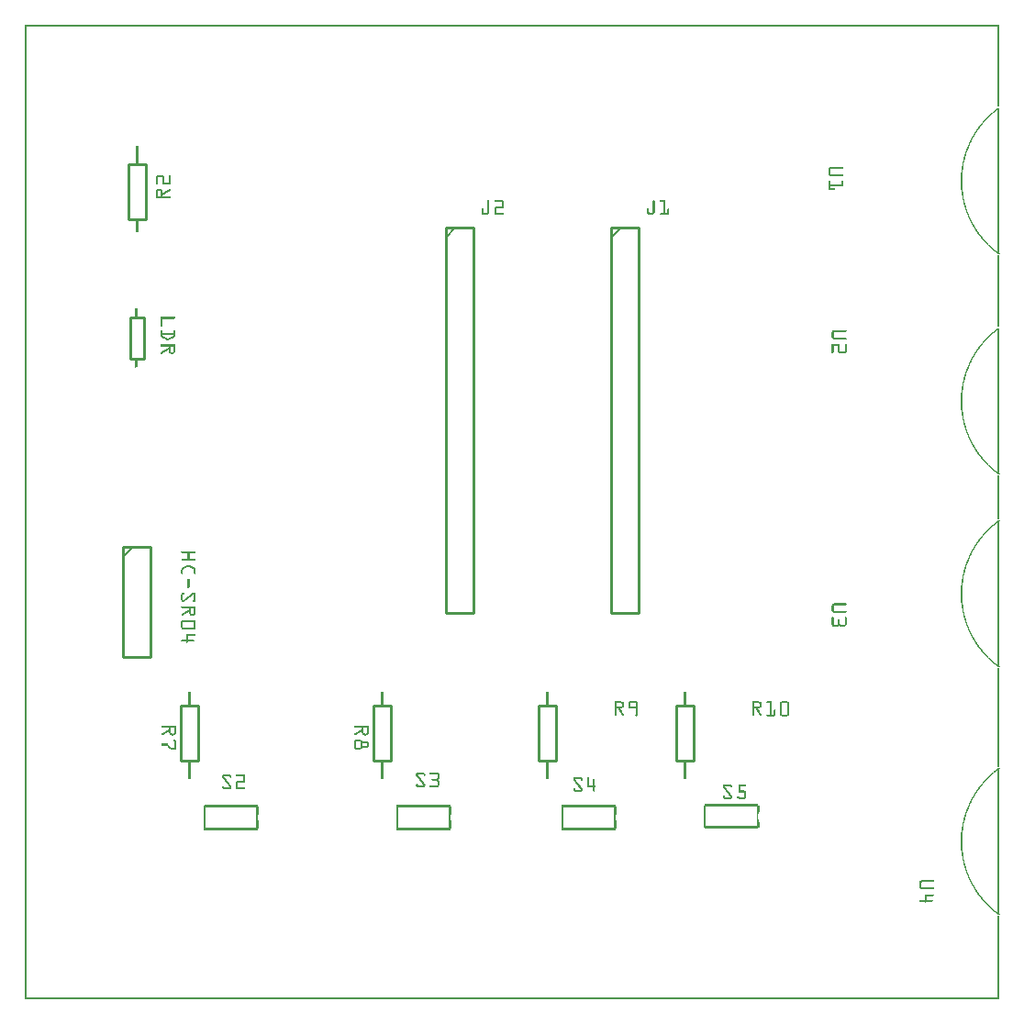
<source format=gto>
G04 MADE WITH FRITZING*
G04 WWW.FRITZING.ORG*
G04 DOUBLE SIDED*
G04 HOLES PLATED*
G04 CONTOUR ON CENTER OF CONTOUR VECTOR*
%ASAXBY*%
%FSLAX23Y23*%
%MOIN*%
%OFA0B0*%
%SFA1.0B1.0*%
%ADD10C,0.010000*%
%ADD11C,0.005000*%
%ADD12R,0.001000X0.001000*%
%LNSILK1*%
G90*
G70*
G54D10*
X359Y1645D02*
X359Y1245D01*
D02*
X359Y1245D02*
X459Y1245D01*
D02*
X459Y1245D02*
X459Y1645D01*
D02*
X459Y1645D02*
X359Y1645D01*
G54D11*
D02*
X359Y1610D02*
X394Y1645D01*
G54D10*
D02*
X1530Y2804D02*
X1530Y1404D01*
D02*
X1530Y1404D02*
X1630Y1404D01*
D02*
X1630Y1404D02*
X1630Y2804D01*
D02*
X1630Y2804D02*
X1530Y2804D01*
G54D11*
D02*
X1530Y2769D02*
X1565Y2804D01*
G54D10*
D02*
X2131Y2805D02*
X2131Y1405D01*
D02*
X2131Y1405D02*
X2231Y1405D01*
D02*
X2231Y1405D02*
X2231Y2805D01*
D02*
X2231Y2805D02*
X2131Y2805D01*
G54D11*
D02*
X2131Y2770D02*
X2166Y2805D01*
G54D10*
D02*
X433Y2480D02*
X433Y2330D01*
D02*
X433Y2330D02*
X383Y2330D01*
D02*
X383Y2330D02*
X383Y2480D01*
D02*
X383Y2480D02*
X433Y2480D01*
D02*
X442Y3036D02*
X442Y2836D01*
D02*
X442Y2836D02*
X376Y2836D01*
D02*
X376Y2836D02*
X376Y3036D01*
D02*
X376Y3036D02*
X442Y3036D01*
D02*
X2366Y870D02*
X2366Y1070D01*
D02*
X2366Y1070D02*
X2432Y1070D01*
D02*
X2432Y1070D02*
X2432Y870D01*
D02*
X2432Y870D02*
X2366Y870D01*
D02*
X1866Y870D02*
X1866Y1070D01*
D02*
X1866Y1070D02*
X1932Y1070D01*
D02*
X1932Y1070D02*
X1932Y870D01*
D02*
X1932Y870D02*
X1866Y870D01*
D02*
X1266Y870D02*
X1266Y1070D01*
D02*
X1266Y1070D02*
X1332Y1070D01*
D02*
X1332Y1070D02*
X1332Y870D01*
D02*
X1332Y870D02*
X1266Y870D01*
D02*
X566Y870D02*
X566Y1070D01*
D02*
X566Y1070D02*
X632Y1070D01*
D02*
X632Y1070D02*
X632Y870D01*
D02*
X632Y870D02*
X566Y870D01*
G54D12*
X0Y3543D02*
X3542Y3543D01*
X0Y3542D02*
X3542Y3542D01*
X0Y3541D02*
X3542Y3541D01*
X0Y3540D02*
X3542Y3540D01*
X0Y3539D02*
X3542Y3539D01*
X0Y3538D02*
X3542Y3538D01*
X0Y3537D02*
X3542Y3537D01*
X0Y3536D02*
X3542Y3536D01*
X0Y3535D02*
X7Y3535D01*
X3535Y3535D02*
X3542Y3535D01*
X0Y3534D02*
X7Y3534D01*
X3535Y3534D02*
X3542Y3534D01*
X0Y3533D02*
X7Y3533D01*
X3535Y3533D02*
X3542Y3533D01*
X0Y3532D02*
X7Y3532D01*
X3535Y3532D02*
X3542Y3532D01*
X0Y3531D02*
X7Y3531D01*
X3535Y3531D02*
X3542Y3531D01*
X0Y3530D02*
X7Y3530D01*
X3535Y3530D02*
X3542Y3530D01*
X0Y3529D02*
X7Y3529D01*
X3535Y3529D02*
X3542Y3529D01*
X0Y3528D02*
X7Y3528D01*
X3535Y3528D02*
X3542Y3528D01*
X0Y3527D02*
X7Y3527D01*
X3535Y3527D02*
X3542Y3527D01*
X0Y3526D02*
X7Y3526D01*
X3535Y3526D02*
X3542Y3526D01*
X0Y3525D02*
X7Y3525D01*
X3535Y3525D02*
X3542Y3525D01*
X0Y3524D02*
X7Y3524D01*
X3535Y3524D02*
X3542Y3524D01*
X0Y3523D02*
X7Y3523D01*
X3535Y3523D02*
X3542Y3523D01*
X0Y3522D02*
X7Y3522D01*
X3535Y3522D02*
X3542Y3522D01*
X0Y3521D02*
X7Y3521D01*
X3535Y3521D02*
X3542Y3521D01*
X0Y3520D02*
X7Y3520D01*
X3535Y3520D02*
X3542Y3520D01*
X0Y3519D02*
X7Y3519D01*
X3535Y3519D02*
X3542Y3519D01*
X0Y3518D02*
X7Y3518D01*
X3535Y3518D02*
X3542Y3518D01*
X0Y3517D02*
X7Y3517D01*
X3535Y3517D02*
X3542Y3517D01*
X0Y3516D02*
X7Y3516D01*
X3535Y3516D02*
X3542Y3516D01*
X0Y3515D02*
X7Y3515D01*
X3535Y3515D02*
X3542Y3515D01*
X0Y3514D02*
X7Y3514D01*
X3535Y3514D02*
X3542Y3514D01*
X0Y3513D02*
X7Y3513D01*
X3535Y3513D02*
X3542Y3513D01*
X0Y3512D02*
X7Y3512D01*
X3535Y3512D02*
X3542Y3512D01*
X0Y3511D02*
X7Y3511D01*
X3535Y3511D02*
X3542Y3511D01*
X0Y3510D02*
X7Y3510D01*
X3535Y3510D02*
X3542Y3510D01*
X0Y3509D02*
X7Y3509D01*
X3535Y3509D02*
X3542Y3509D01*
X0Y3508D02*
X7Y3508D01*
X3535Y3508D02*
X3542Y3508D01*
X0Y3507D02*
X7Y3507D01*
X3535Y3507D02*
X3542Y3507D01*
X0Y3506D02*
X7Y3506D01*
X3535Y3506D02*
X3542Y3506D01*
X0Y3505D02*
X7Y3505D01*
X3535Y3505D02*
X3542Y3505D01*
X0Y3504D02*
X7Y3504D01*
X3535Y3504D02*
X3542Y3504D01*
X0Y3503D02*
X7Y3503D01*
X3535Y3503D02*
X3542Y3503D01*
X0Y3502D02*
X7Y3502D01*
X3535Y3502D02*
X3542Y3502D01*
X0Y3501D02*
X7Y3501D01*
X3535Y3501D02*
X3542Y3501D01*
X0Y3500D02*
X7Y3500D01*
X3535Y3500D02*
X3542Y3500D01*
X0Y3499D02*
X7Y3499D01*
X3535Y3499D02*
X3542Y3499D01*
X0Y3498D02*
X7Y3498D01*
X3535Y3498D02*
X3542Y3498D01*
X0Y3497D02*
X7Y3497D01*
X3535Y3497D02*
X3542Y3497D01*
X0Y3496D02*
X7Y3496D01*
X3535Y3496D02*
X3542Y3496D01*
X0Y3495D02*
X7Y3495D01*
X3535Y3495D02*
X3542Y3495D01*
X0Y3494D02*
X7Y3494D01*
X3535Y3494D02*
X3542Y3494D01*
X0Y3493D02*
X7Y3493D01*
X3535Y3493D02*
X3542Y3493D01*
X0Y3492D02*
X7Y3492D01*
X3535Y3492D02*
X3542Y3492D01*
X0Y3491D02*
X7Y3491D01*
X3535Y3491D02*
X3542Y3491D01*
X0Y3490D02*
X7Y3490D01*
X3535Y3490D02*
X3542Y3490D01*
X0Y3489D02*
X7Y3489D01*
X3535Y3489D02*
X3542Y3489D01*
X0Y3488D02*
X7Y3488D01*
X3535Y3488D02*
X3542Y3488D01*
X0Y3487D02*
X7Y3487D01*
X3535Y3487D02*
X3542Y3487D01*
X0Y3486D02*
X7Y3486D01*
X3535Y3486D02*
X3542Y3486D01*
X0Y3485D02*
X7Y3485D01*
X3535Y3485D02*
X3542Y3485D01*
X0Y3484D02*
X7Y3484D01*
X3535Y3484D02*
X3542Y3484D01*
X0Y3483D02*
X7Y3483D01*
X3535Y3483D02*
X3542Y3483D01*
X0Y3482D02*
X7Y3482D01*
X3535Y3482D02*
X3542Y3482D01*
X0Y3481D02*
X7Y3481D01*
X3535Y3481D02*
X3542Y3481D01*
X0Y3480D02*
X7Y3480D01*
X3535Y3480D02*
X3542Y3480D01*
X0Y3479D02*
X7Y3479D01*
X3535Y3479D02*
X3542Y3479D01*
X0Y3478D02*
X7Y3478D01*
X3535Y3478D02*
X3542Y3478D01*
X0Y3477D02*
X7Y3477D01*
X3535Y3477D02*
X3542Y3477D01*
X0Y3476D02*
X7Y3476D01*
X3535Y3476D02*
X3542Y3476D01*
X0Y3475D02*
X7Y3475D01*
X3535Y3475D02*
X3542Y3475D01*
X0Y3474D02*
X7Y3474D01*
X3535Y3474D02*
X3542Y3474D01*
X0Y3473D02*
X7Y3473D01*
X3535Y3473D02*
X3542Y3473D01*
X0Y3472D02*
X7Y3472D01*
X3535Y3472D02*
X3542Y3472D01*
X0Y3471D02*
X7Y3471D01*
X3535Y3471D02*
X3542Y3471D01*
X0Y3470D02*
X7Y3470D01*
X3535Y3470D02*
X3542Y3470D01*
X0Y3469D02*
X7Y3469D01*
X3535Y3469D02*
X3542Y3469D01*
X0Y3468D02*
X7Y3468D01*
X3535Y3468D02*
X3542Y3468D01*
X0Y3467D02*
X7Y3467D01*
X3535Y3467D02*
X3542Y3467D01*
X0Y3466D02*
X7Y3466D01*
X3535Y3466D02*
X3542Y3466D01*
X0Y3465D02*
X7Y3465D01*
X3535Y3465D02*
X3542Y3465D01*
X0Y3464D02*
X7Y3464D01*
X3535Y3464D02*
X3542Y3464D01*
X0Y3463D02*
X7Y3463D01*
X3535Y3463D02*
X3542Y3463D01*
X0Y3462D02*
X7Y3462D01*
X3535Y3462D02*
X3542Y3462D01*
X0Y3461D02*
X7Y3461D01*
X3535Y3461D02*
X3542Y3461D01*
X0Y3460D02*
X7Y3460D01*
X3535Y3460D02*
X3542Y3460D01*
X0Y3459D02*
X7Y3459D01*
X3535Y3459D02*
X3542Y3459D01*
X0Y3458D02*
X7Y3458D01*
X3535Y3458D02*
X3542Y3458D01*
X0Y3457D02*
X7Y3457D01*
X3535Y3457D02*
X3542Y3457D01*
X0Y3456D02*
X7Y3456D01*
X3535Y3456D02*
X3542Y3456D01*
X0Y3455D02*
X7Y3455D01*
X3535Y3455D02*
X3542Y3455D01*
X0Y3454D02*
X7Y3454D01*
X3535Y3454D02*
X3542Y3454D01*
X0Y3453D02*
X7Y3453D01*
X3535Y3453D02*
X3542Y3453D01*
X0Y3452D02*
X7Y3452D01*
X3535Y3452D02*
X3542Y3452D01*
X0Y3451D02*
X7Y3451D01*
X3535Y3451D02*
X3542Y3451D01*
X0Y3450D02*
X7Y3450D01*
X3535Y3450D02*
X3542Y3450D01*
X0Y3449D02*
X7Y3449D01*
X3535Y3449D02*
X3542Y3449D01*
X0Y3448D02*
X7Y3448D01*
X3535Y3448D02*
X3542Y3448D01*
X0Y3447D02*
X7Y3447D01*
X3535Y3447D02*
X3542Y3447D01*
X0Y3446D02*
X7Y3446D01*
X3535Y3446D02*
X3542Y3446D01*
X0Y3445D02*
X7Y3445D01*
X3535Y3445D02*
X3542Y3445D01*
X0Y3444D02*
X7Y3444D01*
X3535Y3444D02*
X3542Y3444D01*
X0Y3443D02*
X7Y3443D01*
X3535Y3443D02*
X3542Y3443D01*
X0Y3442D02*
X7Y3442D01*
X3535Y3442D02*
X3542Y3442D01*
X0Y3441D02*
X7Y3441D01*
X3535Y3441D02*
X3542Y3441D01*
X0Y3440D02*
X7Y3440D01*
X3535Y3440D02*
X3542Y3440D01*
X0Y3439D02*
X7Y3439D01*
X3535Y3439D02*
X3542Y3439D01*
X0Y3438D02*
X7Y3438D01*
X3535Y3438D02*
X3542Y3438D01*
X0Y3437D02*
X7Y3437D01*
X3535Y3437D02*
X3542Y3437D01*
X0Y3436D02*
X7Y3436D01*
X3535Y3436D02*
X3542Y3436D01*
X0Y3435D02*
X7Y3435D01*
X3535Y3435D02*
X3542Y3435D01*
X0Y3434D02*
X7Y3434D01*
X3535Y3434D02*
X3542Y3434D01*
X0Y3433D02*
X7Y3433D01*
X3535Y3433D02*
X3542Y3433D01*
X0Y3432D02*
X7Y3432D01*
X3535Y3432D02*
X3542Y3432D01*
X0Y3431D02*
X7Y3431D01*
X3535Y3431D02*
X3542Y3431D01*
X0Y3430D02*
X7Y3430D01*
X3535Y3430D02*
X3542Y3430D01*
X0Y3429D02*
X7Y3429D01*
X3535Y3429D02*
X3542Y3429D01*
X0Y3428D02*
X7Y3428D01*
X3535Y3428D02*
X3542Y3428D01*
X0Y3427D02*
X7Y3427D01*
X3535Y3427D02*
X3542Y3427D01*
X0Y3426D02*
X7Y3426D01*
X3535Y3426D02*
X3542Y3426D01*
X0Y3425D02*
X7Y3425D01*
X3535Y3425D02*
X3542Y3425D01*
X0Y3424D02*
X7Y3424D01*
X3535Y3424D02*
X3542Y3424D01*
X0Y3423D02*
X7Y3423D01*
X3535Y3423D02*
X3542Y3423D01*
X0Y3422D02*
X7Y3422D01*
X3535Y3422D02*
X3542Y3422D01*
X0Y3421D02*
X7Y3421D01*
X3535Y3421D02*
X3542Y3421D01*
X0Y3420D02*
X7Y3420D01*
X3535Y3420D02*
X3542Y3420D01*
X0Y3419D02*
X7Y3419D01*
X3535Y3419D02*
X3542Y3419D01*
X0Y3418D02*
X7Y3418D01*
X3535Y3418D02*
X3542Y3418D01*
X0Y3417D02*
X7Y3417D01*
X3535Y3417D02*
X3542Y3417D01*
X0Y3416D02*
X7Y3416D01*
X3535Y3416D02*
X3542Y3416D01*
X0Y3415D02*
X7Y3415D01*
X3535Y3415D02*
X3542Y3415D01*
X0Y3414D02*
X7Y3414D01*
X3535Y3414D02*
X3542Y3414D01*
X0Y3413D02*
X7Y3413D01*
X3535Y3413D02*
X3542Y3413D01*
X0Y3412D02*
X7Y3412D01*
X3535Y3412D02*
X3542Y3412D01*
X0Y3411D02*
X7Y3411D01*
X3535Y3411D02*
X3542Y3411D01*
X0Y3410D02*
X7Y3410D01*
X3535Y3410D02*
X3542Y3410D01*
X0Y3409D02*
X7Y3409D01*
X3535Y3409D02*
X3542Y3409D01*
X0Y3408D02*
X7Y3408D01*
X3535Y3408D02*
X3542Y3408D01*
X0Y3407D02*
X7Y3407D01*
X3535Y3407D02*
X3542Y3407D01*
X0Y3406D02*
X7Y3406D01*
X3535Y3406D02*
X3542Y3406D01*
X0Y3405D02*
X7Y3405D01*
X3535Y3405D02*
X3542Y3405D01*
X0Y3404D02*
X7Y3404D01*
X3535Y3404D02*
X3542Y3404D01*
X0Y3403D02*
X7Y3403D01*
X3535Y3403D02*
X3542Y3403D01*
X0Y3402D02*
X7Y3402D01*
X3535Y3402D02*
X3542Y3402D01*
X0Y3401D02*
X7Y3401D01*
X3535Y3401D02*
X3542Y3401D01*
X0Y3400D02*
X7Y3400D01*
X3535Y3400D02*
X3542Y3400D01*
X0Y3399D02*
X7Y3399D01*
X3535Y3399D02*
X3542Y3399D01*
X0Y3398D02*
X7Y3398D01*
X3535Y3398D02*
X3542Y3398D01*
X0Y3397D02*
X7Y3397D01*
X3535Y3397D02*
X3542Y3397D01*
X0Y3396D02*
X7Y3396D01*
X3535Y3396D02*
X3542Y3396D01*
X0Y3395D02*
X7Y3395D01*
X3535Y3395D02*
X3542Y3395D01*
X0Y3394D02*
X7Y3394D01*
X3535Y3394D02*
X3542Y3394D01*
X0Y3393D02*
X7Y3393D01*
X3535Y3393D02*
X3542Y3393D01*
X0Y3392D02*
X7Y3392D01*
X3535Y3392D02*
X3542Y3392D01*
X0Y3391D02*
X7Y3391D01*
X3535Y3391D02*
X3542Y3391D01*
X0Y3390D02*
X7Y3390D01*
X3535Y3390D02*
X3542Y3390D01*
X0Y3389D02*
X7Y3389D01*
X3535Y3389D02*
X3542Y3389D01*
X0Y3388D02*
X7Y3388D01*
X3535Y3388D02*
X3542Y3388D01*
X0Y3387D02*
X7Y3387D01*
X3535Y3387D02*
X3542Y3387D01*
X0Y3386D02*
X7Y3386D01*
X3535Y3386D02*
X3542Y3386D01*
X0Y3385D02*
X7Y3385D01*
X3535Y3385D02*
X3542Y3385D01*
X0Y3384D02*
X7Y3384D01*
X3535Y3384D02*
X3542Y3384D01*
X0Y3383D02*
X7Y3383D01*
X3535Y3383D02*
X3542Y3383D01*
X0Y3382D02*
X7Y3382D01*
X3535Y3382D02*
X3542Y3382D01*
X0Y3381D02*
X7Y3381D01*
X3535Y3381D02*
X3542Y3381D01*
X0Y3380D02*
X7Y3380D01*
X3535Y3380D02*
X3542Y3380D01*
X0Y3379D02*
X7Y3379D01*
X3535Y3379D02*
X3542Y3379D01*
X0Y3378D02*
X7Y3378D01*
X3535Y3378D02*
X3542Y3378D01*
X0Y3377D02*
X7Y3377D01*
X3535Y3377D02*
X3542Y3377D01*
X0Y3376D02*
X7Y3376D01*
X3535Y3376D02*
X3542Y3376D01*
X0Y3375D02*
X7Y3375D01*
X3535Y3375D02*
X3542Y3375D01*
X0Y3374D02*
X7Y3374D01*
X3535Y3374D02*
X3542Y3374D01*
X0Y3373D02*
X7Y3373D01*
X3535Y3373D02*
X3542Y3373D01*
X0Y3372D02*
X7Y3372D01*
X3535Y3372D02*
X3542Y3372D01*
X0Y3371D02*
X7Y3371D01*
X3535Y3371D02*
X3542Y3371D01*
X0Y3370D02*
X7Y3370D01*
X3535Y3370D02*
X3542Y3370D01*
X0Y3369D02*
X7Y3369D01*
X3535Y3369D02*
X3542Y3369D01*
X0Y3368D02*
X7Y3368D01*
X3535Y3368D02*
X3542Y3368D01*
X0Y3367D02*
X7Y3367D01*
X3535Y3367D02*
X3542Y3367D01*
X0Y3366D02*
X7Y3366D01*
X3535Y3366D02*
X3542Y3366D01*
X0Y3365D02*
X7Y3365D01*
X3535Y3365D02*
X3542Y3365D01*
X0Y3364D02*
X7Y3364D01*
X3535Y3364D02*
X3542Y3364D01*
X0Y3363D02*
X7Y3363D01*
X3535Y3363D02*
X3542Y3363D01*
X0Y3362D02*
X7Y3362D01*
X3535Y3362D02*
X3542Y3362D01*
X0Y3361D02*
X7Y3361D01*
X3535Y3361D02*
X3542Y3361D01*
X0Y3360D02*
X7Y3360D01*
X3535Y3360D02*
X3542Y3360D01*
X0Y3359D02*
X7Y3359D01*
X3535Y3359D02*
X3542Y3359D01*
X0Y3358D02*
X7Y3358D01*
X3535Y3358D02*
X3542Y3358D01*
X0Y3357D02*
X7Y3357D01*
X3535Y3357D02*
X3542Y3357D01*
X0Y3356D02*
X7Y3356D01*
X3535Y3356D02*
X3542Y3356D01*
X0Y3355D02*
X7Y3355D01*
X3535Y3355D02*
X3542Y3355D01*
X0Y3354D02*
X7Y3354D01*
X3535Y3354D02*
X3542Y3354D01*
X0Y3353D02*
X7Y3353D01*
X3535Y3353D02*
X3542Y3353D01*
X0Y3352D02*
X7Y3352D01*
X3535Y3352D02*
X3542Y3352D01*
X0Y3351D02*
X7Y3351D01*
X3535Y3351D02*
X3542Y3351D01*
X0Y3350D02*
X7Y3350D01*
X3535Y3350D02*
X3542Y3350D01*
X0Y3349D02*
X7Y3349D01*
X3535Y3349D02*
X3542Y3349D01*
X0Y3348D02*
X7Y3348D01*
X3535Y3348D02*
X3542Y3348D01*
X0Y3347D02*
X7Y3347D01*
X3535Y3347D02*
X3542Y3347D01*
X0Y3346D02*
X7Y3346D01*
X3535Y3346D02*
X3542Y3346D01*
X0Y3345D02*
X7Y3345D01*
X3535Y3345D02*
X3542Y3345D01*
X0Y3344D02*
X7Y3344D01*
X3535Y3344D02*
X3542Y3344D01*
X0Y3343D02*
X7Y3343D01*
X3535Y3343D02*
X3542Y3343D01*
X0Y3342D02*
X7Y3342D01*
X3535Y3342D02*
X3542Y3342D01*
X0Y3341D02*
X7Y3341D01*
X3535Y3341D02*
X3542Y3341D01*
X0Y3340D02*
X7Y3340D01*
X3535Y3340D02*
X3542Y3340D01*
X0Y3339D02*
X7Y3339D01*
X3535Y3339D02*
X3542Y3339D01*
X0Y3338D02*
X7Y3338D01*
X3535Y3338D02*
X3542Y3338D01*
X0Y3337D02*
X7Y3337D01*
X3535Y3337D02*
X3542Y3337D01*
X0Y3336D02*
X7Y3336D01*
X3535Y3336D02*
X3542Y3336D01*
X0Y3335D02*
X7Y3335D01*
X3535Y3335D02*
X3542Y3335D01*
X0Y3334D02*
X7Y3334D01*
X3535Y3334D02*
X3542Y3334D01*
X0Y3333D02*
X7Y3333D01*
X3535Y3333D02*
X3542Y3333D01*
X0Y3332D02*
X7Y3332D01*
X3535Y3332D02*
X3542Y3332D01*
X0Y3331D02*
X7Y3331D01*
X3535Y3331D02*
X3542Y3331D01*
X0Y3330D02*
X7Y3330D01*
X3535Y3330D02*
X3542Y3330D01*
X0Y3329D02*
X7Y3329D01*
X3535Y3329D02*
X3542Y3329D01*
X0Y3328D02*
X7Y3328D01*
X3535Y3328D02*
X3542Y3328D01*
X0Y3327D02*
X7Y3327D01*
X3535Y3327D02*
X3542Y3327D01*
X0Y3326D02*
X7Y3326D01*
X3535Y3326D02*
X3542Y3326D01*
X0Y3325D02*
X7Y3325D01*
X3535Y3325D02*
X3542Y3325D01*
X0Y3324D02*
X7Y3324D01*
X3535Y3324D02*
X3542Y3324D01*
X0Y3323D02*
X7Y3323D01*
X3535Y3323D02*
X3542Y3323D01*
X0Y3322D02*
X7Y3322D01*
X3535Y3322D02*
X3542Y3322D01*
X0Y3321D02*
X7Y3321D01*
X3535Y3321D02*
X3542Y3321D01*
X0Y3320D02*
X7Y3320D01*
X3535Y3320D02*
X3542Y3320D01*
X0Y3319D02*
X7Y3319D01*
X3535Y3319D02*
X3542Y3319D01*
X0Y3318D02*
X7Y3318D01*
X3535Y3318D02*
X3542Y3318D01*
X0Y3317D02*
X7Y3317D01*
X3535Y3317D02*
X3542Y3317D01*
X0Y3316D02*
X7Y3316D01*
X3535Y3316D02*
X3542Y3316D01*
X0Y3315D02*
X7Y3315D01*
X3535Y3315D02*
X3542Y3315D01*
X0Y3314D02*
X7Y3314D01*
X3535Y3314D02*
X3542Y3314D01*
X0Y3313D02*
X7Y3313D01*
X3535Y3313D02*
X3542Y3313D01*
X0Y3312D02*
X7Y3312D01*
X3535Y3312D02*
X3542Y3312D01*
X0Y3311D02*
X7Y3311D01*
X3535Y3311D02*
X3542Y3311D01*
X0Y3310D02*
X7Y3310D01*
X3535Y3310D02*
X3542Y3310D01*
X0Y3309D02*
X7Y3309D01*
X3535Y3309D02*
X3542Y3309D01*
X0Y3308D02*
X7Y3308D01*
X3535Y3308D02*
X3542Y3308D01*
X0Y3307D02*
X7Y3307D01*
X3535Y3307D02*
X3542Y3307D01*
X0Y3306D02*
X7Y3306D01*
X3535Y3306D02*
X3542Y3306D01*
X0Y3305D02*
X7Y3305D01*
X3535Y3305D02*
X3542Y3305D01*
X0Y3304D02*
X7Y3304D01*
X3535Y3304D02*
X3542Y3304D01*
X0Y3303D02*
X7Y3303D01*
X3535Y3303D02*
X3542Y3303D01*
X0Y3302D02*
X7Y3302D01*
X3535Y3302D02*
X3542Y3302D01*
X0Y3301D02*
X7Y3301D01*
X3535Y3301D02*
X3542Y3301D01*
X0Y3300D02*
X7Y3300D01*
X3535Y3300D02*
X3542Y3300D01*
X0Y3299D02*
X7Y3299D01*
X3535Y3299D02*
X3542Y3299D01*
X0Y3298D02*
X7Y3298D01*
X3535Y3298D02*
X3542Y3298D01*
X0Y3297D02*
X7Y3297D01*
X3535Y3297D02*
X3542Y3297D01*
X0Y3296D02*
X7Y3296D01*
X3535Y3296D02*
X3542Y3296D01*
X0Y3295D02*
X7Y3295D01*
X3535Y3295D02*
X3542Y3295D01*
X0Y3294D02*
X7Y3294D01*
X3535Y3294D02*
X3542Y3294D01*
X0Y3293D02*
X7Y3293D01*
X3535Y3293D02*
X3542Y3293D01*
X0Y3292D02*
X7Y3292D01*
X3535Y3292D02*
X3542Y3292D01*
X0Y3291D02*
X7Y3291D01*
X3535Y3291D02*
X3542Y3291D01*
X0Y3290D02*
X7Y3290D01*
X3535Y3290D02*
X3542Y3290D01*
X0Y3289D02*
X7Y3289D01*
X3535Y3289D02*
X3542Y3289D01*
X0Y3288D02*
X7Y3288D01*
X3535Y3288D02*
X3542Y3288D01*
X0Y3287D02*
X7Y3287D01*
X3535Y3287D02*
X3542Y3287D01*
X0Y3286D02*
X7Y3286D01*
X3535Y3286D02*
X3542Y3286D01*
X0Y3285D02*
X7Y3285D01*
X3535Y3285D02*
X3542Y3285D01*
X0Y3284D02*
X7Y3284D01*
X3535Y3284D02*
X3542Y3284D01*
X0Y3283D02*
X7Y3283D01*
X3535Y3283D02*
X3542Y3283D01*
X0Y3282D02*
X7Y3282D01*
X3535Y3282D02*
X3542Y3282D01*
X0Y3281D02*
X7Y3281D01*
X3535Y3281D02*
X3542Y3281D01*
X0Y3280D02*
X7Y3280D01*
X3535Y3280D02*
X3542Y3280D01*
X0Y3279D02*
X7Y3279D01*
X3535Y3279D02*
X3542Y3279D01*
X0Y3278D02*
X7Y3278D01*
X3535Y3278D02*
X3542Y3278D01*
X0Y3277D02*
X7Y3277D01*
X3535Y3277D02*
X3542Y3277D01*
X0Y3276D02*
X7Y3276D01*
X3535Y3276D02*
X3542Y3276D01*
X0Y3275D02*
X7Y3275D01*
X3535Y3275D02*
X3542Y3275D01*
X0Y3274D02*
X7Y3274D01*
X3535Y3274D02*
X3542Y3274D01*
X0Y3273D02*
X7Y3273D01*
X3535Y3273D02*
X3542Y3273D01*
X0Y3272D02*
X7Y3272D01*
X3535Y3272D02*
X3542Y3272D01*
X0Y3271D02*
X7Y3271D01*
X3535Y3271D02*
X3542Y3271D01*
X0Y3270D02*
X7Y3270D01*
X3535Y3270D02*
X3542Y3270D01*
X0Y3269D02*
X7Y3269D01*
X3535Y3269D02*
X3542Y3269D01*
X0Y3268D02*
X7Y3268D01*
X3535Y3268D02*
X3542Y3268D01*
X0Y3267D02*
X7Y3267D01*
X3535Y3267D02*
X3542Y3267D01*
X0Y3266D02*
X7Y3266D01*
X3535Y3266D02*
X3542Y3266D01*
X0Y3265D02*
X7Y3265D01*
X3535Y3265D02*
X3542Y3265D01*
X0Y3264D02*
X7Y3264D01*
X3535Y3264D02*
X3542Y3264D01*
X0Y3263D02*
X7Y3263D01*
X3535Y3263D02*
X3542Y3263D01*
X0Y3262D02*
X7Y3262D01*
X3535Y3262D02*
X3542Y3262D01*
X0Y3261D02*
X7Y3261D01*
X3535Y3261D02*
X3542Y3261D01*
X0Y3260D02*
X7Y3260D01*
X3535Y3260D02*
X3542Y3260D01*
X0Y3259D02*
X7Y3259D01*
X3535Y3259D02*
X3542Y3259D01*
X0Y3258D02*
X7Y3258D01*
X3535Y3258D02*
X3542Y3258D01*
X0Y3257D02*
X7Y3257D01*
X3535Y3257D02*
X3542Y3257D01*
X0Y3256D02*
X7Y3256D01*
X3535Y3256D02*
X3542Y3256D01*
X0Y3255D02*
X7Y3255D01*
X3535Y3255D02*
X3542Y3255D01*
X0Y3254D02*
X7Y3254D01*
X3535Y3254D02*
X3542Y3254D01*
X0Y3253D02*
X7Y3253D01*
X3535Y3253D02*
X3542Y3253D01*
X0Y3252D02*
X7Y3252D01*
X3535Y3252D02*
X3542Y3252D01*
X0Y3251D02*
X7Y3251D01*
X3535Y3251D02*
X3542Y3251D01*
X0Y3250D02*
X7Y3250D01*
X3535Y3250D02*
X3542Y3250D01*
X0Y3249D02*
X7Y3249D01*
X3535Y3249D02*
X3542Y3249D01*
X0Y3248D02*
X7Y3248D01*
X3535Y3248D02*
X3542Y3248D01*
X0Y3247D02*
X7Y3247D01*
X3535Y3247D02*
X3542Y3247D01*
X0Y3246D02*
X7Y3246D01*
X3535Y3246D02*
X3542Y3246D01*
X0Y3245D02*
X7Y3245D01*
X3535Y3245D02*
X3542Y3245D01*
X0Y3244D02*
X7Y3244D01*
X0Y3243D02*
X7Y3243D01*
X0Y3242D02*
X7Y3242D01*
X0Y3241D02*
X7Y3241D01*
X0Y3240D02*
X7Y3240D01*
X0Y3239D02*
X7Y3239D01*
X3535Y3239D02*
X3542Y3239D01*
X0Y3238D02*
X7Y3238D01*
X3534Y3238D02*
X3542Y3238D01*
X0Y3237D02*
X7Y3237D01*
X3533Y3237D02*
X3542Y3237D01*
X0Y3236D02*
X7Y3236D01*
X3531Y3236D02*
X3542Y3236D01*
X0Y3235D02*
X7Y3235D01*
X3530Y3235D02*
X3542Y3235D01*
X0Y3234D02*
X7Y3234D01*
X3529Y3234D02*
X3542Y3234D01*
X0Y3233D02*
X7Y3233D01*
X3527Y3233D02*
X3542Y3233D01*
X0Y3232D02*
X7Y3232D01*
X3526Y3232D02*
X3533Y3232D01*
X3535Y3232D02*
X3542Y3232D01*
X0Y3231D02*
X7Y3231D01*
X3525Y3231D02*
X3531Y3231D01*
X3535Y3231D02*
X3542Y3231D01*
X0Y3230D02*
X7Y3230D01*
X3524Y3230D02*
X3530Y3230D01*
X3535Y3230D02*
X3542Y3230D01*
X0Y3229D02*
X7Y3229D01*
X3522Y3229D02*
X3529Y3229D01*
X3535Y3229D02*
X3542Y3229D01*
X0Y3228D02*
X7Y3228D01*
X3521Y3228D02*
X3528Y3228D01*
X3535Y3228D02*
X3542Y3228D01*
X0Y3227D02*
X7Y3227D01*
X3520Y3227D02*
X3526Y3227D01*
X3535Y3227D02*
X3542Y3227D01*
X0Y3226D02*
X7Y3226D01*
X3519Y3226D02*
X3525Y3226D01*
X3535Y3226D02*
X3542Y3226D01*
X0Y3225D02*
X7Y3225D01*
X3518Y3225D02*
X3524Y3225D01*
X3535Y3225D02*
X3542Y3225D01*
X0Y3224D02*
X7Y3224D01*
X3517Y3224D02*
X3523Y3224D01*
X3535Y3224D02*
X3542Y3224D01*
X0Y3223D02*
X7Y3223D01*
X3515Y3223D02*
X3522Y3223D01*
X3535Y3223D02*
X3542Y3223D01*
X0Y3222D02*
X7Y3222D01*
X3514Y3222D02*
X3520Y3222D01*
X3535Y3222D02*
X3542Y3222D01*
X0Y3221D02*
X7Y3221D01*
X3513Y3221D02*
X3519Y3221D01*
X3535Y3221D02*
X3542Y3221D01*
X0Y3220D02*
X7Y3220D01*
X3512Y3220D02*
X3518Y3220D01*
X3535Y3220D02*
X3542Y3220D01*
X0Y3219D02*
X7Y3219D01*
X3511Y3219D02*
X3517Y3219D01*
X3535Y3219D02*
X3542Y3219D01*
X0Y3218D02*
X7Y3218D01*
X3510Y3218D02*
X3516Y3218D01*
X3535Y3218D02*
X3542Y3218D01*
X0Y3217D02*
X7Y3217D01*
X3509Y3217D02*
X3515Y3217D01*
X3535Y3217D02*
X3542Y3217D01*
X0Y3216D02*
X7Y3216D01*
X3508Y3216D02*
X3513Y3216D01*
X3535Y3216D02*
X3542Y3216D01*
X0Y3215D02*
X7Y3215D01*
X3507Y3215D02*
X3512Y3215D01*
X3535Y3215D02*
X3542Y3215D01*
X0Y3214D02*
X7Y3214D01*
X3505Y3214D02*
X3511Y3214D01*
X3535Y3214D02*
X3542Y3214D01*
X0Y3213D02*
X7Y3213D01*
X3504Y3213D02*
X3510Y3213D01*
X3535Y3213D02*
X3542Y3213D01*
X0Y3212D02*
X7Y3212D01*
X3503Y3212D02*
X3509Y3212D01*
X3535Y3212D02*
X3542Y3212D01*
X0Y3211D02*
X7Y3211D01*
X3502Y3211D02*
X3508Y3211D01*
X3535Y3211D02*
X3542Y3211D01*
X0Y3210D02*
X7Y3210D01*
X3501Y3210D02*
X3507Y3210D01*
X3535Y3210D02*
X3542Y3210D01*
X0Y3209D02*
X7Y3209D01*
X3500Y3209D02*
X3506Y3209D01*
X3535Y3209D02*
X3542Y3209D01*
X0Y3208D02*
X7Y3208D01*
X3499Y3208D02*
X3505Y3208D01*
X3535Y3208D02*
X3542Y3208D01*
X0Y3207D02*
X7Y3207D01*
X3498Y3207D02*
X3504Y3207D01*
X3535Y3207D02*
X3542Y3207D01*
X0Y3206D02*
X7Y3206D01*
X3497Y3206D02*
X3503Y3206D01*
X3535Y3206D02*
X3542Y3206D01*
X0Y3205D02*
X7Y3205D01*
X3496Y3205D02*
X3502Y3205D01*
X3535Y3205D02*
X3542Y3205D01*
X0Y3204D02*
X7Y3204D01*
X3495Y3204D02*
X3501Y3204D01*
X3535Y3204D02*
X3542Y3204D01*
X0Y3203D02*
X7Y3203D01*
X3494Y3203D02*
X3500Y3203D01*
X3535Y3203D02*
X3542Y3203D01*
X0Y3202D02*
X7Y3202D01*
X3493Y3202D02*
X3499Y3202D01*
X3535Y3202D02*
X3542Y3202D01*
X0Y3201D02*
X7Y3201D01*
X3492Y3201D02*
X3498Y3201D01*
X3535Y3201D02*
X3542Y3201D01*
X0Y3200D02*
X7Y3200D01*
X3491Y3200D02*
X3497Y3200D01*
X3535Y3200D02*
X3542Y3200D01*
X0Y3199D02*
X7Y3199D01*
X3491Y3199D02*
X3496Y3199D01*
X3535Y3199D02*
X3542Y3199D01*
X0Y3198D02*
X7Y3198D01*
X3490Y3198D02*
X3495Y3198D01*
X3535Y3198D02*
X3542Y3198D01*
X0Y3197D02*
X7Y3197D01*
X3489Y3197D02*
X3494Y3197D01*
X3535Y3197D02*
X3542Y3197D01*
X0Y3196D02*
X7Y3196D01*
X3488Y3196D02*
X3493Y3196D01*
X3535Y3196D02*
X3542Y3196D01*
X0Y3195D02*
X7Y3195D01*
X3487Y3195D02*
X3492Y3195D01*
X3535Y3195D02*
X3542Y3195D01*
X0Y3194D02*
X7Y3194D01*
X3486Y3194D02*
X3491Y3194D01*
X3535Y3194D02*
X3542Y3194D01*
X0Y3193D02*
X7Y3193D01*
X3485Y3193D02*
X3490Y3193D01*
X3535Y3193D02*
X3542Y3193D01*
X0Y3192D02*
X7Y3192D01*
X3484Y3192D02*
X3489Y3192D01*
X3535Y3192D02*
X3542Y3192D01*
X0Y3191D02*
X7Y3191D01*
X3483Y3191D02*
X3488Y3191D01*
X3535Y3191D02*
X3542Y3191D01*
X0Y3190D02*
X7Y3190D01*
X3482Y3190D02*
X3488Y3190D01*
X3535Y3190D02*
X3542Y3190D01*
X0Y3189D02*
X7Y3189D01*
X3482Y3189D02*
X3487Y3189D01*
X3535Y3189D02*
X3542Y3189D01*
X0Y3188D02*
X7Y3188D01*
X3481Y3188D02*
X3486Y3188D01*
X3535Y3188D02*
X3542Y3188D01*
X0Y3187D02*
X7Y3187D01*
X3480Y3187D02*
X3485Y3187D01*
X3535Y3187D02*
X3542Y3187D01*
X0Y3186D02*
X7Y3186D01*
X3479Y3186D02*
X3484Y3186D01*
X3535Y3186D02*
X3542Y3186D01*
X0Y3185D02*
X7Y3185D01*
X3478Y3185D02*
X3483Y3185D01*
X3535Y3185D02*
X3542Y3185D01*
X0Y3184D02*
X7Y3184D01*
X3477Y3184D02*
X3482Y3184D01*
X3535Y3184D02*
X3542Y3184D01*
X0Y3183D02*
X7Y3183D01*
X3476Y3183D02*
X3482Y3183D01*
X3535Y3183D02*
X3542Y3183D01*
X0Y3182D02*
X7Y3182D01*
X3476Y3182D02*
X3481Y3182D01*
X3535Y3182D02*
X3542Y3182D01*
X0Y3181D02*
X7Y3181D01*
X3475Y3181D02*
X3480Y3181D01*
X3535Y3181D02*
X3542Y3181D01*
X0Y3180D02*
X7Y3180D01*
X3474Y3180D02*
X3479Y3180D01*
X3535Y3180D02*
X3542Y3180D01*
X0Y3179D02*
X7Y3179D01*
X3473Y3179D02*
X3478Y3179D01*
X3535Y3179D02*
X3542Y3179D01*
X0Y3178D02*
X7Y3178D01*
X3473Y3178D02*
X3477Y3178D01*
X3535Y3178D02*
X3542Y3178D01*
X0Y3177D02*
X7Y3177D01*
X3472Y3177D02*
X3477Y3177D01*
X3535Y3177D02*
X3542Y3177D01*
X0Y3176D02*
X7Y3176D01*
X3471Y3176D02*
X3476Y3176D01*
X3535Y3176D02*
X3542Y3176D01*
X0Y3175D02*
X7Y3175D01*
X3470Y3175D02*
X3475Y3175D01*
X3535Y3175D02*
X3542Y3175D01*
X0Y3174D02*
X7Y3174D01*
X3469Y3174D02*
X3474Y3174D01*
X3535Y3174D02*
X3542Y3174D01*
X0Y3173D02*
X7Y3173D01*
X3469Y3173D02*
X3474Y3173D01*
X3535Y3173D02*
X3542Y3173D01*
X0Y3172D02*
X7Y3172D01*
X3468Y3172D02*
X3473Y3172D01*
X3535Y3172D02*
X3542Y3172D01*
X0Y3171D02*
X7Y3171D01*
X3467Y3171D02*
X3472Y3171D01*
X3535Y3171D02*
X3542Y3171D01*
X0Y3170D02*
X7Y3170D01*
X3466Y3170D02*
X3471Y3170D01*
X3535Y3170D02*
X3542Y3170D01*
X0Y3169D02*
X7Y3169D01*
X3466Y3169D02*
X3470Y3169D01*
X3535Y3169D02*
X3542Y3169D01*
X0Y3168D02*
X7Y3168D01*
X3465Y3168D02*
X3470Y3168D01*
X3535Y3168D02*
X3542Y3168D01*
X0Y3167D02*
X7Y3167D01*
X3464Y3167D02*
X3469Y3167D01*
X3535Y3167D02*
X3542Y3167D01*
X0Y3166D02*
X7Y3166D01*
X3464Y3166D02*
X3468Y3166D01*
X3535Y3166D02*
X3542Y3166D01*
X0Y3165D02*
X7Y3165D01*
X3463Y3165D02*
X3468Y3165D01*
X3535Y3165D02*
X3542Y3165D01*
X0Y3164D02*
X7Y3164D01*
X3462Y3164D02*
X3467Y3164D01*
X3535Y3164D02*
X3542Y3164D01*
X0Y3163D02*
X7Y3163D01*
X3461Y3163D02*
X3466Y3163D01*
X3535Y3163D02*
X3542Y3163D01*
X0Y3162D02*
X7Y3162D01*
X3461Y3162D02*
X3465Y3162D01*
X3535Y3162D02*
X3542Y3162D01*
X0Y3161D02*
X7Y3161D01*
X3460Y3161D02*
X3465Y3161D01*
X3535Y3161D02*
X3542Y3161D01*
X0Y3160D02*
X7Y3160D01*
X3459Y3160D02*
X3464Y3160D01*
X3535Y3160D02*
X3542Y3160D01*
X0Y3159D02*
X7Y3159D01*
X3459Y3159D02*
X3463Y3159D01*
X3535Y3159D02*
X3542Y3159D01*
X0Y3158D02*
X7Y3158D01*
X3458Y3158D02*
X3463Y3158D01*
X3535Y3158D02*
X3542Y3158D01*
X0Y3157D02*
X7Y3157D01*
X3457Y3157D02*
X3462Y3157D01*
X3535Y3157D02*
X3542Y3157D01*
X0Y3156D02*
X7Y3156D01*
X3457Y3156D02*
X3461Y3156D01*
X3535Y3156D02*
X3542Y3156D01*
X0Y3155D02*
X7Y3155D01*
X3456Y3155D02*
X3460Y3155D01*
X3535Y3155D02*
X3542Y3155D01*
X0Y3154D02*
X7Y3154D01*
X3455Y3154D02*
X3460Y3154D01*
X3535Y3154D02*
X3542Y3154D01*
X0Y3153D02*
X7Y3153D01*
X3455Y3153D02*
X3459Y3153D01*
X3535Y3153D02*
X3542Y3153D01*
X0Y3152D02*
X7Y3152D01*
X3454Y3152D02*
X3459Y3152D01*
X3535Y3152D02*
X3542Y3152D01*
X0Y3151D02*
X7Y3151D01*
X3453Y3151D02*
X3458Y3151D01*
X3535Y3151D02*
X3542Y3151D01*
X0Y3150D02*
X7Y3150D01*
X3453Y3150D02*
X3457Y3150D01*
X3535Y3150D02*
X3542Y3150D01*
X0Y3149D02*
X7Y3149D01*
X3452Y3149D02*
X3457Y3149D01*
X3535Y3149D02*
X3542Y3149D01*
X0Y3148D02*
X7Y3148D01*
X3451Y3148D02*
X3456Y3148D01*
X3535Y3148D02*
X3542Y3148D01*
X0Y3147D02*
X7Y3147D01*
X3451Y3147D02*
X3455Y3147D01*
X3535Y3147D02*
X3542Y3147D01*
X0Y3146D02*
X7Y3146D01*
X3450Y3146D02*
X3455Y3146D01*
X3535Y3146D02*
X3542Y3146D01*
X0Y3145D02*
X7Y3145D01*
X3450Y3145D02*
X3454Y3145D01*
X3535Y3145D02*
X3542Y3145D01*
X0Y3144D02*
X7Y3144D01*
X3449Y3144D02*
X3453Y3144D01*
X3535Y3144D02*
X3542Y3144D01*
X0Y3143D02*
X7Y3143D01*
X3448Y3143D02*
X3453Y3143D01*
X3535Y3143D02*
X3542Y3143D01*
X0Y3142D02*
X7Y3142D01*
X3448Y3142D02*
X3452Y3142D01*
X3535Y3142D02*
X3542Y3142D01*
X0Y3141D02*
X7Y3141D01*
X3447Y3141D02*
X3452Y3141D01*
X3535Y3141D02*
X3542Y3141D01*
X0Y3140D02*
X7Y3140D01*
X3447Y3140D02*
X3451Y3140D01*
X3535Y3140D02*
X3542Y3140D01*
X0Y3139D02*
X7Y3139D01*
X3446Y3139D02*
X3451Y3139D01*
X3535Y3139D02*
X3542Y3139D01*
X0Y3138D02*
X7Y3138D01*
X3445Y3138D02*
X3450Y3138D01*
X3535Y3138D02*
X3542Y3138D01*
X0Y3137D02*
X7Y3137D01*
X3445Y3137D02*
X3449Y3137D01*
X3535Y3137D02*
X3542Y3137D01*
X0Y3136D02*
X7Y3136D01*
X3444Y3136D02*
X3449Y3136D01*
X3535Y3136D02*
X3542Y3136D01*
X0Y3135D02*
X7Y3135D01*
X3444Y3135D02*
X3448Y3135D01*
X3535Y3135D02*
X3542Y3135D01*
X0Y3134D02*
X7Y3134D01*
X3443Y3134D02*
X3448Y3134D01*
X3535Y3134D02*
X3542Y3134D01*
X0Y3133D02*
X7Y3133D01*
X3443Y3133D02*
X3447Y3133D01*
X3535Y3133D02*
X3542Y3133D01*
X0Y3132D02*
X7Y3132D01*
X3442Y3132D02*
X3446Y3132D01*
X3535Y3132D02*
X3542Y3132D01*
X0Y3131D02*
X7Y3131D01*
X3441Y3131D02*
X3446Y3131D01*
X3535Y3131D02*
X3542Y3131D01*
X0Y3130D02*
X7Y3130D01*
X3441Y3130D02*
X3445Y3130D01*
X3535Y3130D02*
X3542Y3130D01*
X0Y3129D02*
X7Y3129D01*
X3440Y3129D02*
X3445Y3129D01*
X3535Y3129D02*
X3542Y3129D01*
X0Y3128D02*
X7Y3128D01*
X3440Y3128D02*
X3444Y3128D01*
X3535Y3128D02*
X3542Y3128D01*
X0Y3127D02*
X7Y3127D01*
X3439Y3127D02*
X3444Y3127D01*
X3535Y3127D02*
X3542Y3127D01*
X0Y3126D02*
X7Y3126D01*
X3439Y3126D02*
X3443Y3126D01*
X3535Y3126D02*
X3542Y3126D01*
X0Y3125D02*
X7Y3125D01*
X3438Y3125D02*
X3443Y3125D01*
X3535Y3125D02*
X3542Y3125D01*
X0Y3124D02*
X7Y3124D01*
X3438Y3124D02*
X3442Y3124D01*
X3535Y3124D02*
X3542Y3124D01*
X0Y3123D02*
X7Y3123D01*
X3437Y3123D02*
X3442Y3123D01*
X3535Y3123D02*
X3542Y3123D01*
X0Y3122D02*
X7Y3122D01*
X3437Y3122D02*
X3441Y3122D01*
X3535Y3122D02*
X3542Y3122D01*
X0Y3121D02*
X7Y3121D01*
X3436Y3121D02*
X3441Y3121D01*
X3535Y3121D02*
X3542Y3121D01*
X0Y3120D02*
X7Y3120D01*
X3436Y3120D02*
X3440Y3120D01*
X3535Y3120D02*
X3542Y3120D01*
X0Y3119D02*
X7Y3119D01*
X3435Y3119D02*
X3440Y3119D01*
X3535Y3119D02*
X3542Y3119D01*
X0Y3118D02*
X7Y3118D01*
X3435Y3118D02*
X3439Y3118D01*
X3535Y3118D02*
X3542Y3118D01*
X0Y3117D02*
X7Y3117D01*
X3434Y3117D02*
X3439Y3117D01*
X3535Y3117D02*
X3542Y3117D01*
X0Y3116D02*
X7Y3116D01*
X3434Y3116D02*
X3438Y3116D01*
X3535Y3116D02*
X3542Y3116D01*
X0Y3115D02*
X7Y3115D01*
X3433Y3115D02*
X3438Y3115D01*
X3535Y3115D02*
X3542Y3115D01*
X0Y3114D02*
X7Y3114D01*
X3433Y3114D02*
X3437Y3114D01*
X3535Y3114D02*
X3542Y3114D01*
X0Y3113D02*
X7Y3113D01*
X3433Y3113D02*
X3437Y3113D01*
X3535Y3113D02*
X3542Y3113D01*
X0Y3112D02*
X7Y3112D01*
X3432Y3112D02*
X3436Y3112D01*
X3535Y3112D02*
X3542Y3112D01*
X0Y3111D02*
X7Y3111D01*
X3432Y3111D02*
X3436Y3111D01*
X3535Y3111D02*
X3542Y3111D01*
X0Y3110D02*
X7Y3110D01*
X3431Y3110D02*
X3435Y3110D01*
X3535Y3110D02*
X3542Y3110D01*
X0Y3109D02*
X7Y3109D01*
X3431Y3109D02*
X3435Y3109D01*
X3535Y3109D02*
X3542Y3109D01*
X0Y3108D02*
X7Y3108D01*
X3430Y3108D02*
X3435Y3108D01*
X3535Y3108D02*
X3542Y3108D01*
X0Y3107D02*
X7Y3107D01*
X3430Y3107D02*
X3434Y3107D01*
X3535Y3107D02*
X3542Y3107D01*
X0Y3106D02*
X7Y3106D01*
X3429Y3106D02*
X3434Y3106D01*
X3535Y3106D02*
X3542Y3106D01*
X0Y3105D02*
X7Y3105D01*
X3429Y3105D02*
X3433Y3105D01*
X3535Y3105D02*
X3542Y3105D01*
X0Y3104D02*
X7Y3104D01*
X3428Y3104D02*
X3433Y3104D01*
X3535Y3104D02*
X3542Y3104D01*
X0Y3103D02*
X7Y3103D01*
X404Y3103D02*
X404Y3103D01*
X413Y3103D02*
X413Y3103D01*
X3428Y3103D02*
X3432Y3103D01*
X3535Y3103D02*
X3542Y3103D01*
X0Y3102D02*
X7Y3102D01*
X404Y3102D02*
X413Y3102D01*
X3428Y3102D02*
X3432Y3102D01*
X3535Y3102D02*
X3542Y3102D01*
X0Y3101D02*
X7Y3101D01*
X404Y3101D02*
X413Y3101D01*
X3427Y3101D02*
X3431Y3101D01*
X3535Y3101D02*
X3542Y3101D01*
X0Y3100D02*
X7Y3100D01*
X404Y3100D02*
X413Y3100D01*
X3427Y3100D02*
X3431Y3100D01*
X3535Y3100D02*
X3542Y3100D01*
X0Y3099D02*
X7Y3099D01*
X404Y3099D02*
X413Y3099D01*
X3426Y3099D02*
X3431Y3099D01*
X3535Y3099D02*
X3542Y3099D01*
X0Y3098D02*
X7Y3098D01*
X404Y3098D02*
X413Y3098D01*
X3426Y3098D02*
X3430Y3098D01*
X3535Y3098D02*
X3542Y3098D01*
X0Y3097D02*
X7Y3097D01*
X404Y3097D02*
X413Y3097D01*
X3426Y3097D02*
X3430Y3097D01*
X3535Y3097D02*
X3542Y3097D01*
X0Y3096D02*
X7Y3096D01*
X404Y3096D02*
X413Y3096D01*
X3425Y3096D02*
X3429Y3096D01*
X3535Y3096D02*
X3542Y3096D01*
X0Y3095D02*
X7Y3095D01*
X404Y3095D02*
X413Y3095D01*
X3425Y3095D02*
X3429Y3095D01*
X3535Y3095D02*
X3542Y3095D01*
X0Y3094D02*
X7Y3094D01*
X404Y3094D02*
X413Y3094D01*
X3424Y3094D02*
X3429Y3094D01*
X3535Y3094D02*
X3542Y3094D01*
X0Y3093D02*
X7Y3093D01*
X404Y3093D02*
X413Y3093D01*
X3424Y3093D02*
X3428Y3093D01*
X3535Y3093D02*
X3542Y3093D01*
X0Y3092D02*
X7Y3092D01*
X404Y3092D02*
X413Y3092D01*
X3424Y3092D02*
X3428Y3092D01*
X3535Y3092D02*
X3542Y3092D01*
X0Y3091D02*
X7Y3091D01*
X404Y3091D02*
X413Y3091D01*
X3423Y3091D02*
X3427Y3091D01*
X3535Y3091D02*
X3542Y3091D01*
X0Y3090D02*
X7Y3090D01*
X404Y3090D02*
X413Y3090D01*
X3423Y3090D02*
X3427Y3090D01*
X3535Y3090D02*
X3542Y3090D01*
X0Y3089D02*
X7Y3089D01*
X404Y3089D02*
X413Y3089D01*
X3422Y3089D02*
X3427Y3089D01*
X3535Y3089D02*
X3542Y3089D01*
X0Y3088D02*
X7Y3088D01*
X404Y3088D02*
X413Y3088D01*
X3422Y3088D02*
X3426Y3088D01*
X3535Y3088D02*
X3542Y3088D01*
X0Y3087D02*
X7Y3087D01*
X404Y3087D02*
X413Y3087D01*
X3422Y3087D02*
X3426Y3087D01*
X3535Y3087D02*
X3542Y3087D01*
X0Y3086D02*
X7Y3086D01*
X404Y3086D02*
X413Y3086D01*
X3421Y3086D02*
X3425Y3086D01*
X3535Y3086D02*
X3542Y3086D01*
X0Y3085D02*
X7Y3085D01*
X404Y3085D02*
X413Y3085D01*
X3421Y3085D02*
X3425Y3085D01*
X3535Y3085D02*
X3542Y3085D01*
X0Y3084D02*
X7Y3084D01*
X404Y3084D02*
X413Y3084D01*
X3421Y3084D02*
X3425Y3084D01*
X3535Y3084D02*
X3542Y3084D01*
X0Y3083D02*
X7Y3083D01*
X404Y3083D02*
X413Y3083D01*
X3420Y3083D02*
X3424Y3083D01*
X3535Y3083D02*
X3542Y3083D01*
X0Y3082D02*
X7Y3082D01*
X404Y3082D02*
X413Y3082D01*
X3420Y3082D02*
X3424Y3082D01*
X3535Y3082D02*
X3542Y3082D01*
X0Y3081D02*
X7Y3081D01*
X404Y3081D02*
X413Y3081D01*
X3420Y3081D02*
X3424Y3081D01*
X3535Y3081D02*
X3542Y3081D01*
X0Y3080D02*
X7Y3080D01*
X404Y3080D02*
X413Y3080D01*
X3419Y3080D02*
X3423Y3080D01*
X3535Y3080D02*
X3542Y3080D01*
X0Y3079D02*
X7Y3079D01*
X404Y3079D02*
X413Y3079D01*
X3419Y3079D02*
X3423Y3079D01*
X3535Y3079D02*
X3542Y3079D01*
X0Y3078D02*
X7Y3078D01*
X404Y3078D02*
X413Y3078D01*
X3419Y3078D02*
X3423Y3078D01*
X3535Y3078D02*
X3542Y3078D01*
X0Y3077D02*
X7Y3077D01*
X404Y3077D02*
X413Y3077D01*
X3418Y3077D02*
X3422Y3077D01*
X3535Y3077D02*
X3542Y3077D01*
X0Y3076D02*
X7Y3076D01*
X404Y3076D02*
X413Y3076D01*
X3418Y3076D02*
X3422Y3076D01*
X3535Y3076D02*
X3542Y3076D01*
X0Y3075D02*
X7Y3075D01*
X404Y3075D02*
X413Y3075D01*
X3418Y3075D02*
X3422Y3075D01*
X3535Y3075D02*
X3542Y3075D01*
X0Y3074D02*
X7Y3074D01*
X404Y3074D02*
X413Y3074D01*
X3417Y3074D02*
X3421Y3074D01*
X3535Y3074D02*
X3542Y3074D01*
X0Y3073D02*
X7Y3073D01*
X404Y3073D02*
X413Y3073D01*
X3417Y3073D02*
X3421Y3073D01*
X3535Y3073D02*
X3542Y3073D01*
X0Y3072D02*
X7Y3072D01*
X404Y3072D02*
X413Y3072D01*
X3417Y3072D02*
X3421Y3072D01*
X3535Y3072D02*
X3542Y3072D01*
X0Y3071D02*
X7Y3071D01*
X404Y3071D02*
X413Y3071D01*
X3416Y3071D02*
X3420Y3071D01*
X3535Y3071D02*
X3542Y3071D01*
X0Y3070D02*
X7Y3070D01*
X404Y3070D02*
X413Y3070D01*
X3416Y3070D02*
X3420Y3070D01*
X3535Y3070D02*
X3542Y3070D01*
X0Y3069D02*
X7Y3069D01*
X404Y3069D02*
X413Y3069D01*
X3416Y3069D02*
X3420Y3069D01*
X3535Y3069D02*
X3542Y3069D01*
X0Y3068D02*
X7Y3068D01*
X404Y3068D02*
X413Y3068D01*
X3415Y3068D02*
X3420Y3068D01*
X3535Y3068D02*
X3542Y3068D01*
X0Y3067D02*
X7Y3067D01*
X404Y3067D02*
X413Y3067D01*
X3415Y3067D02*
X3419Y3067D01*
X3535Y3067D02*
X3542Y3067D01*
X0Y3066D02*
X7Y3066D01*
X404Y3066D02*
X413Y3066D01*
X3415Y3066D02*
X3419Y3066D01*
X3535Y3066D02*
X3542Y3066D01*
X0Y3065D02*
X7Y3065D01*
X404Y3065D02*
X413Y3065D01*
X3415Y3065D02*
X3419Y3065D01*
X3535Y3065D02*
X3542Y3065D01*
X0Y3064D02*
X7Y3064D01*
X404Y3064D02*
X413Y3064D01*
X3414Y3064D02*
X3418Y3064D01*
X3535Y3064D02*
X3542Y3064D01*
X0Y3063D02*
X7Y3063D01*
X404Y3063D02*
X413Y3063D01*
X3414Y3063D02*
X3418Y3063D01*
X3535Y3063D02*
X3542Y3063D01*
X0Y3062D02*
X7Y3062D01*
X404Y3062D02*
X413Y3062D01*
X3414Y3062D02*
X3418Y3062D01*
X3535Y3062D02*
X3542Y3062D01*
X0Y3061D02*
X7Y3061D01*
X404Y3061D02*
X413Y3061D01*
X3413Y3061D02*
X3418Y3061D01*
X3535Y3061D02*
X3542Y3061D01*
X0Y3060D02*
X7Y3060D01*
X404Y3060D02*
X413Y3060D01*
X3413Y3060D02*
X3417Y3060D01*
X3535Y3060D02*
X3542Y3060D01*
X0Y3059D02*
X7Y3059D01*
X404Y3059D02*
X413Y3059D01*
X3413Y3059D02*
X3417Y3059D01*
X3535Y3059D02*
X3542Y3059D01*
X0Y3058D02*
X7Y3058D01*
X404Y3058D02*
X413Y3058D01*
X3413Y3058D02*
X3417Y3058D01*
X3535Y3058D02*
X3542Y3058D01*
X0Y3057D02*
X7Y3057D01*
X404Y3057D02*
X413Y3057D01*
X3412Y3057D02*
X3416Y3057D01*
X3535Y3057D02*
X3542Y3057D01*
X0Y3056D02*
X7Y3056D01*
X404Y3056D02*
X413Y3056D01*
X3412Y3056D02*
X3416Y3056D01*
X3535Y3056D02*
X3542Y3056D01*
X0Y3055D02*
X7Y3055D01*
X404Y3055D02*
X413Y3055D01*
X3412Y3055D02*
X3416Y3055D01*
X3535Y3055D02*
X3542Y3055D01*
X0Y3054D02*
X7Y3054D01*
X404Y3054D02*
X413Y3054D01*
X3412Y3054D02*
X3416Y3054D01*
X3535Y3054D02*
X3542Y3054D01*
X0Y3053D02*
X7Y3053D01*
X404Y3053D02*
X413Y3053D01*
X3411Y3053D02*
X3415Y3053D01*
X3535Y3053D02*
X3542Y3053D01*
X0Y3052D02*
X7Y3052D01*
X404Y3052D02*
X413Y3052D01*
X3411Y3052D02*
X3415Y3052D01*
X3535Y3052D02*
X3542Y3052D01*
X0Y3051D02*
X7Y3051D01*
X404Y3051D02*
X413Y3051D01*
X3411Y3051D02*
X3415Y3051D01*
X3535Y3051D02*
X3542Y3051D01*
X0Y3050D02*
X7Y3050D01*
X404Y3050D02*
X413Y3050D01*
X3411Y3050D02*
X3415Y3050D01*
X3535Y3050D02*
X3542Y3050D01*
X0Y3049D02*
X7Y3049D01*
X404Y3049D02*
X413Y3049D01*
X3410Y3049D02*
X3415Y3049D01*
X3535Y3049D02*
X3542Y3049D01*
X0Y3048D02*
X7Y3048D01*
X404Y3048D02*
X413Y3048D01*
X3410Y3048D02*
X3414Y3048D01*
X3535Y3048D02*
X3542Y3048D01*
X0Y3047D02*
X7Y3047D01*
X404Y3047D02*
X413Y3047D01*
X3410Y3047D02*
X3414Y3047D01*
X3535Y3047D02*
X3542Y3047D01*
X0Y3046D02*
X7Y3046D01*
X404Y3046D02*
X413Y3046D01*
X3410Y3046D02*
X3414Y3046D01*
X3535Y3046D02*
X3542Y3046D01*
X0Y3045D02*
X7Y3045D01*
X404Y3045D02*
X413Y3045D01*
X3410Y3045D02*
X3414Y3045D01*
X3535Y3045D02*
X3542Y3045D01*
X0Y3044D02*
X7Y3044D01*
X404Y3044D02*
X413Y3044D01*
X3409Y3044D02*
X3413Y3044D01*
X3535Y3044D02*
X3542Y3044D01*
X0Y3043D02*
X7Y3043D01*
X404Y3043D02*
X413Y3043D01*
X3409Y3043D02*
X3413Y3043D01*
X3535Y3043D02*
X3542Y3043D01*
X0Y3042D02*
X7Y3042D01*
X404Y3042D02*
X413Y3042D01*
X3409Y3042D02*
X3413Y3042D01*
X3535Y3042D02*
X3542Y3042D01*
X0Y3041D02*
X7Y3041D01*
X404Y3041D02*
X413Y3041D01*
X3409Y3041D02*
X3413Y3041D01*
X3535Y3041D02*
X3542Y3041D01*
X0Y3040D02*
X7Y3040D01*
X404Y3040D02*
X413Y3040D01*
X3408Y3040D02*
X3412Y3040D01*
X3535Y3040D02*
X3542Y3040D01*
X0Y3039D02*
X7Y3039D01*
X404Y3039D02*
X413Y3039D01*
X3408Y3039D02*
X3412Y3039D01*
X3535Y3039D02*
X3542Y3039D01*
X0Y3038D02*
X7Y3038D01*
X404Y3038D02*
X413Y3038D01*
X3408Y3038D02*
X3412Y3038D01*
X3535Y3038D02*
X3542Y3038D01*
X0Y3037D02*
X7Y3037D01*
X404Y3037D02*
X413Y3037D01*
X3408Y3037D02*
X3412Y3037D01*
X3535Y3037D02*
X3542Y3037D01*
X0Y3036D02*
X7Y3036D01*
X404Y3036D02*
X413Y3036D01*
X3408Y3036D02*
X3412Y3036D01*
X3535Y3036D02*
X3542Y3036D01*
X0Y3035D02*
X7Y3035D01*
X3408Y3035D02*
X3412Y3035D01*
X3535Y3035D02*
X3542Y3035D01*
X0Y3034D02*
X7Y3034D01*
X3407Y3034D02*
X3411Y3034D01*
X3535Y3034D02*
X3542Y3034D01*
X0Y3033D02*
X7Y3033D01*
X3407Y3033D02*
X3411Y3033D01*
X3535Y3033D02*
X3542Y3033D01*
X0Y3032D02*
X7Y3032D01*
X3407Y3032D02*
X3411Y3032D01*
X3535Y3032D02*
X3542Y3032D01*
X0Y3031D02*
X7Y3031D01*
X3407Y3031D02*
X3411Y3031D01*
X3535Y3031D02*
X3542Y3031D01*
X0Y3030D02*
X7Y3030D01*
X3407Y3030D02*
X3411Y3030D01*
X3535Y3030D02*
X3542Y3030D01*
X0Y3029D02*
X7Y3029D01*
X3406Y3029D02*
X3411Y3029D01*
X3535Y3029D02*
X3542Y3029D01*
X0Y3028D02*
X7Y3028D01*
X3406Y3028D02*
X3410Y3028D01*
X3535Y3028D02*
X3542Y3028D01*
X0Y3027D02*
X7Y3027D01*
X3406Y3027D02*
X3410Y3027D01*
X3535Y3027D02*
X3542Y3027D01*
X0Y3026D02*
X7Y3026D01*
X2929Y3026D02*
X2972Y3026D01*
X3406Y3026D02*
X3410Y3026D01*
X3535Y3026D02*
X3542Y3026D01*
X0Y3025D02*
X7Y3025D01*
X2927Y3025D02*
X2973Y3025D01*
X3406Y3025D02*
X3410Y3025D01*
X3535Y3025D02*
X3542Y3025D01*
X0Y3024D02*
X7Y3024D01*
X2925Y3024D02*
X2974Y3024D01*
X3406Y3024D02*
X3410Y3024D01*
X3535Y3024D02*
X3542Y3024D01*
X0Y3023D02*
X7Y3023D01*
X2924Y3023D02*
X2974Y3023D01*
X3406Y3023D02*
X3410Y3023D01*
X3535Y3023D02*
X3542Y3023D01*
X0Y3022D02*
X7Y3022D01*
X2923Y3022D02*
X2974Y3022D01*
X3405Y3022D02*
X3409Y3022D01*
X3535Y3022D02*
X3542Y3022D01*
X0Y3021D02*
X7Y3021D01*
X2923Y3021D02*
X2974Y3021D01*
X3405Y3021D02*
X3409Y3021D01*
X3535Y3021D02*
X3542Y3021D01*
X0Y3020D02*
X7Y3020D01*
X2922Y3020D02*
X2973Y3020D01*
X3405Y3020D02*
X3409Y3020D01*
X3535Y3020D02*
X3542Y3020D01*
X0Y3019D02*
X7Y3019D01*
X2922Y3019D02*
X2929Y3019D01*
X3405Y3019D02*
X3409Y3019D01*
X3535Y3019D02*
X3542Y3019D01*
X0Y3018D02*
X7Y3018D01*
X2921Y3018D02*
X2928Y3018D01*
X3405Y3018D02*
X3409Y3018D01*
X3535Y3018D02*
X3542Y3018D01*
X0Y3017D02*
X7Y3017D01*
X2921Y3017D02*
X2927Y3017D01*
X3405Y3017D02*
X3409Y3017D01*
X3535Y3017D02*
X3542Y3017D01*
X0Y3016D02*
X7Y3016D01*
X2921Y3016D02*
X2927Y3016D01*
X3405Y3016D02*
X3409Y3016D01*
X3535Y3016D02*
X3542Y3016D01*
X0Y3015D02*
X7Y3015D01*
X2921Y3015D02*
X2927Y3015D01*
X3404Y3015D02*
X3409Y3015D01*
X3535Y3015D02*
X3542Y3015D01*
X0Y3014D02*
X7Y3014D01*
X2921Y3014D02*
X2927Y3014D01*
X3404Y3014D02*
X3408Y3014D01*
X3535Y3014D02*
X3542Y3014D01*
X0Y3013D02*
X7Y3013D01*
X2921Y3013D02*
X2927Y3013D01*
X3404Y3013D02*
X3408Y3013D01*
X3535Y3013D02*
X3542Y3013D01*
X0Y3012D02*
X7Y3012D01*
X2921Y3012D02*
X2927Y3012D01*
X3404Y3012D02*
X3408Y3012D01*
X3535Y3012D02*
X3542Y3012D01*
X0Y3011D02*
X7Y3011D01*
X2921Y3011D02*
X2927Y3011D01*
X3404Y3011D02*
X3408Y3011D01*
X3535Y3011D02*
X3542Y3011D01*
X0Y3010D02*
X7Y3010D01*
X2921Y3010D02*
X2927Y3010D01*
X3404Y3010D02*
X3408Y3010D01*
X3535Y3010D02*
X3542Y3010D01*
X0Y3009D02*
X7Y3009D01*
X2921Y3009D02*
X2927Y3009D01*
X3404Y3009D02*
X3408Y3009D01*
X3535Y3009D02*
X3542Y3009D01*
X0Y3008D02*
X7Y3008D01*
X2921Y3008D02*
X2927Y3008D01*
X3404Y3008D02*
X3408Y3008D01*
X3535Y3008D02*
X3542Y3008D01*
X0Y3007D02*
X7Y3007D01*
X2921Y3007D02*
X2927Y3007D01*
X3404Y3007D02*
X3408Y3007D01*
X3535Y3007D02*
X3542Y3007D01*
X0Y3006D02*
X7Y3006D01*
X2921Y3006D02*
X2927Y3006D01*
X3403Y3006D02*
X3407Y3006D01*
X3535Y3006D02*
X3542Y3006D01*
X0Y3005D02*
X7Y3005D01*
X2921Y3005D02*
X2927Y3005D01*
X3403Y3005D02*
X3407Y3005D01*
X3535Y3005D02*
X3542Y3005D01*
X0Y3004D02*
X7Y3004D01*
X2921Y3004D02*
X2927Y3004D01*
X3403Y3004D02*
X3407Y3004D01*
X3535Y3004D02*
X3542Y3004D01*
X0Y3003D02*
X7Y3003D01*
X2921Y3003D02*
X2927Y3003D01*
X3403Y3003D02*
X3407Y3003D01*
X3535Y3003D02*
X3542Y3003D01*
X0Y3002D02*
X7Y3002D01*
X2921Y3002D02*
X2927Y3002D01*
X3403Y3002D02*
X3407Y3002D01*
X3535Y3002D02*
X3542Y3002D01*
X0Y3001D02*
X7Y3001D01*
X2921Y3001D02*
X2927Y3001D01*
X3403Y3001D02*
X3407Y3001D01*
X3535Y3001D02*
X3542Y3001D01*
X0Y3000D02*
X7Y3000D01*
X2921Y3000D02*
X2928Y3000D01*
X3403Y3000D02*
X3407Y3000D01*
X3535Y3000D02*
X3542Y3000D01*
X0Y2999D02*
X7Y2999D01*
X2922Y2999D02*
X2929Y2999D01*
X3403Y2999D02*
X3407Y2999D01*
X3535Y2999D02*
X3542Y2999D01*
X0Y2998D02*
X7Y2998D01*
X2922Y2998D02*
X2973Y2998D01*
X3403Y2998D02*
X3407Y2998D01*
X3535Y2998D02*
X3542Y2998D01*
X0Y2997D02*
X7Y2997D01*
X2923Y2997D02*
X2974Y2997D01*
X3403Y2997D02*
X3407Y2997D01*
X3535Y2997D02*
X3542Y2997D01*
X0Y2996D02*
X7Y2996D01*
X2923Y2996D02*
X2974Y2996D01*
X3403Y2996D02*
X3407Y2996D01*
X3535Y2996D02*
X3542Y2996D01*
X0Y2995D02*
X7Y2995D01*
X482Y2995D02*
X503Y2995D01*
X526Y2995D02*
X529Y2995D01*
X2924Y2995D02*
X2974Y2995D01*
X3403Y2995D02*
X3407Y2995D01*
X3535Y2995D02*
X3542Y2995D01*
X0Y2994D02*
X7Y2994D01*
X480Y2994D02*
X504Y2994D01*
X525Y2994D02*
X530Y2994D01*
X2925Y2994D02*
X2974Y2994D01*
X3403Y2994D02*
X3407Y2994D01*
X3535Y2994D02*
X3542Y2994D01*
X0Y2993D02*
X7Y2993D01*
X479Y2993D02*
X505Y2993D01*
X525Y2993D02*
X530Y2993D01*
X2927Y2993D02*
X2973Y2993D01*
X3402Y2993D02*
X3406Y2993D01*
X3535Y2993D02*
X3542Y2993D01*
X0Y2992D02*
X7Y2992D01*
X479Y2992D02*
X506Y2992D01*
X525Y2992D02*
X531Y2992D01*
X2929Y2992D02*
X2972Y2992D01*
X3402Y2992D02*
X3406Y2992D01*
X3535Y2992D02*
X3542Y2992D01*
X0Y2991D02*
X7Y2991D01*
X478Y2991D02*
X507Y2991D01*
X525Y2991D02*
X531Y2991D01*
X3402Y2991D02*
X3406Y2991D01*
X3535Y2991D02*
X3542Y2991D01*
X0Y2990D02*
X7Y2990D01*
X478Y2990D02*
X507Y2990D01*
X525Y2990D02*
X531Y2990D01*
X3402Y2990D02*
X3406Y2990D01*
X3535Y2990D02*
X3542Y2990D01*
X0Y2989D02*
X7Y2989D01*
X478Y2989D02*
X507Y2989D01*
X525Y2989D02*
X531Y2989D01*
X3402Y2989D02*
X3406Y2989D01*
X3535Y2989D02*
X3542Y2989D01*
X0Y2988D02*
X7Y2988D01*
X477Y2988D02*
X484Y2988D01*
X501Y2988D02*
X507Y2988D01*
X525Y2988D02*
X531Y2988D01*
X3402Y2988D02*
X3406Y2988D01*
X3535Y2988D02*
X3542Y2988D01*
X0Y2987D02*
X7Y2987D01*
X477Y2987D02*
X484Y2987D01*
X501Y2987D02*
X507Y2987D01*
X525Y2987D02*
X531Y2987D01*
X3402Y2987D02*
X3406Y2987D01*
X3535Y2987D02*
X3542Y2987D01*
X0Y2986D02*
X7Y2986D01*
X477Y2986D02*
X484Y2986D01*
X501Y2986D02*
X507Y2986D01*
X525Y2986D02*
X531Y2986D01*
X3402Y2986D02*
X3406Y2986D01*
X3535Y2986D02*
X3542Y2986D01*
X0Y2985D02*
X7Y2985D01*
X477Y2985D02*
X484Y2985D01*
X501Y2985D02*
X507Y2985D01*
X525Y2985D02*
X531Y2985D01*
X3402Y2985D02*
X3406Y2985D01*
X3535Y2985D02*
X3542Y2985D01*
X0Y2984D02*
X7Y2984D01*
X477Y2984D02*
X484Y2984D01*
X501Y2984D02*
X507Y2984D01*
X525Y2984D02*
X531Y2984D01*
X3402Y2984D02*
X3406Y2984D01*
X3535Y2984D02*
X3542Y2984D01*
X0Y2983D02*
X7Y2983D01*
X477Y2983D02*
X484Y2983D01*
X501Y2983D02*
X507Y2983D01*
X525Y2983D02*
X531Y2983D01*
X3402Y2983D02*
X3406Y2983D01*
X3535Y2983D02*
X3542Y2983D01*
X0Y2982D02*
X7Y2982D01*
X477Y2982D02*
X484Y2982D01*
X501Y2982D02*
X507Y2982D01*
X525Y2982D02*
X531Y2982D01*
X3402Y2982D02*
X3406Y2982D01*
X3535Y2982D02*
X3542Y2982D01*
X0Y2981D02*
X7Y2981D01*
X477Y2981D02*
X484Y2981D01*
X501Y2981D02*
X507Y2981D01*
X525Y2981D02*
X531Y2981D01*
X3402Y2981D02*
X3406Y2981D01*
X3535Y2981D02*
X3542Y2981D01*
X0Y2980D02*
X7Y2980D01*
X477Y2980D02*
X484Y2980D01*
X501Y2980D02*
X507Y2980D01*
X525Y2980D02*
X531Y2980D01*
X3402Y2980D02*
X3406Y2980D01*
X3535Y2980D02*
X3542Y2980D01*
X0Y2979D02*
X7Y2979D01*
X477Y2979D02*
X484Y2979D01*
X501Y2979D02*
X507Y2979D01*
X525Y2979D02*
X531Y2979D01*
X3402Y2979D02*
X3406Y2979D01*
X3535Y2979D02*
X3542Y2979D01*
X0Y2978D02*
X7Y2978D01*
X477Y2978D02*
X484Y2978D01*
X501Y2978D02*
X507Y2978D01*
X525Y2978D02*
X531Y2978D01*
X3402Y2978D02*
X3406Y2978D01*
X3535Y2978D02*
X3542Y2978D01*
X0Y2977D02*
X7Y2977D01*
X477Y2977D02*
X484Y2977D01*
X501Y2977D02*
X507Y2977D01*
X525Y2977D02*
X531Y2977D01*
X3402Y2977D02*
X3406Y2977D01*
X3535Y2977D02*
X3542Y2977D01*
X0Y2976D02*
X7Y2976D01*
X477Y2976D02*
X484Y2976D01*
X501Y2976D02*
X507Y2976D01*
X525Y2976D02*
X531Y2976D01*
X2923Y2976D02*
X2925Y2976D01*
X2971Y2976D02*
X2972Y2976D01*
X3402Y2976D02*
X3406Y2976D01*
X3535Y2976D02*
X3542Y2976D01*
X0Y2975D02*
X7Y2975D01*
X477Y2975D02*
X484Y2975D01*
X501Y2975D02*
X507Y2975D01*
X525Y2975D02*
X531Y2975D01*
X2922Y2975D02*
X2926Y2975D01*
X2969Y2975D02*
X2973Y2975D01*
X3402Y2975D02*
X3406Y2975D01*
X3535Y2975D02*
X3542Y2975D01*
X0Y2974D02*
X7Y2974D01*
X477Y2974D02*
X484Y2974D01*
X501Y2974D02*
X507Y2974D01*
X525Y2974D02*
X531Y2974D01*
X2921Y2974D02*
X2927Y2974D01*
X2969Y2974D02*
X2974Y2974D01*
X3402Y2974D02*
X3406Y2974D01*
X3535Y2974D02*
X3542Y2974D01*
X0Y2973D02*
X7Y2973D01*
X477Y2973D02*
X484Y2973D01*
X501Y2973D02*
X507Y2973D01*
X525Y2973D02*
X531Y2973D01*
X2921Y2973D02*
X2927Y2973D01*
X2968Y2973D02*
X2974Y2973D01*
X3402Y2973D02*
X3406Y2973D01*
X3535Y2973D02*
X3542Y2973D01*
X0Y2972D02*
X7Y2972D01*
X477Y2972D02*
X484Y2972D01*
X501Y2972D02*
X507Y2972D01*
X525Y2972D02*
X531Y2972D01*
X2921Y2972D02*
X2927Y2972D01*
X2968Y2972D02*
X2974Y2972D01*
X3402Y2972D02*
X3406Y2972D01*
X3535Y2972D02*
X3542Y2972D01*
X0Y2971D02*
X7Y2971D01*
X477Y2971D02*
X484Y2971D01*
X501Y2971D02*
X507Y2971D01*
X525Y2971D02*
X531Y2971D01*
X2921Y2971D02*
X2927Y2971D01*
X2968Y2971D02*
X2974Y2971D01*
X3402Y2971D02*
X3406Y2971D01*
X3535Y2971D02*
X3542Y2971D01*
X0Y2970D02*
X7Y2970D01*
X477Y2970D02*
X484Y2970D01*
X501Y2970D02*
X507Y2970D01*
X525Y2970D02*
X531Y2970D01*
X2921Y2970D02*
X2927Y2970D01*
X2968Y2970D02*
X2974Y2970D01*
X3402Y2970D02*
X3406Y2970D01*
X3535Y2970D02*
X3542Y2970D01*
X0Y2969D02*
X7Y2969D01*
X477Y2969D02*
X484Y2969D01*
X501Y2969D02*
X507Y2969D01*
X525Y2969D02*
X531Y2969D01*
X2921Y2969D02*
X2927Y2969D01*
X2968Y2969D02*
X2974Y2969D01*
X3402Y2969D02*
X3406Y2969D01*
X3535Y2969D02*
X3542Y2969D01*
X0Y2968D02*
X7Y2968D01*
X477Y2968D02*
X484Y2968D01*
X501Y2968D02*
X507Y2968D01*
X524Y2968D02*
X531Y2968D01*
X2921Y2968D02*
X2927Y2968D01*
X2968Y2968D02*
X2974Y2968D01*
X3402Y2968D02*
X3406Y2968D01*
X3535Y2968D02*
X3542Y2968D01*
X0Y2967D02*
X7Y2967D01*
X477Y2967D02*
X484Y2967D01*
X501Y2967D02*
X531Y2967D01*
X2921Y2967D02*
X2927Y2967D01*
X2968Y2967D02*
X2974Y2967D01*
X3402Y2967D02*
X3406Y2967D01*
X3535Y2967D02*
X3542Y2967D01*
X0Y2966D02*
X7Y2966D01*
X477Y2966D02*
X484Y2966D01*
X501Y2966D02*
X531Y2966D01*
X2921Y2966D02*
X2927Y2966D01*
X2968Y2966D02*
X2974Y2966D01*
X3402Y2966D02*
X3406Y2966D01*
X3535Y2966D02*
X3542Y2966D01*
X0Y2965D02*
X7Y2965D01*
X477Y2965D02*
X484Y2965D01*
X502Y2965D02*
X531Y2965D01*
X2921Y2965D02*
X2927Y2965D01*
X2968Y2965D02*
X2974Y2965D01*
X3402Y2965D02*
X3406Y2965D01*
X3535Y2965D02*
X3542Y2965D01*
X0Y2964D02*
X7Y2964D01*
X478Y2964D02*
X483Y2964D01*
X502Y2964D02*
X531Y2964D01*
X2921Y2964D02*
X2927Y2964D01*
X2968Y2964D02*
X2974Y2964D01*
X3402Y2964D02*
X3406Y2964D01*
X3535Y2964D02*
X3542Y2964D01*
X0Y2963D02*
X7Y2963D01*
X478Y2963D02*
X483Y2963D01*
X503Y2963D02*
X531Y2963D01*
X2921Y2963D02*
X2927Y2963D01*
X2968Y2963D02*
X2974Y2963D01*
X3402Y2963D02*
X3406Y2963D01*
X3535Y2963D02*
X3542Y2963D01*
X0Y2962D02*
X7Y2962D01*
X479Y2962D02*
X482Y2962D01*
X504Y2962D02*
X531Y2962D01*
X2921Y2962D02*
X2974Y2962D01*
X3402Y2962D02*
X3406Y2962D01*
X3535Y2962D02*
X3542Y2962D01*
X0Y2961D02*
X7Y2961D01*
X507Y2961D02*
X530Y2961D01*
X2921Y2961D02*
X2974Y2961D01*
X3402Y2961D02*
X3406Y2961D01*
X3535Y2961D02*
X3542Y2961D01*
X0Y2960D02*
X7Y2960D01*
X2921Y2960D02*
X2974Y2960D01*
X3402Y2960D02*
X3406Y2960D01*
X3535Y2960D02*
X3542Y2960D01*
X0Y2959D02*
X7Y2959D01*
X2921Y2959D02*
X2974Y2959D01*
X3402Y2959D02*
X3406Y2959D01*
X3535Y2959D02*
X3542Y2959D01*
X0Y2958D02*
X7Y2958D01*
X2921Y2958D02*
X2974Y2958D01*
X3402Y2958D02*
X3406Y2958D01*
X3535Y2958D02*
X3542Y2958D01*
X0Y2957D02*
X7Y2957D01*
X2921Y2957D02*
X2974Y2957D01*
X3402Y2957D02*
X3406Y2957D01*
X3535Y2957D02*
X3542Y2957D01*
X0Y2956D02*
X7Y2956D01*
X2921Y2956D02*
X2974Y2956D01*
X3402Y2956D02*
X3406Y2956D01*
X3535Y2956D02*
X3542Y2956D01*
X0Y2955D02*
X7Y2955D01*
X2921Y2955D02*
X2927Y2955D01*
X3403Y2955D02*
X3407Y2955D01*
X3535Y2955D02*
X3542Y2955D01*
X0Y2954D02*
X7Y2954D01*
X2921Y2954D02*
X2927Y2954D01*
X3403Y2954D02*
X3407Y2954D01*
X3535Y2954D02*
X3542Y2954D01*
X0Y2953D02*
X7Y2953D01*
X2921Y2953D02*
X2927Y2953D01*
X3403Y2953D02*
X3407Y2953D01*
X3535Y2953D02*
X3542Y2953D01*
X0Y2952D02*
X7Y2952D01*
X2921Y2952D02*
X2927Y2952D01*
X3403Y2952D02*
X3407Y2952D01*
X3535Y2952D02*
X3542Y2952D01*
X0Y2951D02*
X7Y2951D01*
X2921Y2951D02*
X2927Y2951D01*
X3403Y2951D02*
X3407Y2951D01*
X3535Y2951D02*
X3542Y2951D01*
X0Y2950D02*
X7Y2950D01*
X2921Y2950D02*
X2927Y2950D01*
X3403Y2950D02*
X3407Y2950D01*
X3535Y2950D02*
X3542Y2950D01*
X0Y2949D02*
X7Y2949D01*
X2921Y2949D02*
X2927Y2949D01*
X3403Y2949D02*
X3407Y2949D01*
X3535Y2949D02*
X3542Y2949D01*
X0Y2948D02*
X7Y2948D01*
X2921Y2948D02*
X2943Y2948D01*
X3403Y2948D02*
X3407Y2948D01*
X3535Y2948D02*
X3542Y2948D01*
X0Y2947D02*
X7Y2947D01*
X2921Y2947D02*
X2944Y2947D01*
X3403Y2947D02*
X3407Y2947D01*
X3535Y2947D02*
X3542Y2947D01*
X0Y2946D02*
X7Y2946D01*
X2921Y2946D02*
X2945Y2946D01*
X3403Y2946D02*
X3407Y2946D01*
X3535Y2946D02*
X3542Y2946D01*
X0Y2945D02*
X7Y2945D01*
X485Y2945D02*
X494Y2945D01*
X526Y2945D02*
X529Y2945D01*
X2921Y2945D02*
X2945Y2945D01*
X3403Y2945D02*
X3407Y2945D01*
X3535Y2945D02*
X3542Y2945D01*
X0Y2944D02*
X7Y2944D01*
X483Y2944D02*
X496Y2944D01*
X525Y2944D02*
X530Y2944D01*
X2921Y2944D02*
X2945Y2944D01*
X3403Y2944D02*
X3407Y2944D01*
X3535Y2944D02*
X3542Y2944D01*
X0Y2943D02*
X7Y2943D01*
X481Y2943D02*
X497Y2943D01*
X523Y2943D02*
X530Y2943D01*
X2922Y2943D02*
X2944Y2943D01*
X3403Y2943D02*
X3407Y2943D01*
X3535Y2943D02*
X3542Y2943D01*
X0Y2942D02*
X7Y2942D01*
X480Y2942D02*
X498Y2942D01*
X521Y2942D02*
X531Y2942D01*
X2923Y2942D02*
X2943Y2942D01*
X3404Y2942D02*
X3408Y2942D01*
X3535Y2942D02*
X3542Y2942D01*
X0Y2941D02*
X7Y2941D01*
X479Y2941D02*
X499Y2941D01*
X519Y2941D02*
X531Y2941D01*
X3404Y2941D02*
X3408Y2941D01*
X3535Y2941D02*
X3542Y2941D01*
X0Y2940D02*
X7Y2940D01*
X479Y2940D02*
X500Y2940D01*
X518Y2940D02*
X530Y2940D01*
X3404Y2940D02*
X3408Y2940D01*
X3535Y2940D02*
X3542Y2940D01*
X0Y2939D02*
X7Y2939D01*
X478Y2939D02*
X500Y2939D01*
X516Y2939D02*
X529Y2939D01*
X3404Y2939D02*
X3408Y2939D01*
X3535Y2939D02*
X3542Y2939D01*
X0Y2938D02*
X7Y2938D01*
X478Y2938D02*
X485Y2938D01*
X493Y2938D02*
X501Y2938D01*
X514Y2938D02*
X527Y2938D01*
X3404Y2938D02*
X3408Y2938D01*
X3535Y2938D02*
X3542Y2938D01*
X0Y2937D02*
X7Y2937D01*
X478Y2937D02*
X484Y2937D01*
X494Y2937D02*
X501Y2937D01*
X513Y2937D02*
X526Y2937D01*
X3404Y2937D02*
X3408Y2937D01*
X3535Y2937D02*
X3542Y2937D01*
X0Y2936D02*
X7Y2936D01*
X478Y2936D02*
X484Y2936D01*
X495Y2936D02*
X501Y2936D01*
X511Y2936D02*
X524Y2936D01*
X3404Y2936D02*
X3408Y2936D01*
X3535Y2936D02*
X3542Y2936D01*
X0Y2935D02*
X7Y2935D01*
X478Y2935D02*
X484Y2935D01*
X495Y2935D02*
X501Y2935D01*
X509Y2935D02*
X522Y2935D01*
X3404Y2935D02*
X3408Y2935D01*
X3535Y2935D02*
X3542Y2935D01*
X0Y2934D02*
X7Y2934D01*
X477Y2934D02*
X484Y2934D01*
X495Y2934D02*
X501Y2934D01*
X507Y2934D02*
X521Y2934D01*
X3405Y2934D02*
X3409Y2934D01*
X3535Y2934D02*
X3542Y2934D01*
X0Y2933D02*
X7Y2933D01*
X477Y2933D02*
X484Y2933D01*
X495Y2933D02*
X501Y2933D01*
X506Y2933D02*
X519Y2933D01*
X3405Y2933D02*
X3409Y2933D01*
X3535Y2933D02*
X3542Y2933D01*
X0Y2932D02*
X7Y2932D01*
X477Y2932D02*
X484Y2932D01*
X495Y2932D02*
X501Y2932D01*
X504Y2932D02*
X517Y2932D01*
X3405Y2932D02*
X3409Y2932D01*
X3535Y2932D02*
X3542Y2932D01*
X0Y2931D02*
X7Y2931D01*
X477Y2931D02*
X484Y2931D01*
X495Y2931D02*
X515Y2931D01*
X3405Y2931D02*
X3409Y2931D01*
X3535Y2931D02*
X3542Y2931D01*
X0Y2930D02*
X7Y2930D01*
X477Y2930D02*
X484Y2930D01*
X495Y2930D02*
X514Y2930D01*
X3405Y2930D02*
X3409Y2930D01*
X3535Y2930D02*
X3542Y2930D01*
X0Y2929D02*
X7Y2929D01*
X477Y2929D02*
X484Y2929D01*
X495Y2929D02*
X512Y2929D01*
X3405Y2929D02*
X3409Y2929D01*
X3535Y2929D02*
X3542Y2929D01*
X0Y2928D02*
X7Y2928D01*
X477Y2928D02*
X484Y2928D01*
X495Y2928D02*
X510Y2928D01*
X3405Y2928D02*
X3409Y2928D01*
X3535Y2928D02*
X3542Y2928D01*
X0Y2927D02*
X7Y2927D01*
X477Y2927D02*
X484Y2927D01*
X495Y2927D02*
X509Y2927D01*
X3405Y2927D02*
X3409Y2927D01*
X3535Y2927D02*
X3542Y2927D01*
X0Y2926D02*
X7Y2926D01*
X477Y2926D02*
X484Y2926D01*
X495Y2926D02*
X507Y2926D01*
X3406Y2926D02*
X3410Y2926D01*
X3535Y2926D02*
X3542Y2926D01*
X0Y2925D02*
X7Y2925D01*
X477Y2925D02*
X484Y2925D01*
X495Y2925D02*
X505Y2925D01*
X3406Y2925D02*
X3410Y2925D01*
X3535Y2925D02*
X3542Y2925D01*
X0Y2924D02*
X7Y2924D01*
X477Y2924D02*
X484Y2924D01*
X495Y2924D02*
X503Y2924D01*
X3406Y2924D02*
X3410Y2924D01*
X3535Y2924D02*
X3542Y2924D01*
X0Y2923D02*
X7Y2923D01*
X477Y2923D02*
X484Y2923D01*
X495Y2923D02*
X502Y2923D01*
X3406Y2923D02*
X3410Y2923D01*
X3535Y2923D02*
X3542Y2923D01*
X0Y2922D02*
X7Y2922D01*
X477Y2922D02*
X484Y2922D01*
X495Y2922D02*
X501Y2922D01*
X3406Y2922D02*
X3410Y2922D01*
X3535Y2922D02*
X3542Y2922D01*
X0Y2921D02*
X7Y2921D01*
X477Y2921D02*
X484Y2921D01*
X495Y2921D02*
X501Y2921D01*
X3406Y2921D02*
X3410Y2921D01*
X3535Y2921D02*
X3542Y2921D01*
X0Y2920D02*
X7Y2920D01*
X477Y2920D02*
X484Y2920D01*
X495Y2920D02*
X501Y2920D01*
X3407Y2920D02*
X3411Y2920D01*
X3535Y2920D02*
X3542Y2920D01*
X0Y2919D02*
X7Y2919D01*
X477Y2919D02*
X484Y2919D01*
X495Y2919D02*
X501Y2919D01*
X3407Y2919D02*
X3411Y2919D01*
X3535Y2919D02*
X3542Y2919D01*
X0Y2918D02*
X7Y2918D01*
X477Y2918D02*
X484Y2918D01*
X495Y2918D02*
X502Y2918D01*
X3407Y2918D02*
X3411Y2918D01*
X3535Y2918D02*
X3542Y2918D01*
X0Y2917D02*
X7Y2917D01*
X477Y2917D02*
X529Y2917D01*
X3407Y2917D02*
X3411Y2917D01*
X3535Y2917D02*
X3542Y2917D01*
X0Y2916D02*
X7Y2916D01*
X477Y2916D02*
X530Y2916D01*
X3407Y2916D02*
X3411Y2916D01*
X3535Y2916D02*
X3542Y2916D01*
X0Y2915D02*
X7Y2915D01*
X477Y2915D02*
X531Y2915D01*
X3407Y2915D02*
X3412Y2915D01*
X3535Y2915D02*
X3542Y2915D01*
X0Y2914D02*
X7Y2914D01*
X477Y2914D02*
X531Y2914D01*
X3408Y2914D02*
X3412Y2914D01*
X3535Y2914D02*
X3542Y2914D01*
X0Y2913D02*
X7Y2913D01*
X477Y2913D02*
X530Y2913D01*
X3408Y2913D02*
X3412Y2913D01*
X3535Y2913D02*
X3542Y2913D01*
X0Y2912D02*
X7Y2912D01*
X477Y2912D02*
X530Y2912D01*
X3408Y2912D02*
X3412Y2912D01*
X3535Y2912D02*
X3542Y2912D01*
X0Y2911D02*
X7Y2911D01*
X478Y2911D02*
X528Y2911D01*
X3408Y2911D02*
X3412Y2911D01*
X3535Y2911D02*
X3542Y2911D01*
X0Y2910D02*
X7Y2910D01*
X3408Y2910D02*
X3412Y2910D01*
X3535Y2910D02*
X3542Y2910D01*
X0Y2909D02*
X7Y2909D01*
X3409Y2909D02*
X3413Y2909D01*
X3535Y2909D02*
X3542Y2909D01*
X0Y2908D02*
X7Y2908D01*
X3409Y2908D02*
X3413Y2908D01*
X3535Y2908D02*
X3542Y2908D01*
X0Y2907D02*
X7Y2907D01*
X3409Y2907D02*
X3413Y2907D01*
X3535Y2907D02*
X3542Y2907D01*
X0Y2906D02*
X7Y2906D01*
X3409Y2906D02*
X3413Y2906D01*
X3535Y2906D02*
X3542Y2906D01*
X0Y2905D02*
X7Y2905D01*
X2285Y2905D02*
X2287Y2905D01*
X2310Y2905D02*
X2328Y2905D01*
X3409Y2905D02*
X3414Y2905D01*
X3535Y2905D02*
X3542Y2905D01*
X0Y2904D02*
X7Y2904D01*
X1683Y2904D02*
X1686Y2904D01*
X1709Y2904D02*
X1737Y2904D01*
X2284Y2904D02*
X2288Y2904D01*
X2309Y2904D02*
X2328Y2904D01*
X3410Y2904D02*
X3414Y2904D01*
X3535Y2904D02*
X3542Y2904D01*
X0Y2903D02*
X7Y2903D01*
X1682Y2903D02*
X1687Y2903D01*
X1708Y2903D02*
X1738Y2903D01*
X2283Y2903D02*
X2289Y2903D01*
X2309Y2903D02*
X2328Y2903D01*
X3410Y2903D02*
X3414Y2903D01*
X3535Y2903D02*
X3542Y2903D01*
X0Y2902D02*
X7Y2902D01*
X1682Y2902D02*
X1687Y2902D01*
X1708Y2902D02*
X1739Y2902D01*
X2283Y2902D02*
X2289Y2902D01*
X2309Y2902D02*
X2328Y2902D01*
X3410Y2902D02*
X3414Y2902D01*
X3535Y2902D02*
X3542Y2902D01*
X0Y2901D02*
X7Y2901D01*
X1681Y2901D02*
X1687Y2901D01*
X1707Y2901D02*
X1740Y2901D01*
X2283Y2901D02*
X2289Y2901D01*
X2309Y2901D02*
X2328Y2901D01*
X3410Y2901D02*
X3414Y2901D01*
X3535Y2901D02*
X3542Y2901D01*
X0Y2900D02*
X7Y2900D01*
X1681Y2900D02*
X1687Y2900D01*
X1708Y2900D02*
X1740Y2900D01*
X2283Y2900D02*
X2289Y2900D01*
X2309Y2900D02*
X2328Y2900D01*
X3411Y2900D02*
X3415Y2900D01*
X3535Y2900D02*
X3542Y2900D01*
X0Y2899D02*
X7Y2899D01*
X1681Y2899D02*
X1687Y2899D01*
X1708Y2899D02*
X1741Y2899D01*
X2283Y2899D02*
X2289Y2899D01*
X2311Y2899D02*
X2328Y2899D01*
X3411Y2899D02*
X3415Y2899D01*
X3535Y2899D02*
X3542Y2899D01*
X0Y2898D02*
X7Y2898D01*
X1681Y2898D02*
X1687Y2898D01*
X1709Y2898D02*
X1741Y2898D01*
X2283Y2898D02*
X2289Y2898D01*
X2322Y2898D02*
X2328Y2898D01*
X3411Y2898D02*
X3415Y2898D01*
X3535Y2898D02*
X3542Y2898D01*
X0Y2897D02*
X7Y2897D01*
X1681Y2897D02*
X1687Y2897D01*
X1735Y2897D02*
X1741Y2897D01*
X2283Y2897D02*
X2289Y2897D01*
X2322Y2897D02*
X2328Y2897D01*
X3411Y2897D02*
X3415Y2897D01*
X3535Y2897D02*
X3542Y2897D01*
X0Y2896D02*
X7Y2896D01*
X1681Y2896D02*
X1687Y2896D01*
X1735Y2896D02*
X1741Y2896D01*
X2283Y2896D02*
X2289Y2896D01*
X2322Y2896D02*
X2328Y2896D01*
X3412Y2896D02*
X3416Y2896D01*
X3535Y2896D02*
X3542Y2896D01*
X0Y2895D02*
X7Y2895D01*
X1681Y2895D02*
X1687Y2895D01*
X1735Y2895D02*
X1741Y2895D01*
X2283Y2895D02*
X2289Y2895D01*
X2322Y2895D02*
X2328Y2895D01*
X3412Y2895D02*
X3416Y2895D01*
X3535Y2895D02*
X3542Y2895D01*
X0Y2894D02*
X7Y2894D01*
X1681Y2894D02*
X1687Y2894D01*
X1735Y2894D02*
X1741Y2894D01*
X2283Y2894D02*
X2289Y2894D01*
X2322Y2894D02*
X2328Y2894D01*
X3412Y2894D02*
X3416Y2894D01*
X3535Y2894D02*
X3542Y2894D01*
X0Y2893D02*
X7Y2893D01*
X1681Y2893D02*
X1687Y2893D01*
X1735Y2893D02*
X1741Y2893D01*
X2283Y2893D02*
X2289Y2893D01*
X2322Y2893D02*
X2328Y2893D01*
X3412Y2893D02*
X3416Y2893D01*
X3535Y2893D02*
X3542Y2893D01*
X0Y2892D02*
X7Y2892D01*
X1681Y2892D02*
X1687Y2892D01*
X1735Y2892D02*
X1741Y2892D01*
X2283Y2892D02*
X2289Y2892D01*
X2322Y2892D02*
X2328Y2892D01*
X3413Y2892D02*
X3417Y2892D01*
X3535Y2892D02*
X3542Y2892D01*
X0Y2891D02*
X7Y2891D01*
X1681Y2891D02*
X1687Y2891D01*
X1735Y2891D02*
X1741Y2891D01*
X2283Y2891D02*
X2289Y2891D01*
X2322Y2891D02*
X2328Y2891D01*
X3413Y2891D02*
X3417Y2891D01*
X3535Y2891D02*
X3542Y2891D01*
X0Y2890D02*
X7Y2890D01*
X1681Y2890D02*
X1687Y2890D01*
X1735Y2890D02*
X1741Y2890D01*
X2283Y2890D02*
X2289Y2890D01*
X2322Y2890D02*
X2328Y2890D01*
X3413Y2890D02*
X3417Y2890D01*
X3535Y2890D02*
X3542Y2890D01*
X0Y2889D02*
X7Y2889D01*
X1681Y2889D02*
X1687Y2889D01*
X1735Y2889D02*
X1741Y2889D01*
X2283Y2889D02*
X2289Y2889D01*
X2322Y2889D02*
X2328Y2889D01*
X3413Y2889D02*
X3417Y2889D01*
X3535Y2889D02*
X3542Y2889D01*
X0Y2888D02*
X7Y2888D01*
X1681Y2888D02*
X1687Y2888D01*
X1735Y2888D02*
X1741Y2888D01*
X2283Y2888D02*
X2289Y2888D01*
X2322Y2888D02*
X2328Y2888D01*
X3414Y2888D02*
X3418Y2888D01*
X3535Y2888D02*
X3542Y2888D01*
X0Y2887D02*
X7Y2887D01*
X1681Y2887D02*
X1687Y2887D01*
X1735Y2887D02*
X1741Y2887D01*
X2283Y2887D02*
X2289Y2887D01*
X2322Y2887D02*
X2328Y2887D01*
X3414Y2887D02*
X3418Y2887D01*
X3535Y2887D02*
X3542Y2887D01*
X0Y2886D02*
X7Y2886D01*
X1681Y2886D02*
X1687Y2886D01*
X1735Y2886D02*
X1741Y2886D01*
X2283Y2886D02*
X2289Y2886D01*
X2322Y2886D02*
X2328Y2886D01*
X3414Y2886D02*
X3418Y2886D01*
X3535Y2886D02*
X3542Y2886D01*
X0Y2885D02*
X7Y2885D01*
X1681Y2885D02*
X1687Y2885D01*
X1735Y2885D02*
X1741Y2885D01*
X2283Y2885D02*
X2289Y2885D01*
X2322Y2885D02*
X2328Y2885D01*
X3415Y2885D02*
X3419Y2885D01*
X3535Y2885D02*
X3542Y2885D01*
X0Y2884D02*
X7Y2884D01*
X1681Y2884D02*
X1687Y2884D01*
X1735Y2884D02*
X1741Y2884D01*
X2283Y2884D02*
X2289Y2884D01*
X2322Y2884D02*
X2328Y2884D01*
X3415Y2884D02*
X3419Y2884D01*
X3535Y2884D02*
X3542Y2884D01*
X0Y2883D02*
X7Y2883D01*
X1681Y2883D02*
X1687Y2883D01*
X1735Y2883D02*
X1741Y2883D01*
X2283Y2883D02*
X2289Y2883D01*
X2322Y2883D02*
X2328Y2883D01*
X3415Y2883D02*
X3419Y2883D01*
X3535Y2883D02*
X3542Y2883D01*
X0Y2882D02*
X7Y2882D01*
X1681Y2882D02*
X1687Y2882D01*
X1735Y2882D02*
X1741Y2882D01*
X2283Y2882D02*
X2289Y2882D01*
X2322Y2882D02*
X2328Y2882D01*
X3415Y2882D02*
X3419Y2882D01*
X3535Y2882D02*
X3542Y2882D01*
X0Y2881D02*
X7Y2881D01*
X1681Y2881D02*
X1687Y2881D01*
X1734Y2881D02*
X1741Y2881D01*
X2283Y2881D02*
X2289Y2881D01*
X2322Y2881D02*
X2328Y2881D01*
X3416Y2881D02*
X3420Y2881D01*
X3535Y2881D02*
X3542Y2881D01*
X0Y2880D02*
X7Y2880D01*
X1681Y2880D02*
X1687Y2880D01*
X1711Y2880D02*
X1741Y2880D01*
X2283Y2880D02*
X2289Y2880D01*
X2322Y2880D02*
X2328Y2880D01*
X3416Y2880D02*
X3420Y2880D01*
X3535Y2880D02*
X3542Y2880D01*
X0Y2879D02*
X7Y2879D01*
X1681Y2879D02*
X1687Y2879D01*
X1710Y2879D02*
X1741Y2879D01*
X2283Y2879D02*
X2289Y2879D01*
X2322Y2879D02*
X2328Y2879D01*
X3416Y2879D02*
X3420Y2879D01*
X3535Y2879D02*
X3542Y2879D01*
X0Y2878D02*
X7Y2878D01*
X1681Y2878D02*
X1687Y2878D01*
X1709Y2878D02*
X1740Y2878D01*
X2283Y2878D02*
X2289Y2878D01*
X2322Y2878D02*
X2328Y2878D01*
X3416Y2878D02*
X3421Y2878D01*
X3535Y2878D02*
X3542Y2878D01*
X0Y2877D02*
X7Y2877D01*
X1681Y2877D02*
X1687Y2877D01*
X1708Y2877D02*
X1740Y2877D01*
X2283Y2877D02*
X2289Y2877D01*
X2322Y2877D02*
X2328Y2877D01*
X3417Y2877D02*
X3421Y2877D01*
X3535Y2877D02*
X3542Y2877D01*
X0Y2876D02*
X7Y2876D01*
X1681Y2876D02*
X1687Y2876D01*
X1708Y2876D02*
X1739Y2876D01*
X2265Y2876D02*
X2265Y2876D01*
X2283Y2876D02*
X2289Y2876D01*
X2322Y2876D02*
X2328Y2876D01*
X2339Y2876D02*
X2339Y2876D01*
X3417Y2876D02*
X3421Y2876D01*
X3535Y2876D02*
X3542Y2876D01*
X0Y2875D02*
X7Y2875D01*
X1664Y2875D02*
X1664Y2875D01*
X1681Y2875D02*
X1687Y2875D01*
X1707Y2875D02*
X1737Y2875D01*
X2263Y2875D02*
X2267Y2875D01*
X2283Y2875D02*
X2289Y2875D01*
X2322Y2875D02*
X2328Y2875D01*
X2337Y2875D02*
X2341Y2875D01*
X3417Y2875D02*
X3422Y2875D01*
X3535Y2875D02*
X3542Y2875D01*
X0Y2874D02*
X7Y2874D01*
X1662Y2874D02*
X1666Y2874D01*
X1681Y2874D02*
X1687Y2874D01*
X1707Y2874D02*
X1714Y2874D01*
X2262Y2874D02*
X2268Y2874D01*
X2283Y2874D02*
X2289Y2874D01*
X2322Y2874D02*
X2328Y2874D01*
X2337Y2874D02*
X2342Y2874D01*
X3418Y2874D02*
X3422Y2874D01*
X3535Y2874D02*
X3542Y2874D01*
X0Y2873D02*
X7Y2873D01*
X1661Y2873D02*
X1666Y2873D01*
X1681Y2873D02*
X1687Y2873D01*
X1707Y2873D02*
X1713Y2873D01*
X2262Y2873D02*
X2268Y2873D01*
X2283Y2873D02*
X2289Y2873D01*
X2322Y2873D02*
X2328Y2873D01*
X2336Y2873D02*
X2342Y2873D01*
X3418Y2873D02*
X3422Y2873D01*
X3535Y2873D02*
X3542Y2873D01*
X0Y2872D02*
X7Y2872D01*
X1661Y2872D02*
X1667Y2872D01*
X1681Y2872D02*
X1687Y2872D01*
X1707Y2872D02*
X1713Y2872D01*
X2262Y2872D02*
X2268Y2872D01*
X2283Y2872D02*
X2289Y2872D01*
X2322Y2872D02*
X2328Y2872D01*
X2336Y2872D02*
X2342Y2872D01*
X3418Y2872D02*
X3423Y2872D01*
X3535Y2872D02*
X3542Y2872D01*
X0Y2871D02*
X7Y2871D01*
X1661Y2871D02*
X1667Y2871D01*
X1681Y2871D02*
X1687Y2871D01*
X1707Y2871D02*
X1713Y2871D01*
X2262Y2871D02*
X2268Y2871D01*
X2283Y2871D02*
X2289Y2871D01*
X2322Y2871D02*
X2328Y2871D01*
X2336Y2871D02*
X2342Y2871D01*
X3419Y2871D02*
X3423Y2871D01*
X3535Y2871D02*
X3542Y2871D01*
X0Y2870D02*
X7Y2870D01*
X1661Y2870D02*
X1667Y2870D01*
X1681Y2870D02*
X1687Y2870D01*
X1707Y2870D02*
X1713Y2870D01*
X2262Y2870D02*
X2268Y2870D01*
X2283Y2870D02*
X2289Y2870D01*
X2322Y2870D02*
X2328Y2870D01*
X2336Y2870D02*
X2342Y2870D01*
X3419Y2870D02*
X3423Y2870D01*
X3535Y2870D02*
X3542Y2870D01*
X0Y2869D02*
X7Y2869D01*
X1661Y2869D02*
X1667Y2869D01*
X1681Y2869D02*
X1687Y2869D01*
X1707Y2869D02*
X1713Y2869D01*
X2262Y2869D02*
X2268Y2869D01*
X2283Y2869D02*
X2289Y2869D01*
X2322Y2869D02*
X2328Y2869D01*
X2336Y2869D02*
X2342Y2869D01*
X3419Y2869D02*
X3424Y2869D01*
X3535Y2869D02*
X3542Y2869D01*
X0Y2868D02*
X7Y2868D01*
X1661Y2868D02*
X1667Y2868D01*
X1681Y2868D02*
X1687Y2868D01*
X1707Y2868D02*
X1713Y2868D01*
X2262Y2868D02*
X2268Y2868D01*
X2283Y2868D02*
X2289Y2868D01*
X2322Y2868D02*
X2328Y2868D01*
X2336Y2868D02*
X2342Y2868D01*
X3420Y2868D02*
X3424Y2868D01*
X3535Y2868D02*
X3542Y2868D01*
X0Y2867D02*
X7Y2867D01*
X1661Y2867D02*
X1667Y2867D01*
X1681Y2867D02*
X1687Y2867D01*
X1707Y2867D02*
X1713Y2867D01*
X2262Y2867D02*
X2268Y2867D01*
X2283Y2867D02*
X2289Y2867D01*
X2322Y2867D02*
X2328Y2867D01*
X2336Y2867D02*
X2342Y2867D01*
X3420Y2867D02*
X3424Y2867D01*
X3535Y2867D02*
X3542Y2867D01*
X0Y2866D02*
X7Y2866D01*
X1661Y2866D02*
X1667Y2866D01*
X1681Y2866D02*
X1687Y2866D01*
X1707Y2866D02*
X1713Y2866D01*
X2262Y2866D02*
X2268Y2866D01*
X2283Y2866D02*
X2289Y2866D01*
X2322Y2866D02*
X2328Y2866D01*
X2336Y2866D02*
X2342Y2866D01*
X3421Y2866D02*
X3425Y2866D01*
X3535Y2866D02*
X3542Y2866D01*
X0Y2865D02*
X7Y2865D01*
X1661Y2865D02*
X1667Y2865D01*
X1681Y2865D02*
X1687Y2865D01*
X1707Y2865D02*
X1713Y2865D01*
X2262Y2865D02*
X2268Y2865D01*
X2283Y2865D02*
X2289Y2865D01*
X2322Y2865D02*
X2328Y2865D01*
X2336Y2865D02*
X2342Y2865D01*
X3421Y2865D02*
X3425Y2865D01*
X3535Y2865D02*
X3542Y2865D01*
X0Y2864D02*
X7Y2864D01*
X1661Y2864D02*
X1667Y2864D01*
X1681Y2864D02*
X1687Y2864D01*
X1707Y2864D02*
X1713Y2864D01*
X2262Y2864D02*
X2268Y2864D01*
X2283Y2864D02*
X2289Y2864D01*
X2322Y2864D02*
X2328Y2864D01*
X2336Y2864D02*
X2342Y2864D01*
X3421Y2864D02*
X3425Y2864D01*
X3535Y2864D02*
X3542Y2864D01*
X0Y2863D02*
X7Y2863D01*
X1661Y2863D02*
X1667Y2863D01*
X1681Y2863D02*
X1687Y2863D01*
X1707Y2863D02*
X1713Y2863D01*
X2262Y2863D02*
X2268Y2863D01*
X2283Y2863D02*
X2289Y2863D01*
X2322Y2863D02*
X2328Y2863D01*
X2336Y2863D02*
X2342Y2863D01*
X3422Y2863D02*
X3426Y2863D01*
X3535Y2863D02*
X3542Y2863D01*
X0Y2862D02*
X7Y2862D01*
X1661Y2862D02*
X1667Y2862D01*
X1681Y2862D02*
X1687Y2862D01*
X1707Y2862D02*
X1713Y2862D01*
X2262Y2862D02*
X2268Y2862D01*
X2283Y2862D02*
X2289Y2862D01*
X2322Y2862D02*
X2328Y2862D01*
X2336Y2862D02*
X2342Y2862D01*
X3422Y2862D02*
X3426Y2862D01*
X3535Y2862D02*
X3542Y2862D01*
X0Y2861D02*
X7Y2861D01*
X1661Y2861D02*
X1667Y2861D01*
X1681Y2861D02*
X1687Y2861D01*
X1707Y2861D02*
X1713Y2861D01*
X2262Y2861D02*
X2268Y2861D01*
X2283Y2861D02*
X2289Y2861D01*
X2322Y2861D02*
X2328Y2861D01*
X2336Y2861D02*
X2342Y2861D01*
X3422Y2861D02*
X3426Y2861D01*
X3535Y2861D02*
X3542Y2861D01*
X0Y2860D02*
X7Y2860D01*
X1661Y2860D02*
X1667Y2860D01*
X1681Y2860D02*
X1687Y2860D01*
X1707Y2860D02*
X1713Y2860D01*
X2262Y2860D02*
X2269Y2860D01*
X2282Y2860D02*
X2289Y2860D01*
X2322Y2860D02*
X2328Y2860D01*
X2336Y2860D02*
X2342Y2860D01*
X3423Y2860D02*
X3427Y2860D01*
X3535Y2860D02*
X3542Y2860D01*
X0Y2859D02*
X7Y2859D01*
X1661Y2859D02*
X1667Y2859D01*
X1681Y2859D02*
X1687Y2859D01*
X1707Y2859D02*
X1713Y2859D01*
X2263Y2859D02*
X2270Y2859D01*
X2281Y2859D02*
X2288Y2859D01*
X2322Y2859D02*
X2328Y2859D01*
X2336Y2859D02*
X2342Y2859D01*
X3423Y2859D02*
X3427Y2859D01*
X3535Y2859D02*
X3542Y2859D01*
X0Y2858D02*
X7Y2858D01*
X1661Y2858D02*
X1668Y2858D01*
X1680Y2858D02*
X1687Y2858D01*
X1707Y2858D02*
X1713Y2858D01*
X2263Y2858D02*
X2288Y2858D01*
X2311Y2858D02*
X2342Y2858D01*
X3423Y2858D02*
X3428Y2858D01*
X3535Y2858D02*
X3542Y2858D01*
X0Y2857D02*
X7Y2857D01*
X1662Y2857D02*
X1687Y2857D01*
X1707Y2857D02*
X1739Y2857D01*
X2263Y2857D02*
X2288Y2857D01*
X2310Y2857D02*
X2342Y2857D01*
X3424Y2857D02*
X3428Y2857D01*
X3535Y2857D02*
X3542Y2857D01*
X0Y2856D02*
X7Y2856D01*
X1662Y2856D02*
X1686Y2856D01*
X1707Y2856D02*
X1740Y2856D01*
X2264Y2856D02*
X2287Y2856D01*
X2309Y2856D02*
X2342Y2856D01*
X3424Y2856D02*
X3428Y2856D01*
X3535Y2856D02*
X3542Y2856D01*
X0Y2855D02*
X7Y2855D01*
X1663Y2855D02*
X1686Y2855D01*
X1707Y2855D02*
X1741Y2855D01*
X2265Y2855D02*
X2286Y2855D01*
X2309Y2855D02*
X2342Y2855D01*
X3425Y2855D02*
X3429Y2855D01*
X3535Y2855D02*
X3542Y2855D01*
X0Y2854D02*
X7Y2854D01*
X1663Y2854D02*
X1685Y2854D01*
X1707Y2854D02*
X1741Y2854D01*
X2266Y2854D02*
X2285Y2854D01*
X2309Y2854D02*
X2342Y2854D01*
X3425Y2854D02*
X3429Y2854D01*
X3535Y2854D02*
X3542Y2854D01*
X0Y2853D02*
X7Y2853D01*
X1665Y2853D02*
X1684Y2853D01*
X1707Y2853D02*
X1741Y2853D01*
X2267Y2853D02*
X2284Y2853D01*
X2309Y2853D02*
X2342Y2853D01*
X3425Y2853D02*
X3430Y2853D01*
X3535Y2853D02*
X3542Y2853D01*
X0Y2852D02*
X7Y2852D01*
X1666Y2852D02*
X1682Y2852D01*
X1707Y2852D02*
X1740Y2852D01*
X2269Y2852D02*
X2282Y2852D01*
X2310Y2852D02*
X2341Y2852D01*
X3426Y2852D02*
X3430Y2852D01*
X3535Y2852D02*
X3542Y2852D01*
X0Y2851D02*
X7Y2851D01*
X1668Y2851D02*
X1680Y2851D01*
X1707Y2851D02*
X1739Y2851D01*
X3426Y2851D02*
X3430Y2851D01*
X3535Y2851D02*
X3542Y2851D01*
X0Y2850D02*
X7Y2850D01*
X3427Y2850D02*
X3431Y2850D01*
X3535Y2850D02*
X3542Y2850D01*
X0Y2849D02*
X7Y2849D01*
X3427Y2849D02*
X3431Y2849D01*
X3535Y2849D02*
X3542Y2849D01*
X0Y2848D02*
X7Y2848D01*
X3427Y2848D02*
X3432Y2848D01*
X3535Y2848D02*
X3542Y2848D01*
X0Y2847D02*
X7Y2847D01*
X3428Y2847D02*
X3432Y2847D01*
X3535Y2847D02*
X3542Y2847D01*
X0Y2846D02*
X7Y2846D01*
X3428Y2846D02*
X3433Y2846D01*
X3535Y2846D02*
X3542Y2846D01*
X0Y2845D02*
X7Y2845D01*
X3429Y2845D02*
X3433Y2845D01*
X3535Y2845D02*
X3542Y2845D01*
X0Y2844D02*
X7Y2844D01*
X3429Y2844D02*
X3433Y2844D01*
X3535Y2844D02*
X3542Y2844D01*
X0Y2843D02*
X7Y2843D01*
X3430Y2843D02*
X3434Y2843D01*
X3535Y2843D02*
X3542Y2843D01*
X0Y2842D02*
X7Y2842D01*
X3430Y2842D02*
X3434Y2842D01*
X3535Y2842D02*
X3542Y2842D01*
X0Y2841D02*
X7Y2841D01*
X3430Y2841D02*
X3435Y2841D01*
X3535Y2841D02*
X3542Y2841D01*
X0Y2840D02*
X7Y2840D01*
X3431Y2840D02*
X3435Y2840D01*
X3535Y2840D02*
X3542Y2840D01*
X0Y2839D02*
X7Y2839D01*
X3431Y2839D02*
X3436Y2839D01*
X3535Y2839D02*
X3542Y2839D01*
X0Y2838D02*
X7Y2838D01*
X3432Y2838D02*
X3436Y2838D01*
X3535Y2838D02*
X3542Y2838D01*
X0Y2837D02*
X7Y2837D01*
X3432Y2837D02*
X3437Y2837D01*
X3535Y2837D02*
X3542Y2837D01*
X0Y2836D02*
X7Y2836D01*
X3433Y2836D02*
X3437Y2836D01*
X3535Y2836D02*
X3542Y2836D01*
X0Y2835D02*
X7Y2835D01*
X404Y2835D02*
X413Y2835D01*
X3433Y2835D02*
X3437Y2835D01*
X3535Y2835D02*
X3542Y2835D01*
X0Y2834D02*
X7Y2834D01*
X404Y2834D02*
X413Y2834D01*
X3434Y2834D02*
X3438Y2834D01*
X3535Y2834D02*
X3542Y2834D01*
X0Y2833D02*
X7Y2833D01*
X404Y2833D02*
X413Y2833D01*
X3434Y2833D02*
X3438Y2833D01*
X3535Y2833D02*
X3542Y2833D01*
X0Y2832D02*
X7Y2832D01*
X404Y2832D02*
X413Y2832D01*
X3435Y2832D02*
X3439Y2832D01*
X3535Y2832D02*
X3542Y2832D01*
X0Y2831D02*
X7Y2831D01*
X404Y2831D02*
X413Y2831D01*
X3435Y2831D02*
X3439Y2831D01*
X3535Y2831D02*
X3542Y2831D01*
X0Y2830D02*
X7Y2830D01*
X404Y2830D02*
X413Y2830D01*
X3436Y2830D02*
X3440Y2830D01*
X3535Y2830D02*
X3542Y2830D01*
X0Y2829D02*
X7Y2829D01*
X404Y2829D02*
X413Y2829D01*
X3436Y2829D02*
X3440Y2829D01*
X3535Y2829D02*
X3542Y2829D01*
X0Y2828D02*
X7Y2828D01*
X404Y2828D02*
X413Y2828D01*
X3437Y2828D02*
X3441Y2828D01*
X3535Y2828D02*
X3542Y2828D01*
X0Y2827D02*
X7Y2827D01*
X404Y2827D02*
X413Y2827D01*
X3437Y2827D02*
X3441Y2827D01*
X3535Y2827D02*
X3542Y2827D01*
X0Y2826D02*
X7Y2826D01*
X404Y2826D02*
X413Y2826D01*
X3438Y2826D02*
X3442Y2826D01*
X3535Y2826D02*
X3542Y2826D01*
X0Y2825D02*
X7Y2825D01*
X404Y2825D02*
X413Y2825D01*
X3438Y2825D02*
X3443Y2825D01*
X3535Y2825D02*
X3542Y2825D01*
X0Y2824D02*
X7Y2824D01*
X404Y2824D02*
X413Y2824D01*
X3439Y2824D02*
X3443Y2824D01*
X3535Y2824D02*
X3542Y2824D01*
X0Y2823D02*
X7Y2823D01*
X404Y2823D02*
X413Y2823D01*
X3439Y2823D02*
X3444Y2823D01*
X3535Y2823D02*
X3542Y2823D01*
X0Y2822D02*
X7Y2822D01*
X404Y2822D02*
X413Y2822D01*
X3440Y2822D02*
X3444Y2822D01*
X3535Y2822D02*
X3542Y2822D01*
X0Y2821D02*
X7Y2821D01*
X404Y2821D02*
X413Y2821D01*
X3440Y2821D02*
X3445Y2821D01*
X3535Y2821D02*
X3542Y2821D01*
X0Y2820D02*
X7Y2820D01*
X404Y2820D02*
X413Y2820D01*
X3441Y2820D02*
X3445Y2820D01*
X3535Y2820D02*
X3542Y2820D01*
X0Y2819D02*
X7Y2819D01*
X404Y2819D02*
X413Y2819D01*
X3441Y2819D02*
X3446Y2819D01*
X3535Y2819D02*
X3542Y2819D01*
X0Y2818D02*
X7Y2818D01*
X404Y2818D02*
X413Y2818D01*
X3442Y2818D02*
X3446Y2818D01*
X3535Y2818D02*
X3542Y2818D01*
X0Y2817D02*
X7Y2817D01*
X404Y2817D02*
X413Y2817D01*
X3442Y2817D02*
X3447Y2817D01*
X3535Y2817D02*
X3542Y2817D01*
X0Y2816D02*
X7Y2816D01*
X404Y2816D02*
X413Y2816D01*
X3443Y2816D02*
X3447Y2816D01*
X3535Y2816D02*
X3542Y2816D01*
X0Y2815D02*
X7Y2815D01*
X404Y2815D02*
X413Y2815D01*
X3444Y2815D02*
X3448Y2815D01*
X3535Y2815D02*
X3542Y2815D01*
X0Y2814D02*
X7Y2814D01*
X404Y2814D02*
X413Y2814D01*
X3444Y2814D02*
X3449Y2814D01*
X3535Y2814D02*
X3542Y2814D01*
X0Y2813D02*
X7Y2813D01*
X404Y2813D02*
X413Y2813D01*
X3445Y2813D02*
X3449Y2813D01*
X3535Y2813D02*
X3542Y2813D01*
X0Y2812D02*
X7Y2812D01*
X404Y2812D02*
X413Y2812D01*
X3445Y2812D02*
X3450Y2812D01*
X3535Y2812D02*
X3542Y2812D01*
X0Y2811D02*
X7Y2811D01*
X404Y2811D02*
X413Y2811D01*
X3446Y2811D02*
X3450Y2811D01*
X3535Y2811D02*
X3542Y2811D01*
X0Y2810D02*
X7Y2810D01*
X404Y2810D02*
X413Y2810D01*
X3446Y2810D02*
X3451Y2810D01*
X3535Y2810D02*
X3542Y2810D01*
X0Y2809D02*
X7Y2809D01*
X404Y2809D02*
X413Y2809D01*
X3447Y2809D02*
X3451Y2809D01*
X3535Y2809D02*
X3542Y2809D01*
X0Y2808D02*
X7Y2808D01*
X404Y2808D02*
X413Y2808D01*
X3448Y2808D02*
X3452Y2808D01*
X3535Y2808D02*
X3542Y2808D01*
X0Y2807D02*
X7Y2807D01*
X404Y2807D02*
X413Y2807D01*
X3448Y2807D02*
X3453Y2807D01*
X3535Y2807D02*
X3542Y2807D01*
X0Y2806D02*
X7Y2806D01*
X404Y2806D02*
X413Y2806D01*
X3449Y2806D02*
X3453Y2806D01*
X3535Y2806D02*
X3542Y2806D01*
X0Y2805D02*
X7Y2805D01*
X404Y2805D02*
X413Y2805D01*
X3449Y2805D02*
X3454Y2805D01*
X3535Y2805D02*
X3542Y2805D01*
X0Y2804D02*
X7Y2804D01*
X404Y2804D02*
X413Y2804D01*
X3450Y2804D02*
X3454Y2804D01*
X3535Y2804D02*
X3542Y2804D01*
X0Y2803D02*
X7Y2803D01*
X404Y2803D02*
X413Y2803D01*
X3451Y2803D02*
X3455Y2803D01*
X3535Y2803D02*
X3542Y2803D01*
X0Y2802D02*
X7Y2802D01*
X404Y2802D02*
X413Y2802D01*
X3451Y2802D02*
X3456Y2802D01*
X3535Y2802D02*
X3542Y2802D01*
X0Y2801D02*
X7Y2801D01*
X404Y2801D02*
X413Y2801D01*
X3452Y2801D02*
X3456Y2801D01*
X3535Y2801D02*
X3542Y2801D01*
X0Y2800D02*
X7Y2800D01*
X404Y2800D02*
X413Y2800D01*
X3452Y2800D02*
X3457Y2800D01*
X3535Y2800D02*
X3542Y2800D01*
X0Y2799D02*
X7Y2799D01*
X404Y2799D02*
X413Y2799D01*
X3453Y2799D02*
X3458Y2799D01*
X3535Y2799D02*
X3542Y2799D01*
X0Y2798D02*
X7Y2798D01*
X404Y2798D02*
X413Y2798D01*
X3454Y2798D02*
X3458Y2798D01*
X3535Y2798D02*
X3542Y2798D01*
X0Y2797D02*
X7Y2797D01*
X404Y2797D02*
X413Y2797D01*
X3454Y2797D02*
X3459Y2797D01*
X3535Y2797D02*
X3542Y2797D01*
X0Y2796D02*
X7Y2796D01*
X404Y2796D02*
X413Y2796D01*
X3455Y2796D02*
X3460Y2796D01*
X3535Y2796D02*
X3542Y2796D01*
X0Y2795D02*
X7Y2795D01*
X404Y2795D02*
X413Y2795D01*
X3456Y2795D02*
X3460Y2795D01*
X3535Y2795D02*
X3542Y2795D01*
X0Y2794D02*
X7Y2794D01*
X404Y2794D02*
X413Y2794D01*
X3456Y2794D02*
X3461Y2794D01*
X3535Y2794D02*
X3542Y2794D01*
X0Y2793D02*
X7Y2793D01*
X404Y2793D02*
X413Y2793D01*
X3457Y2793D02*
X3462Y2793D01*
X3535Y2793D02*
X3542Y2793D01*
X0Y2792D02*
X7Y2792D01*
X404Y2792D02*
X413Y2792D01*
X3458Y2792D02*
X3462Y2792D01*
X3535Y2792D02*
X3542Y2792D01*
X0Y2791D02*
X7Y2791D01*
X404Y2791D02*
X413Y2791D01*
X3458Y2791D02*
X3463Y2791D01*
X3535Y2791D02*
X3542Y2791D01*
X0Y2790D02*
X7Y2790D01*
X404Y2790D02*
X413Y2790D01*
X3459Y2790D02*
X3464Y2790D01*
X3535Y2790D02*
X3542Y2790D01*
X0Y2789D02*
X7Y2789D01*
X404Y2789D02*
X413Y2789D01*
X3460Y2789D02*
X3464Y2789D01*
X3535Y2789D02*
X3542Y2789D01*
X0Y2788D02*
X7Y2788D01*
X404Y2788D02*
X413Y2788D01*
X3460Y2788D02*
X3465Y2788D01*
X3535Y2788D02*
X3542Y2788D01*
X0Y2787D02*
X7Y2787D01*
X3461Y2787D02*
X3466Y2787D01*
X3535Y2787D02*
X3542Y2787D01*
X0Y2786D02*
X7Y2786D01*
X3462Y2786D02*
X3467Y2786D01*
X3535Y2786D02*
X3542Y2786D01*
X0Y2785D02*
X7Y2785D01*
X3462Y2785D02*
X3467Y2785D01*
X3535Y2785D02*
X3542Y2785D01*
X0Y2784D02*
X7Y2784D01*
X3463Y2784D02*
X3468Y2784D01*
X3535Y2784D02*
X3542Y2784D01*
X0Y2783D02*
X7Y2783D01*
X3464Y2783D02*
X3469Y2783D01*
X3535Y2783D02*
X3542Y2783D01*
X0Y2782D02*
X7Y2782D01*
X3465Y2782D02*
X3469Y2782D01*
X3535Y2782D02*
X3542Y2782D01*
X0Y2781D02*
X7Y2781D01*
X3465Y2781D02*
X3470Y2781D01*
X3535Y2781D02*
X3542Y2781D01*
X0Y2780D02*
X7Y2780D01*
X3466Y2780D02*
X3471Y2780D01*
X3535Y2780D02*
X3542Y2780D01*
X0Y2779D02*
X7Y2779D01*
X3467Y2779D02*
X3472Y2779D01*
X3535Y2779D02*
X3542Y2779D01*
X0Y2778D02*
X7Y2778D01*
X3467Y2778D02*
X3472Y2778D01*
X3535Y2778D02*
X3542Y2778D01*
X0Y2777D02*
X7Y2777D01*
X3468Y2777D02*
X3473Y2777D01*
X3535Y2777D02*
X3542Y2777D01*
X0Y2776D02*
X7Y2776D01*
X3469Y2776D02*
X3474Y2776D01*
X3535Y2776D02*
X3542Y2776D01*
X0Y2775D02*
X7Y2775D01*
X3470Y2775D02*
X3475Y2775D01*
X3535Y2775D02*
X3542Y2775D01*
X0Y2774D02*
X7Y2774D01*
X3471Y2774D02*
X3476Y2774D01*
X3535Y2774D02*
X3542Y2774D01*
X0Y2773D02*
X7Y2773D01*
X3471Y2773D02*
X3476Y2773D01*
X3535Y2773D02*
X3542Y2773D01*
X0Y2772D02*
X7Y2772D01*
X3472Y2772D02*
X3477Y2772D01*
X3535Y2772D02*
X3542Y2772D01*
X0Y2771D02*
X7Y2771D01*
X3473Y2771D02*
X3478Y2771D01*
X3535Y2771D02*
X3542Y2771D01*
X0Y2770D02*
X7Y2770D01*
X3474Y2770D02*
X3479Y2770D01*
X3535Y2770D02*
X3542Y2770D01*
X0Y2769D02*
X7Y2769D01*
X3475Y2769D02*
X3479Y2769D01*
X3535Y2769D02*
X3542Y2769D01*
X0Y2768D02*
X7Y2768D01*
X3475Y2768D02*
X3480Y2768D01*
X3535Y2768D02*
X3542Y2768D01*
X0Y2767D02*
X7Y2767D01*
X3476Y2767D02*
X3481Y2767D01*
X3535Y2767D02*
X3542Y2767D01*
X0Y2766D02*
X7Y2766D01*
X3477Y2766D02*
X3482Y2766D01*
X3535Y2766D02*
X3542Y2766D01*
X0Y2765D02*
X7Y2765D01*
X3478Y2765D02*
X3483Y2765D01*
X3535Y2765D02*
X3542Y2765D01*
X0Y2764D02*
X7Y2764D01*
X3479Y2764D02*
X3484Y2764D01*
X3535Y2764D02*
X3542Y2764D01*
X0Y2763D02*
X7Y2763D01*
X3479Y2763D02*
X3485Y2763D01*
X3535Y2763D02*
X3542Y2763D01*
X0Y2762D02*
X7Y2762D01*
X3480Y2762D02*
X3485Y2762D01*
X3535Y2762D02*
X3542Y2762D01*
X0Y2761D02*
X7Y2761D01*
X3481Y2761D02*
X3486Y2761D01*
X3535Y2761D02*
X3542Y2761D01*
X0Y2760D02*
X7Y2760D01*
X3482Y2760D02*
X3487Y2760D01*
X3535Y2760D02*
X3542Y2760D01*
X0Y2759D02*
X7Y2759D01*
X3483Y2759D02*
X3488Y2759D01*
X3535Y2759D02*
X3542Y2759D01*
X0Y2758D02*
X7Y2758D01*
X3484Y2758D02*
X3489Y2758D01*
X3535Y2758D02*
X3542Y2758D01*
X0Y2757D02*
X7Y2757D01*
X3485Y2757D02*
X3490Y2757D01*
X3535Y2757D02*
X3542Y2757D01*
X0Y2756D02*
X7Y2756D01*
X3486Y2756D02*
X3491Y2756D01*
X3535Y2756D02*
X3542Y2756D01*
X0Y2755D02*
X7Y2755D01*
X3486Y2755D02*
X3492Y2755D01*
X3535Y2755D02*
X3542Y2755D01*
X0Y2754D02*
X7Y2754D01*
X3487Y2754D02*
X3493Y2754D01*
X3535Y2754D02*
X3542Y2754D01*
X0Y2753D02*
X7Y2753D01*
X3488Y2753D02*
X3494Y2753D01*
X3535Y2753D02*
X3542Y2753D01*
X0Y2752D02*
X7Y2752D01*
X3489Y2752D02*
X3495Y2752D01*
X3535Y2752D02*
X3542Y2752D01*
X0Y2751D02*
X7Y2751D01*
X3490Y2751D02*
X3496Y2751D01*
X3535Y2751D02*
X3542Y2751D01*
X0Y2750D02*
X7Y2750D01*
X3491Y2750D02*
X3496Y2750D01*
X3535Y2750D02*
X3542Y2750D01*
X0Y2749D02*
X7Y2749D01*
X3492Y2749D02*
X3497Y2749D01*
X3535Y2749D02*
X3542Y2749D01*
X0Y2748D02*
X7Y2748D01*
X3493Y2748D02*
X3498Y2748D01*
X3535Y2748D02*
X3542Y2748D01*
X0Y2747D02*
X7Y2747D01*
X3494Y2747D02*
X3499Y2747D01*
X3535Y2747D02*
X3542Y2747D01*
X0Y2746D02*
X7Y2746D01*
X3495Y2746D02*
X3500Y2746D01*
X3535Y2746D02*
X3542Y2746D01*
X0Y2745D02*
X7Y2745D01*
X3496Y2745D02*
X3501Y2745D01*
X3535Y2745D02*
X3542Y2745D01*
X0Y2744D02*
X7Y2744D01*
X3497Y2744D02*
X3502Y2744D01*
X3535Y2744D02*
X3542Y2744D01*
X0Y2743D02*
X7Y2743D01*
X3498Y2743D02*
X3503Y2743D01*
X3535Y2743D02*
X3542Y2743D01*
X0Y2742D02*
X7Y2742D01*
X3499Y2742D02*
X3504Y2742D01*
X3535Y2742D02*
X3542Y2742D01*
X0Y2741D02*
X7Y2741D01*
X3500Y2741D02*
X3505Y2741D01*
X3535Y2741D02*
X3542Y2741D01*
X0Y2740D02*
X7Y2740D01*
X3501Y2740D02*
X3507Y2740D01*
X3535Y2740D02*
X3542Y2740D01*
X0Y2739D02*
X7Y2739D01*
X3502Y2739D02*
X3508Y2739D01*
X3535Y2739D02*
X3542Y2739D01*
X0Y2738D02*
X7Y2738D01*
X3503Y2738D02*
X3509Y2738D01*
X3535Y2738D02*
X3542Y2738D01*
X0Y2737D02*
X7Y2737D01*
X3504Y2737D02*
X3510Y2737D01*
X3535Y2737D02*
X3542Y2737D01*
X0Y2736D02*
X7Y2736D01*
X3505Y2736D02*
X3511Y2736D01*
X3535Y2736D02*
X3542Y2736D01*
X0Y2735D02*
X7Y2735D01*
X3506Y2735D02*
X3512Y2735D01*
X3535Y2735D02*
X3542Y2735D01*
X0Y2734D02*
X7Y2734D01*
X3507Y2734D02*
X3513Y2734D01*
X3535Y2734D02*
X3542Y2734D01*
X0Y2733D02*
X7Y2733D01*
X3508Y2733D02*
X3514Y2733D01*
X3535Y2733D02*
X3542Y2733D01*
X0Y2732D02*
X7Y2732D01*
X3509Y2732D02*
X3515Y2732D01*
X3535Y2732D02*
X3542Y2732D01*
X0Y2731D02*
X7Y2731D01*
X3510Y2731D02*
X3516Y2731D01*
X3535Y2731D02*
X3542Y2731D01*
X0Y2730D02*
X7Y2730D01*
X3511Y2730D02*
X3518Y2730D01*
X3535Y2730D02*
X3542Y2730D01*
X0Y2729D02*
X7Y2729D01*
X3513Y2729D02*
X3519Y2729D01*
X3535Y2729D02*
X3542Y2729D01*
X0Y2728D02*
X7Y2728D01*
X3514Y2728D02*
X3520Y2728D01*
X3535Y2728D02*
X3542Y2728D01*
X0Y2727D02*
X7Y2727D01*
X3515Y2727D02*
X3521Y2727D01*
X3535Y2727D02*
X3542Y2727D01*
X0Y2726D02*
X7Y2726D01*
X3516Y2726D02*
X3522Y2726D01*
X3535Y2726D02*
X3542Y2726D01*
X0Y2725D02*
X7Y2725D01*
X3517Y2725D02*
X3523Y2725D01*
X3535Y2725D02*
X3542Y2725D01*
X0Y2724D02*
X7Y2724D01*
X3518Y2724D02*
X3525Y2724D01*
X3535Y2724D02*
X3542Y2724D01*
X0Y2723D02*
X7Y2723D01*
X3520Y2723D02*
X3526Y2723D01*
X3535Y2723D02*
X3542Y2723D01*
X0Y2722D02*
X7Y2722D01*
X3521Y2722D02*
X3527Y2722D01*
X3535Y2722D02*
X3542Y2722D01*
X0Y2721D02*
X7Y2721D01*
X3522Y2721D02*
X3528Y2721D01*
X3535Y2721D02*
X3542Y2721D01*
X0Y2720D02*
X7Y2720D01*
X3523Y2720D02*
X3530Y2720D01*
X3535Y2720D02*
X3542Y2720D01*
X0Y2719D02*
X7Y2719D01*
X3524Y2719D02*
X3531Y2719D01*
X3535Y2719D02*
X3542Y2719D01*
X0Y2718D02*
X7Y2718D01*
X3526Y2718D02*
X3532Y2718D01*
X3535Y2718D02*
X3542Y2718D01*
X0Y2717D02*
X7Y2717D01*
X3527Y2717D02*
X3533Y2717D01*
X3535Y2717D02*
X3542Y2717D01*
X0Y2716D02*
X7Y2716D01*
X3528Y2716D02*
X3542Y2716D01*
X0Y2715D02*
X7Y2715D01*
X3529Y2715D02*
X3542Y2715D01*
X0Y2714D02*
X7Y2714D01*
X3531Y2714D02*
X3542Y2714D01*
X0Y2713D02*
X7Y2713D01*
X3532Y2713D02*
X3542Y2713D01*
X0Y2712D02*
X7Y2712D01*
X3533Y2712D02*
X3542Y2712D01*
X0Y2711D02*
X7Y2711D01*
X3535Y2711D02*
X3542Y2711D01*
X0Y2710D02*
X7Y2710D01*
X3535Y2710D02*
X3543Y2710D01*
X0Y2709D02*
X7Y2709D01*
X0Y2708D02*
X7Y2708D01*
X0Y2707D02*
X7Y2707D01*
X0Y2706D02*
X7Y2706D01*
X0Y2705D02*
X7Y2705D01*
X0Y2704D02*
X7Y2704D01*
X3535Y2704D02*
X3542Y2704D01*
X0Y2703D02*
X7Y2703D01*
X3535Y2703D02*
X3542Y2703D01*
X0Y2702D02*
X7Y2702D01*
X3535Y2702D02*
X3542Y2702D01*
X0Y2701D02*
X7Y2701D01*
X3535Y2701D02*
X3542Y2701D01*
X0Y2700D02*
X7Y2700D01*
X3535Y2700D02*
X3542Y2700D01*
X0Y2699D02*
X7Y2699D01*
X3535Y2699D02*
X3542Y2699D01*
X0Y2698D02*
X7Y2698D01*
X3535Y2698D02*
X3542Y2698D01*
X0Y2697D02*
X7Y2697D01*
X3535Y2697D02*
X3542Y2697D01*
X0Y2696D02*
X7Y2696D01*
X3535Y2696D02*
X3542Y2696D01*
X0Y2695D02*
X7Y2695D01*
X3535Y2695D02*
X3542Y2695D01*
X0Y2694D02*
X7Y2694D01*
X3535Y2694D02*
X3542Y2694D01*
X0Y2693D02*
X7Y2693D01*
X3535Y2693D02*
X3542Y2693D01*
X0Y2692D02*
X7Y2692D01*
X3535Y2692D02*
X3542Y2692D01*
X0Y2691D02*
X7Y2691D01*
X3535Y2691D02*
X3542Y2691D01*
X0Y2690D02*
X7Y2690D01*
X3535Y2690D02*
X3542Y2690D01*
X0Y2689D02*
X7Y2689D01*
X3535Y2689D02*
X3542Y2689D01*
X0Y2688D02*
X7Y2688D01*
X3535Y2688D02*
X3542Y2688D01*
X0Y2687D02*
X7Y2687D01*
X3535Y2687D02*
X3542Y2687D01*
X0Y2686D02*
X7Y2686D01*
X3535Y2686D02*
X3542Y2686D01*
X0Y2685D02*
X7Y2685D01*
X3535Y2685D02*
X3542Y2685D01*
X0Y2684D02*
X7Y2684D01*
X3535Y2684D02*
X3542Y2684D01*
X0Y2683D02*
X7Y2683D01*
X3535Y2683D02*
X3542Y2683D01*
X0Y2682D02*
X7Y2682D01*
X3535Y2682D02*
X3542Y2682D01*
X0Y2681D02*
X7Y2681D01*
X3535Y2681D02*
X3542Y2681D01*
X0Y2680D02*
X7Y2680D01*
X3535Y2680D02*
X3542Y2680D01*
X0Y2679D02*
X7Y2679D01*
X3535Y2679D02*
X3542Y2679D01*
X0Y2678D02*
X7Y2678D01*
X3535Y2678D02*
X3542Y2678D01*
X0Y2677D02*
X7Y2677D01*
X3535Y2677D02*
X3542Y2677D01*
X0Y2676D02*
X7Y2676D01*
X3535Y2676D02*
X3542Y2676D01*
X0Y2675D02*
X7Y2675D01*
X3535Y2675D02*
X3542Y2675D01*
X0Y2674D02*
X7Y2674D01*
X3535Y2674D02*
X3542Y2674D01*
X0Y2673D02*
X7Y2673D01*
X3535Y2673D02*
X3542Y2673D01*
X0Y2672D02*
X7Y2672D01*
X3535Y2672D02*
X3542Y2672D01*
X0Y2671D02*
X7Y2671D01*
X3535Y2671D02*
X3542Y2671D01*
X0Y2670D02*
X7Y2670D01*
X3535Y2670D02*
X3542Y2670D01*
X0Y2669D02*
X7Y2669D01*
X3535Y2669D02*
X3542Y2669D01*
X0Y2668D02*
X7Y2668D01*
X3535Y2668D02*
X3542Y2668D01*
X0Y2667D02*
X7Y2667D01*
X3535Y2667D02*
X3542Y2667D01*
X0Y2666D02*
X7Y2666D01*
X3535Y2666D02*
X3542Y2666D01*
X0Y2665D02*
X7Y2665D01*
X3535Y2665D02*
X3542Y2665D01*
X0Y2664D02*
X7Y2664D01*
X3535Y2664D02*
X3542Y2664D01*
X0Y2663D02*
X7Y2663D01*
X3535Y2663D02*
X3542Y2663D01*
X0Y2662D02*
X7Y2662D01*
X3535Y2662D02*
X3542Y2662D01*
X0Y2661D02*
X7Y2661D01*
X3535Y2661D02*
X3542Y2661D01*
X0Y2660D02*
X7Y2660D01*
X3535Y2660D02*
X3542Y2660D01*
X0Y2659D02*
X7Y2659D01*
X3535Y2659D02*
X3542Y2659D01*
X0Y2658D02*
X7Y2658D01*
X3535Y2658D02*
X3542Y2658D01*
X0Y2657D02*
X7Y2657D01*
X3535Y2657D02*
X3542Y2657D01*
X0Y2656D02*
X7Y2656D01*
X3535Y2656D02*
X3542Y2656D01*
X0Y2655D02*
X7Y2655D01*
X3535Y2655D02*
X3542Y2655D01*
X0Y2654D02*
X7Y2654D01*
X3535Y2654D02*
X3542Y2654D01*
X0Y2653D02*
X7Y2653D01*
X3535Y2653D02*
X3542Y2653D01*
X0Y2652D02*
X7Y2652D01*
X3535Y2652D02*
X3542Y2652D01*
X0Y2651D02*
X7Y2651D01*
X3535Y2651D02*
X3542Y2651D01*
X0Y2650D02*
X7Y2650D01*
X3535Y2650D02*
X3542Y2650D01*
X0Y2649D02*
X7Y2649D01*
X3535Y2649D02*
X3542Y2649D01*
X0Y2648D02*
X7Y2648D01*
X3535Y2648D02*
X3542Y2648D01*
X0Y2647D02*
X7Y2647D01*
X3535Y2647D02*
X3542Y2647D01*
X0Y2646D02*
X7Y2646D01*
X3535Y2646D02*
X3542Y2646D01*
X0Y2645D02*
X7Y2645D01*
X3535Y2645D02*
X3542Y2645D01*
X0Y2644D02*
X7Y2644D01*
X3535Y2644D02*
X3542Y2644D01*
X0Y2643D02*
X7Y2643D01*
X3535Y2643D02*
X3542Y2643D01*
X0Y2642D02*
X7Y2642D01*
X3535Y2642D02*
X3542Y2642D01*
X0Y2641D02*
X7Y2641D01*
X3535Y2641D02*
X3542Y2641D01*
X0Y2640D02*
X7Y2640D01*
X3535Y2640D02*
X3542Y2640D01*
X0Y2639D02*
X7Y2639D01*
X3535Y2639D02*
X3542Y2639D01*
X0Y2638D02*
X7Y2638D01*
X3535Y2638D02*
X3542Y2638D01*
X0Y2637D02*
X7Y2637D01*
X3535Y2637D02*
X3542Y2637D01*
X0Y2636D02*
X7Y2636D01*
X3535Y2636D02*
X3542Y2636D01*
X0Y2635D02*
X7Y2635D01*
X3535Y2635D02*
X3542Y2635D01*
X0Y2634D02*
X7Y2634D01*
X3535Y2634D02*
X3542Y2634D01*
X0Y2633D02*
X7Y2633D01*
X3535Y2633D02*
X3542Y2633D01*
X0Y2632D02*
X7Y2632D01*
X3535Y2632D02*
X3542Y2632D01*
X0Y2631D02*
X7Y2631D01*
X3535Y2631D02*
X3542Y2631D01*
X0Y2630D02*
X7Y2630D01*
X3535Y2630D02*
X3542Y2630D01*
X0Y2629D02*
X7Y2629D01*
X3535Y2629D02*
X3542Y2629D01*
X0Y2628D02*
X7Y2628D01*
X3535Y2628D02*
X3542Y2628D01*
X0Y2627D02*
X7Y2627D01*
X3535Y2627D02*
X3542Y2627D01*
X0Y2626D02*
X7Y2626D01*
X3535Y2626D02*
X3542Y2626D01*
X0Y2625D02*
X7Y2625D01*
X3535Y2625D02*
X3542Y2625D01*
X0Y2624D02*
X7Y2624D01*
X3535Y2624D02*
X3542Y2624D01*
X0Y2623D02*
X7Y2623D01*
X3535Y2623D02*
X3542Y2623D01*
X0Y2622D02*
X7Y2622D01*
X3535Y2622D02*
X3542Y2622D01*
X0Y2621D02*
X7Y2621D01*
X3535Y2621D02*
X3542Y2621D01*
X0Y2620D02*
X7Y2620D01*
X3535Y2620D02*
X3542Y2620D01*
X0Y2619D02*
X7Y2619D01*
X3535Y2619D02*
X3542Y2619D01*
X0Y2618D02*
X7Y2618D01*
X3535Y2618D02*
X3542Y2618D01*
X0Y2617D02*
X7Y2617D01*
X3535Y2617D02*
X3542Y2617D01*
X0Y2616D02*
X7Y2616D01*
X3535Y2616D02*
X3542Y2616D01*
X0Y2615D02*
X7Y2615D01*
X3535Y2615D02*
X3542Y2615D01*
X0Y2614D02*
X7Y2614D01*
X3535Y2614D02*
X3542Y2614D01*
X0Y2613D02*
X7Y2613D01*
X3535Y2613D02*
X3542Y2613D01*
X0Y2612D02*
X7Y2612D01*
X3535Y2612D02*
X3542Y2612D01*
X0Y2611D02*
X7Y2611D01*
X3535Y2611D02*
X3542Y2611D01*
X0Y2610D02*
X7Y2610D01*
X3535Y2610D02*
X3542Y2610D01*
X0Y2609D02*
X7Y2609D01*
X3535Y2609D02*
X3542Y2609D01*
X0Y2608D02*
X7Y2608D01*
X3535Y2608D02*
X3542Y2608D01*
X0Y2607D02*
X7Y2607D01*
X3535Y2607D02*
X3542Y2607D01*
X0Y2606D02*
X7Y2606D01*
X3535Y2606D02*
X3542Y2606D01*
X0Y2605D02*
X7Y2605D01*
X3535Y2605D02*
X3542Y2605D01*
X0Y2604D02*
X7Y2604D01*
X3535Y2604D02*
X3542Y2604D01*
X0Y2603D02*
X7Y2603D01*
X3535Y2603D02*
X3542Y2603D01*
X0Y2602D02*
X7Y2602D01*
X3535Y2602D02*
X3542Y2602D01*
X0Y2601D02*
X7Y2601D01*
X3535Y2601D02*
X3542Y2601D01*
X0Y2600D02*
X7Y2600D01*
X3535Y2600D02*
X3542Y2600D01*
X0Y2599D02*
X7Y2599D01*
X3535Y2599D02*
X3542Y2599D01*
X0Y2598D02*
X7Y2598D01*
X3535Y2598D02*
X3542Y2598D01*
X0Y2597D02*
X7Y2597D01*
X3535Y2597D02*
X3542Y2597D01*
X0Y2596D02*
X7Y2596D01*
X3535Y2596D02*
X3542Y2596D01*
X0Y2595D02*
X7Y2595D01*
X3535Y2595D02*
X3542Y2595D01*
X0Y2594D02*
X7Y2594D01*
X3535Y2594D02*
X3542Y2594D01*
X0Y2593D02*
X7Y2593D01*
X3535Y2593D02*
X3542Y2593D01*
X0Y2592D02*
X7Y2592D01*
X3535Y2592D02*
X3542Y2592D01*
X0Y2591D02*
X7Y2591D01*
X3535Y2591D02*
X3542Y2591D01*
X0Y2590D02*
X7Y2590D01*
X3535Y2590D02*
X3542Y2590D01*
X0Y2589D02*
X7Y2589D01*
X3535Y2589D02*
X3542Y2589D01*
X0Y2588D02*
X7Y2588D01*
X3535Y2588D02*
X3542Y2588D01*
X0Y2587D02*
X7Y2587D01*
X3535Y2587D02*
X3542Y2587D01*
X0Y2586D02*
X7Y2586D01*
X3535Y2586D02*
X3542Y2586D01*
X0Y2585D02*
X7Y2585D01*
X3535Y2585D02*
X3542Y2585D01*
X0Y2584D02*
X7Y2584D01*
X3535Y2584D02*
X3542Y2584D01*
X0Y2583D02*
X7Y2583D01*
X3535Y2583D02*
X3542Y2583D01*
X0Y2582D02*
X7Y2582D01*
X3535Y2582D02*
X3542Y2582D01*
X0Y2581D02*
X7Y2581D01*
X3535Y2581D02*
X3542Y2581D01*
X0Y2580D02*
X7Y2580D01*
X3535Y2580D02*
X3542Y2580D01*
X0Y2579D02*
X7Y2579D01*
X3535Y2579D02*
X3542Y2579D01*
X0Y2578D02*
X7Y2578D01*
X3535Y2578D02*
X3542Y2578D01*
X0Y2577D02*
X7Y2577D01*
X3535Y2577D02*
X3542Y2577D01*
X0Y2576D02*
X7Y2576D01*
X3535Y2576D02*
X3542Y2576D01*
X0Y2575D02*
X7Y2575D01*
X3535Y2575D02*
X3542Y2575D01*
X0Y2574D02*
X7Y2574D01*
X3535Y2574D02*
X3542Y2574D01*
X0Y2573D02*
X7Y2573D01*
X3535Y2573D02*
X3542Y2573D01*
X0Y2572D02*
X7Y2572D01*
X3535Y2572D02*
X3542Y2572D01*
X0Y2571D02*
X7Y2571D01*
X3535Y2571D02*
X3542Y2571D01*
X0Y2570D02*
X7Y2570D01*
X3535Y2570D02*
X3542Y2570D01*
X0Y2569D02*
X7Y2569D01*
X3535Y2569D02*
X3542Y2569D01*
X0Y2568D02*
X7Y2568D01*
X3535Y2568D02*
X3542Y2568D01*
X0Y2567D02*
X7Y2567D01*
X3535Y2567D02*
X3542Y2567D01*
X0Y2566D02*
X7Y2566D01*
X3535Y2566D02*
X3542Y2566D01*
X0Y2565D02*
X7Y2565D01*
X3535Y2565D02*
X3542Y2565D01*
X0Y2564D02*
X7Y2564D01*
X3535Y2564D02*
X3542Y2564D01*
X0Y2563D02*
X7Y2563D01*
X3535Y2563D02*
X3542Y2563D01*
X0Y2562D02*
X7Y2562D01*
X3535Y2562D02*
X3542Y2562D01*
X0Y2561D02*
X7Y2561D01*
X3535Y2561D02*
X3542Y2561D01*
X0Y2560D02*
X7Y2560D01*
X3535Y2560D02*
X3542Y2560D01*
X0Y2559D02*
X7Y2559D01*
X3535Y2559D02*
X3542Y2559D01*
X0Y2558D02*
X7Y2558D01*
X3535Y2558D02*
X3542Y2558D01*
X0Y2557D02*
X7Y2557D01*
X3535Y2557D02*
X3542Y2557D01*
X0Y2556D02*
X7Y2556D01*
X3535Y2556D02*
X3542Y2556D01*
X0Y2555D02*
X7Y2555D01*
X3535Y2555D02*
X3542Y2555D01*
X0Y2554D02*
X7Y2554D01*
X3535Y2554D02*
X3542Y2554D01*
X0Y2553D02*
X7Y2553D01*
X3535Y2553D02*
X3542Y2553D01*
X0Y2552D02*
X7Y2552D01*
X3535Y2552D02*
X3542Y2552D01*
X0Y2551D02*
X7Y2551D01*
X3535Y2551D02*
X3542Y2551D01*
X0Y2550D02*
X7Y2550D01*
X3535Y2550D02*
X3542Y2550D01*
X0Y2549D02*
X7Y2549D01*
X3535Y2549D02*
X3542Y2549D01*
X0Y2548D02*
X7Y2548D01*
X3535Y2548D02*
X3542Y2548D01*
X0Y2547D02*
X7Y2547D01*
X3535Y2547D02*
X3542Y2547D01*
X0Y2546D02*
X7Y2546D01*
X3535Y2546D02*
X3542Y2546D01*
X0Y2545D02*
X7Y2545D01*
X3535Y2545D02*
X3542Y2545D01*
X0Y2544D02*
X7Y2544D01*
X3535Y2544D02*
X3542Y2544D01*
X0Y2543D02*
X7Y2543D01*
X3535Y2543D02*
X3542Y2543D01*
X0Y2542D02*
X7Y2542D01*
X3535Y2542D02*
X3542Y2542D01*
X0Y2541D02*
X7Y2541D01*
X3535Y2541D02*
X3542Y2541D01*
X0Y2540D02*
X7Y2540D01*
X3535Y2540D02*
X3542Y2540D01*
X0Y2539D02*
X7Y2539D01*
X3535Y2539D02*
X3542Y2539D01*
X0Y2538D02*
X7Y2538D01*
X3535Y2538D02*
X3542Y2538D01*
X0Y2537D02*
X7Y2537D01*
X3535Y2537D02*
X3542Y2537D01*
X0Y2536D02*
X7Y2536D01*
X3535Y2536D02*
X3542Y2536D01*
X0Y2535D02*
X7Y2535D01*
X3535Y2535D02*
X3542Y2535D01*
X0Y2534D02*
X7Y2534D01*
X3535Y2534D02*
X3542Y2534D01*
X0Y2533D02*
X7Y2533D01*
X3535Y2533D02*
X3542Y2533D01*
X0Y2532D02*
X7Y2532D01*
X3535Y2532D02*
X3542Y2532D01*
X0Y2531D02*
X7Y2531D01*
X3535Y2531D02*
X3542Y2531D01*
X0Y2530D02*
X7Y2530D01*
X3535Y2530D02*
X3542Y2530D01*
X0Y2529D02*
X7Y2529D01*
X3535Y2529D02*
X3542Y2529D01*
X0Y2528D02*
X7Y2528D01*
X3535Y2528D02*
X3542Y2528D01*
X0Y2527D02*
X7Y2527D01*
X3535Y2527D02*
X3542Y2527D01*
X0Y2526D02*
X7Y2526D01*
X3535Y2526D02*
X3542Y2526D01*
X0Y2525D02*
X7Y2525D01*
X3535Y2525D02*
X3542Y2525D01*
X0Y2524D02*
X7Y2524D01*
X3535Y2524D02*
X3542Y2524D01*
X0Y2523D02*
X7Y2523D01*
X3535Y2523D02*
X3542Y2523D01*
X0Y2522D02*
X7Y2522D01*
X3535Y2522D02*
X3542Y2522D01*
X0Y2521D02*
X7Y2521D01*
X3535Y2521D02*
X3542Y2521D01*
X0Y2520D02*
X7Y2520D01*
X3535Y2520D02*
X3542Y2520D01*
X0Y2519D02*
X7Y2519D01*
X3535Y2519D02*
X3542Y2519D01*
X0Y2518D02*
X7Y2518D01*
X3535Y2518D02*
X3542Y2518D01*
X0Y2517D02*
X7Y2517D01*
X3535Y2517D02*
X3542Y2517D01*
X0Y2516D02*
X7Y2516D01*
X3535Y2516D02*
X3542Y2516D01*
X0Y2515D02*
X7Y2515D01*
X3535Y2515D02*
X3542Y2515D01*
X0Y2514D02*
X7Y2514D01*
X3535Y2514D02*
X3542Y2514D01*
X0Y2513D02*
X7Y2513D01*
X3535Y2513D02*
X3542Y2513D01*
X0Y2512D02*
X7Y2512D01*
X403Y2512D02*
X412Y2512D01*
X3535Y2512D02*
X3542Y2512D01*
X0Y2511D02*
X7Y2511D01*
X403Y2511D02*
X412Y2511D01*
X3535Y2511D02*
X3542Y2511D01*
X0Y2510D02*
X7Y2510D01*
X403Y2510D02*
X412Y2510D01*
X3535Y2510D02*
X3542Y2510D01*
X0Y2509D02*
X7Y2509D01*
X403Y2509D02*
X412Y2509D01*
X3535Y2509D02*
X3542Y2509D01*
X0Y2508D02*
X7Y2508D01*
X403Y2508D02*
X412Y2508D01*
X3535Y2508D02*
X3542Y2508D01*
X0Y2507D02*
X7Y2507D01*
X403Y2507D02*
X412Y2507D01*
X3535Y2507D02*
X3542Y2507D01*
X0Y2506D02*
X7Y2506D01*
X403Y2506D02*
X412Y2506D01*
X3535Y2506D02*
X3542Y2506D01*
X0Y2505D02*
X7Y2505D01*
X403Y2505D02*
X412Y2505D01*
X3535Y2505D02*
X3542Y2505D01*
X0Y2504D02*
X7Y2504D01*
X403Y2504D02*
X412Y2504D01*
X3535Y2504D02*
X3542Y2504D01*
X0Y2503D02*
X7Y2503D01*
X403Y2503D02*
X412Y2503D01*
X3535Y2503D02*
X3542Y2503D01*
X0Y2502D02*
X7Y2502D01*
X403Y2502D02*
X412Y2502D01*
X3535Y2502D02*
X3542Y2502D01*
X0Y2501D02*
X7Y2501D01*
X403Y2501D02*
X412Y2501D01*
X3535Y2501D02*
X3542Y2501D01*
X0Y2500D02*
X7Y2500D01*
X403Y2500D02*
X412Y2500D01*
X3535Y2500D02*
X3542Y2500D01*
X0Y2499D02*
X7Y2499D01*
X403Y2499D02*
X412Y2499D01*
X3535Y2499D02*
X3542Y2499D01*
X0Y2498D02*
X7Y2498D01*
X403Y2498D02*
X412Y2498D01*
X3535Y2498D02*
X3542Y2498D01*
X0Y2497D02*
X7Y2497D01*
X403Y2497D02*
X412Y2497D01*
X3535Y2497D02*
X3542Y2497D01*
X0Y2496D02*
X7Y2496D01*
X403Y2496D02*
X412Y2496D01*
X3535Y2496D02*
X3542Y2496D01*
X0Y2495D02*
X7Y2495D01*
X403Y2495D02*
X412Y2495D01*
X3535Y2495D02*
X3542Y2495D01*
X0Y2494D02*
X7Y2494D01*
X403Y2494D02*
X412Y2494D01*
X3535Y2494D02*
X3542Y2494D01*
X0Y2493D02*
X7Y2493D01*
X403Y2493D02*
X412Y2493D01*
X3535Y2493D02*
X3542Y2493D01*
X0Y2492D02*
X7Y2492D01*
X403Y2492D02*
X412Y2492D01*
X3535Y2492D02*
X3542Y2492D01*
X0Y2491D02*
X7Y2491D01*
X403Y2491D02*
X412Y2491D01*
X3535Y2491D02*
X3542Y2491D01*
X0Y2490D02*
X7Y2490D01*
X403Y2490D02*
X412Y2490D01*
X3535Y2490D02*
X3542Y2490D01*
X0Y2489D02*
X7Y2489D01*
X403Y2489D02*
X412Y2489D01*
X3535Y2489D02*
X3542Y2489D01*
X0Y2488D02*
X7Y2488D01*
X403Y2488D02*
X412Y2488D01*
X3535Y2488D02*
X3542Y2488D01*
X0Y2487D02*
X7Y2487D01*
X403Y2487D02*
X412Y2487D01*
X3535Y2487D02*
X3542Y2487D01*
X0Y2486D02*
X7Y2486D01*
X403Y2486D02*
X412Y2486D01*
X3535Y2486D02*
X3542Y2486D01*
X0Y2485D02*
X7Y2485D01*
X403Y2485D02*
X412Y2485D01*
X3535Y2485D02*
X3542Y2485D01*
X0Y2484D02*
X7Y2484D01*
X403Y2484D02*
X412Y2484D01*
X3535Y2484D02*
X3542Y2484D01*
X0Y2483D02*
X7Y2483D01*
X403Y2483D02*
X412Y2483D01*
X3535Y2483D02*
X3542Y2483D01*
X0Y2482D02*
X7Y2482D01*
X403Y2482D02*
X412Y2482D01*
X3535Y2482D02*
X3542Y2482D01*
X0Y2481D02*
X7Y2481D01*
X403Y2481D02*
X412Y2481D01*
X3535Y2481D02*
X3542Y2481D01*
X0Y2480D02*
X7Y2480D01*
X494Y2480D02*
X546Y2480D01*
X3535Y2480D02*
X3542Y2480D01*
X0Y2479D02*
X7Y2479D01*
X494Y2479D02*
X547Y2479D01*
X3535Y2479D02*
X3542Y2479D01*
X0Y2478D02*
X7Y2478D01*
X494Y2478D02*
X547Y2478D01*
X3535Y2478D02*
X3542Y2478D01*
X0Y2477D02*
X7Y2477D01*
X494Y2477D02*
X547Y2477D01*
X3535Y2477D02*
X3542Y2477D01*
X0Y2476D02*
X7Y2476D01*
X494Y2476D02*
X547Y2476D01*
X3535Y2476D02*
X3542Y2476D01*
X0Y2475D02*
X7Y2475D01*
X494Y2475D02*
X546Y2475D01*
X3535Y2475D02*
X3542Y2475D01*
X0Y2474D02*
X7Y2474D01*
X494Y2474D02*
X545Y2474D01*
X3535Y2474D02*
X3542Y2474D01*
X0Y2473D02*
X7Y2473D01*
X494Y2473D02*
X500Y2473D01*
X3535Y2473D02*
X3542Y2473D01*
X0Y2472D02*
X7Y2472D01*
X494Y2472D02*
X500Y2472D01*
X3535Y2472D02*
X3542Y2472D01*
X0Y2471D02*
X7Y2471D01*
X494Y2471D02*
X500Y2471D01*
X3535Y2471D02*
X3542Y2471D01*
X0Y2470D02*
X7Y2470D01*
X494Y2470D02*
X500Y2470D01*
X3535Y2470D02*
X3542Y2470D01*
X0Y2469D02*
X7Y2469D01*
X494Y2469D02*
X500Y2469D01*
X3535Y2469D02*
X3542Y2469D01*
X0Y2468D02*
X7Y2468D01*
X494Y2468D02*
X500Y2468D01*
X3535Y2468D02*
X3542Y2468D01*
X0Y2467D02*
X7Y2467D01*
X494Y2467D02*
X500Y2467D01*
X3535Y2467D02*
X3542Y2467D01*
X0Y2466D02*
X7Y2466D01*
X494Y2466D02*
X500Y2466D01*
X3535Y2466D02*
X3542Y2466D01*
X0Y2465D02*
X7Y2465D01*
X494Y2465D02*
X500Y2465D01*
X3535Y2465D02*
X3542Y2465D01*
X0Y2464D02*
X7Y2464D01*
X494Y2464D02*
X500Y2464D01*
X3535Y2464D02*
X3542Y2464D01*
X0Y2463D02*
X7Y2463D01*
X494Y2463D02*
X500Y2463D01*
X3535Y2463D02*
X3542Y2463D01*
X0Y2462D02*
X7Y2462D01*
X494Y2462D02*
X500Y2462D01*
X3535Y2462D02*
X3542Y2462D01*
X0Y2461D02*
X7Y2461D01*
X494Y2461D02*
X500Y2461D01*
X3535Y2461D02*
X3542Y2461D01*
X0Y2460D02*
X7Y2460D01*
X494Y2460D02*
X500Y2460D01*
X3535Y2460D02*
X3542Y2460D01*
X0Y2459D02*
X7Y2459D01*
X494Y2459D02*
X500Y2459D01*
X3535Y2459D02*
X3542Y2459D01*
X0Y2458D02*
X7Y2458D01*
X494Y2458D02*
X500Y2458D01*
X3535Y2458D02*
X3542Y2458D01*
X0Y2457D02*
X7Y2457D01*
X494Y2457D02*
X500Y2457D01*
X3535Y2457D02*
X3542Y2457D01*
X0Y2456D02*
X7Y2456D01*
X494Y2456D02*
X500Y2456D01*
X3535Y2456D02*
X3542Y2456D01*
X0Y2455D02*
X7Y2455D01*
X494Y2455D02*
X500Y2455D01*
X3535Y2455D02*
X3542Y2455D01*
X0Y2454D02*
X7Y2454D01*
X494Y2454D02*
X500Y2454D01*
X3535Y2454D02*
X3542Y2454D01*
X0Y2453D02*
X7Y2453D01*
X494Y2453D02*
X500Y2453D01*
X3535Y2453D02*
X3542Y2453D01*
X0Y2452D02*
X7Y2452D01*
X494Y2452D02*
X500Y2452D01*
X3535Y2452D02*
X3542Y2452D01*
X0Y2451D02*
X7Y2451D01*
X494Y2451D02*
X500Y2451D01*
X3535Y2451D02*
X3542Y2451D01*
X0Y2450D02*
X7Y2450D01*
X494Y2450D02*
X500Y2450D01*
X3535Y2450D02*
X3542Y2450D01*
X0Y2449D02*
X7Y2449D01*
X494Y2449D02*
X500Y2449D01*
X3535Y2449D02*
X3542Y2449D01*
X0Y2448D02*
X7Y2448D01*
X495Y2448D02*
X500Y2448D01*
X3535Y2448D02*
X3542Y2448D01*
X0Y2447D02*
X7Y2447D01*
X495Y2447D02*
X499Y2447D01*
X3535Y2447D02*
X3542Y2447D01*
X0Y2446D02*
X7Y2446D01*
X3535Y2446D02*
X3542Y2446D01*
X0Y2445D02*
X7Y2445D01*
X3535Y2445D02*
X3542Y2445D01*
X0Y2444D02*
X7Y2444D01*
X0Y2443D02*
X7Y2443D01*
X0Y2442D02*
X7Y2442D01*
X0Y2441D02*
X7Y2441D01*
X0Y2440D02*
X7Y2440D01*
X0Y2439D02*
X7Y2439D01*
X3535Y2439D02*
X3542Y2439D01*
X0Y2438D02*
X7Y2438D01*
X3534Y2438D02*
X3542Y2438D01*
X0Y2437D02*
X7Y2437D01*
X3532Y2437D02*
X3542Y2437D01*
X0Y2436D02*
X7Y2436D01*
X3531Y2436D02*
X3542Y2436D01*
X0Y2435D02*
X7Y2435D01*
X3530Y2435D02*
X3542Y2435D01*
X0Y2434D02*
X7Y2434D01*
X3529Y2434D02*
X3542Y2434D01*
X0Y2433D02*
X7Y2433D01*
X3527Y2433D02*
X3542Y2433D01*
X0Y2432D02*
X7Y2432D01*
X2940Y2432D02*
X2984Y2432D01*
X3526Y2432D02*
X3533Y2432D01*
X3535Y2432D02*
X3542Y2432D01*
X0Y2431D02*
X7Y2431D01*
X2938Y2431D02*
X2985Y2431D01*
X3525Y2431D02*
X3531Y2431D01*
X3535Y2431D02*
X3542Y2431D01*
X0Y2430D02*
X7Y2430D01*
X496Y2430D02*
X499Y2430D01*
X543Y2430D02*
X546Y2430D01*
X2936Y2430D02*
X2986Y2430D01*
X3524Y2430D02*
X3530Y2430D01*
X3535Y2430D02*
X3542Y2430D01*
X0Y2429D02*
X7Y2429D01*
X495Y2429D02*
X500Y2429D01*
X542Y2429D02*
X547Y2429D01*
X2935Y2429D02*
X2986Y2429D01*
X3522Y2429D02*
X3529Y2429D01*
X3535Y2429D02*
X3542Y2429D01*
X0Y2428D02*
X7Y2428D01*
X494Y2428D02*
X500Y2428D01*
X541Y2428D02*
X547Y2428D01*
X2935Y2428D02*
X2986Y2428D01*
X3521Y2428D02*
X3528Y2428D01*
X3535Y2428D02*
X3542Y2428D01*
X0Y2427D02*
X7Y2427D01*
X494Y2427D02*
X500Y2427D01*
X541Y2427D02*
X547Y2427D01*
X2934Y2427D02*
X2985Y2427D01*
X3520Y2427D02*
X3526Y2427D01*
X3535Y2427D02*
X3542Y2427D01*
X0Y2426D02*
X7Y2426D01*
X494Y2426D02*
X500Y2426D01*
X541Y2426D02*
X547Y2426D01*
X2934Y2426D02*
X2984Y2426D01*
X3519Y2426D02*
X3525Y2426D01*
X3535Y2426D02*
X3542Y2426D01*
X0Y2425D02*
X7Y2425D01*
X494Y2425D02*
X500Y2425D01*
X541Y2425D02*
X547Y2425D01*
X2933Y2425D02*
X2940Y2425D01*
X3518Y2425D02*
X3524Y2425D01*
X3535Y2425D02*
X3542Y2425D01*
X0Y2424D02*
X7Y2424D01*
X494Y2424D02*
X500Y2424D01*
X541Y2424D02*
X547Y2424D01*
X2933Y2424D02*
X2939Y2424D01*
X3516Y2424D02*
X3523Y2424D01*
X3535Y2424D02*
X3542Y2424D01*
X0Y2423D02*
X7Y2423D01*
X494Y2423D02*
X547Y2423D01*
X2933Y2423D02*
X2939Y2423D01*
X3515Y2423D02*
X3521Y2423D01*
X3535Y2423D02*
X3542Y2423D01*
X0Y2422D02*
X7Y2422D01*
X494Y2422D02*
X547Y2422D01*
X2933Y2422D02*
X2939Y2422D01*
X3514Y2422D02*
X3520Y2422D01*
X3535Y2422D02*
X3542Y2422D01*
X0Y2421D02*
X7Y2421D01*
X494Y2421D02*
X547Y2421D01*
X2933Y2421D02*
X2939Y2421D01*
X3513Y2421D02*
X3519Y2421D01*
X3535Y2421D02*
X3542Y2421D01*
X0Y2420D02*
X7Y2420D01*
X494Y2420D02*
X547Y2420D01*
X2933Y2420D02*
X2939Y2420D01*
X3512Y2420D02*
X3518Y2420D01*
X3535Y2420D02*
X3542Y2420D01*
X0Y2419D02*
X7Y2419D01*
X494Y2419D02*
X547Y2419D01*
X2933Y2419D02*
X2939Y2419D01*
X3511Y2419D02*
X3517Y2419D01*
X3535Y2419D02*
X3542Y2419D01*
X0Y2418D02*
X7Y2418D01*
X494Y2418D02*
X547Y2418D01*
X2933Y2418D02*
X2939Y2418D01*
X3510Y2418D02*
X3516Y2418D01*
X3535Y2418D02*
X3542Y2418D01*
X0Y2417D02*
X7Y2417D01*
X494Y2417D02*
X547Y2417D01*
X2933Y2417D02*
X2939Y2417D01*
X3509Y2417D02*
X3514Y2417D01*
X3535Y2417D02*
X3542Y2417D01*
X0Y2416D02*
X7Y2416D01*
X494Y2416D02*
X500Y2416D01*
X541Y2416D02*
X547Y2416D01*
X2933Y2416D02*
X2939Y2416D01*
X3508Y2416D02*
X3513Y2416D01*
X3535Y2416D02*
X3542Y2416D01*
X0Y2415D02*
X7Y2415D01*
X494Y2415D02*
X500Y2415D01*
X541Y2415D02*
X547Y2415D01*
X2933Y2415D02*
X2939Y2415D01*
X3506Y2415D02*
X3512Y2415D01*
X3535Y2415D02*
X3542Y2415D01*
X0Y2414D02*
X7Y2414D01*
X494Y2414D02*
X500Y2414D01*
X541Y2414D02*
X547Y2414D01*
X2933Y2414D02*
X2939Y2414D01*
X3505Y2414D02*
X3511Y2414D01*
X3535Y2414D02*
X3542Y2414D01*
X0Y2413D02*
X7Y2413D01*
X494Y2413D02*
X500Y2413D01*
X541Y2413D02*
X547Y2413D01*
X2933Y2413D02*
X2939Y2413D01*
X3504Y2413D02*
X3510Y2413D01*
X3535Y2413D02*
X3542Y2413D01*
X0Y2412D02*
X7Y2412D01*
X494Y2412D02*
X501Y2412D01*
X540Y2412D02*
X547Y2412D01*
X2933Y2412D02*
X2939Y2412D01*
X3503Y2412D02*
X3509Y2412D01*
X3535Y2412D02*
X3542Y2412D01*
X0Y2411D02*
X7Y2411D01*
X495Y2411D02*
X503Y2411D01*
X539Y2411D02*
X547Y2411D01*
X2933Y2411D02*
X2939Y2411D01*
X3502Y2411D02*
X3508Y2411D01*
X3535Y2411D02*
X3542Y2411D01*
X0Y2410D02*
X7Y2410D01*
X495Y2410D02*
X505Y2410D01*
X537Y2410D02*
X546Y2410D01*
X2933Y2410D02*
X2939Y2410D01*
X3501Y2410D02*
X3507Y2410D01*
X3535Y2410D02*
X3542Y2410D01*
X0Y2409D02*
X7Y2409D01*
X496Y2409D02*
X507Y2409D01*
X535Y2409D02*
X546Y2409D01*
X2933Y2409D02*
X2939Y2409D01*
X3500Y2409D02*
X3506Y2409D01*
X3535Y2409D02*
X3542Y2409D01*
X0Y2408D02*
X7Y2408D01*
X496Y2408D02*
X509Y2408D01*
X533Y2408D02*
X545Y2408D01*
X2933Y2408D02*
X2939Y2408D01*
X3499Y2408D02*
X3505Y2408D01*
X3535Y2408D02*
X3542Y2408D01*
X0Y2407D02*
X7Y2407D01*
X497Y2407D02*
X511Y2407D01*
X531Y2407D02*
X544Y2407D01*
X2933Y2407D02*
X2939Y2407D01*
X3498Y2407D02*
X3504Y2407D01*
X3535Y2407D02*
X3542Y2407D01*
X0Y2406D02*
X7Y2406D01*
X498Y2406D02*
X512Y2406D01*
X529Y2406D02*
X543Y2406D01*
X2933Y2406D02*
X2940Y2406D01*
X3497Y2406D02*
X3503Y2406D01*
X3535Y2406D02*
X3542Y2406D01*
X0Y2405D02*
X7Y2405D01*
X500Y2405D02*
X514Y2405D01*
X527Y2405D02*
X542Y2405D01*
X2933Y2405D02*
X2983Y2405D01*
X3496Y2405D02*
X3502Y2405D01*
X3535Y2405D02*
X3542Y2405D01*
X0Y2404D02*
X7Y2404D01*
X502Y2404D02*
X517Y2404D01*
X525Y2404D02*
X540Y2404D01*
X2934Y2404D02*
X2985Y2404D01*
X3495Y2404D02*
X3501Y2404D01*
X3535Y2404D02*
X3542Y2404D01*
X0Y2403D02*
X7Y2403D01*
X504Y2403D02*
X538Y2403D01*
X2934Y2403D02*
X2986Y2403D01*
X3494Y2403D02*
X3500Y2403D01*
X3535Y2403D02*
X3542Y2403D01*
X0Y2402D02*
X7Y2402D01*
X506Y2402D02*
X536Y2402D01*
X2935Y2402D02*
X2986Y2402D01*
X3493Y2402D02*
X3499Y2402D01*
X3535Y2402D02*
X3542Y2402D01*
X0Y2401D02*
X7Y2401D01*
X508Y2401D02*
X534Y2401D01*
X2936Y2401D02*
X2986Y2401D01*
X3492Y2401D02*
X3498Y2401D01*
X3535Y2401D02*
X3542Y2401D01*
X0Y2400D02*
X7Y2400D01*
X510Y2400D02*
X532Y2400D01*
X2937Y2400D02*
X2986Y2400D01*
X3491Y2400D02*
X3497Y2400D01*
X3535Y2400D02*
X3542Y2400D01*
X0Y2399D02*
X7Y2399D01*
X512Y2399D02*
X530Y2399D01*
X2939Y2399D02*
X2985Y2399D01*
X3490Y2399D02*
X3496Y2399D01*
X3535Y2399D02*
X3542Y2399D01*
X0Y2398D02*
X7Y2398D01*
X514Y2398D02*
X528Y2398D01*
X3490Y2398D02*
X3495Y2398D01*
X3535Y2398D02*
X3542Y2398D01*
X0Y2397D02*
X7Y2397D01*
X516Y2397D02*
X525Y2397D01*
X3489Y2397D02*
X3494Y2397D01*
X3535Y2397D02*
X3542Y2397D01*
X0Y2396D02*
X7Y2396D01*
X3488Y2396D02*
X3493Y2396D01*
X3535Y2396D02*
X3542Y2396D01*
X0Y2395D02*
X7Y2395D01*
X3487Y2395D02*
X3492Y2395D01*
X3535Y2395D02*
X3542Y2395D01*
X0Y2394D02*
X7Y2394D01*
X3486Y2394D02*
X3491Y2394D01*
X3535Y2394D02*
X3542Y2394D01*
X0Y2393D02*
X7Y2393D01*
X3485Y2393D02*
X3490Y2393D01*
X3535Y2393D02*
X3542Y2393D01*
X0Y2392D02*
X7Y2392D01*
X3484Y2392D02*
X3489Y2392D01*
X3535Y2392D02*
X3542Y2392D01*
X0Y2391D02*
X7Y2391D01*
X3483Y2391D02*
X3488Y2391D01*
X3535Y2391D02*
X3542Y2391D01*
X0Y2390D02*
X7Y2390D01*
X3482Y2390D02*
X3488Y2390D01*
X3535Y2390D02*
X3542Y2390D01*
X0Y2389D02*
X7Y2389D01*
X3482Y2389D02*
X3487Y2389D01*
X3535Y2389D02*
X3542Y2389D01*
X0Y2388D02*
X7Y2388D01*
X3481Y2388D02*
X3486Y2388D01*
X3535Y2388D02*
X3542Y2388D01*
X0Y2387D02*
X7Y2387D01*
X3480Y2387D02*
X3485Y2387D01*
X3535Y2387D02*
X3542Y2387D01*
X0Y2386D02*
X7Y2386D01*
X3479Y2386D02*
X3484Y2386D01*
X3535Y2386D02*
X3542Y2386D01*
X0Y2385D02*
X7Y2385D01*
X3478Y2385D02*
X3483Y2385D01*
X3535Y2385D02*
X3542Y2385D01*
X0Y2384D02*
X7Y2384D01*
X3477Y2384D02*
X3482Y2384D01*
X3535Y2384D02*
X3542Y2384D01*
X0Y2383D02*
X7Y2383D01*
X3476Y2383D02*
X3481Y2383D01*
X3535Y2383D02*
X3542Y2383D01*
X0Y2382D02*
X7Y2382D01*
X2933Y2382D02*
X2958Y2382D01*
X2982Y2382D02*
X2984Y2382D01*
X3476Y2382D02*
X3481Y2382D01*
X3535Y2382D02*
X3542Y2382D01*
X0Y2381D02*
X7Y2381D01*
X2933Y2381D02*
X2960Y2381D01*
X2981Y2381D02*
X2985Y2381D01*
X3475Y2381D02*
X3480Y2381D01*
X3535Y2381D02*
X3542Y2381D01*
X0Y2380D02*
X7Y2380D01*
X496Y2380D02*
X547Y2380D01*
X2933Y2380D02*
X2961Y2380D01*
X2980Y2380D02*
X2986Y2380D01*
X3474Y2380D02*
X3479Y2380D01*
X3535Y2380D02*
X3542Y2380D01*
X0Y2379D02*
X7Y2379D01*
X495Y2379D02*
X547Y2379D01*
X2933Y2379D02*
X2961Y2379D01*
X2980Y2379D02*
X2986Y2379D01*
X3473Y2379D02*
X3478Y2379D01*
X3535Y2379D02*
X3542Y2379D01*
X0Y2378D02*
X7Y2378D01*
X494Y2378D02*
X547Y2378D01*
X2933Y2378D02*
X2962Y2378D01*
X2980Y2378D02*
X2986Y2378D01*
X3472Y2378D02*
X3477Y2378D01*
X3535Y2378D02*
X3542Y2378D01*
X0Y2377D02*
X7Y2377D01*
X494Y2377D02*
X547Y2377D01*
X2933Y2377D02*
X2962Y2377D01*
X2980Y2377D02*
X2986Y2377D01*
X3472Y2377D02*
X3477Y2377D01*
X3535Y2377D02*
X3542Y2377D01*
X0Y2376D02*
X7Y2376D01*
X494Y2376D02*
X547Y2376D01*
X2933Y2376D02*
X2962Y2376D01*
X2980Y2376D02*
X2986Y2376D01*
X3471Y2376D02*
X3476Y2376D01*
X3535Y2376D02*
X3542Y2376D01*
X0Y2375D02*
X7Y2375D01*
X495Y2375D02*
X547Y2375D01*
X2933Y2375D02*
X2939Y2375D01*
X2956Y2375D02*
X2962Y2375D01*
X2980Y2375D02*
X2986Y2375D01*
X3470Y2375D02*
X3475Y2375D01*
X3535Y2375D02*
X3542Y2375D01*
X0Y2374D02*
X7Y2374D01*
X496Y2374D02*
X547Y2374D01*
X2933Y2374D02*
X2939Y2374D01*
X2956Y2374D02*
X2962Y2374D01*
X2980Y2374D02*
X2986Y2374D01*
X3469Y2374D02*
X3474Y2374D01*
X3535Y2374D02*
X3542Y2374D01*
X0Y2373D02*
X7Y2373D01*
X524Y2373D02*
X530Y2373D01*
X541Y2373D02*
X547Y2373D01*
X2933Y2373D02*
X2939Y2373D01*
X2956Y2373D02*
X2962Y2373D01*
X2980Y2373D02*
X2986Y2373D01*
X3469Y2373D02*
X3473Y2373D01*
X3535Y2373D02*
X3542Y2373D01*
X0Y2372D02*
X7Y2372D01*
X524Y2372D02*
X530Y2372D01*
X541Y2372D02*
X547Y2372D01*
X2933Y2372D02*
X2939Y2372D01*
X2956Y2372D02*
X2962Y2372D01*
X2980Y2372D02*
X2986Y2372D01*
X3468Y2372D02*
X3473Y2372D01*
X3535Y2372D02*
X3542Y2372D01*
X0Y2371D02*
X7Y2371D01*
X524Y2371D02*
X530Y2371D01*
X541Y2371D02*
X547Y2371D01*
X2933Y2371D02*
X2939Y2371D01*
X2956Y2371D02*
X2962Y2371D01*
X2980Y2371D02*
X2986Y2371D01*
X3467Y2371D02*
X3472Y2371D01*
X3535Y2371D02*
X3542Y2371D01*
X0Y2370D02*
X7Y2370D01*
X524Y2370D02*
X530Y2370D01*
X541Y2370D02*
X547Y2370D01*
X2933Y2370D02*
X2939Y2370D01*
X2956Y2370D02*
X2962Y2370D01*
X2980Y2370D02*
X2986Y2370D01*
X3466Y2370D02*
X3471Y2370D01*
X3535Y2370D02*
X3542Y2370D01*
X0Y2369D02*
X7Y2369D01*
X523Y2369D02*
X530Y2369D01*
X541Y2369D02*
X547Y2369D01*
X2933Y2369D02*
X2939Y2369D01*
X2956Y2369D02*
X2962Y2369D01*
X2980Y2369D02*
X2986Y2369D01*
X3466Y2369D02*
X3470Y2369D01*
X3535Y2369D02*
X3542Y2369D01*
X0Y2368D02*
X7Y2368D01*
X522Y2368D02*
X530Y2368D01*
X541Y2368D02*
X547Y2368D01*
X2933Y2368D02*
X2939Y2368D01*
X2956Y2368D02*
X2962Y2368D01*
X2980Y2368D02*
X2986Y2368D01*
X3465Y2368D02*
X3470Y2368D01*
X3535Y2368D02*
X3542Y2368D01*
X0Y2367D02*
X7Y2367D01*
X520Y2367D02*
X530Y2367D01*
X541Y2367D02*
X547Y2367D01*
X2933Y2367D02*
X2939Y2367D01*
X2956Y2367D02*
X2962Y2367D01*
X2980Y2367D02*
X2986Y2367D01*
X3464Y2367D02*
X3469Y2367D01*
X3535Y2367D02*
X3542Y2367D01*
X0Y2366D02*
X7Y2366D01*
X519Y2366D02*
X530Y2366D01*
X541Y2366D02*
X547Y2366D01*
X2933Y2366D02*
X2939Y2366D01*
X2956Y2366D02*
X2962Y2366D01*
X2980Y2366D02*
X2986Y2366D01*
X3463Y2366D02*
X3468Y2366D01*
X3535Y2366D02*
X3542Y2366D01*
X0Y2365D02*
X7Y2365D01*
X517Y2365D02*
X530Y2365D01*
X541Y2365D02*
X547Y2365D01*
X2933Y2365D02*
X2939Y2365D01*
X2956Y2365D02*
X2962Y2365D01*
X2980Y2365D02*
X2986Y2365D01*
X3463Y2365D02*
X3467Y2365D01*
X3535Y2365D02*
X3542Y2365D01*
X0Y2364D02*
X7Y2364D01*
X515Y2364D02*
X530Y2364D01*
X541Y2364D02*
X547Y2364D01*
X2933Y2364D02*
X2939Y2364D01*
X2956Y2364D02*
X2962Y2364D01*
X2980Y2364D02*
X2986Y2364D01*
X3462Y2364D02*
X3467Y2364D01*
X3535Y2364D02*
X3542Y2364D01*
X0Y2363D02*
X7Y2363D01*
X514Y2363D02*
X530Y2363D01*
X541Y2363D02*
X547Y2363D01*
X2933Y2363D02*
X2939Y2363D01*
X2956Y2363D02*
X2962Y2363D01*
X2980Y2363D02*
X2986Y2363D01*
X3461Y2363D02*
X3466Y2363D01*
X3535Y2363D02*
X3542Y2363D01*
X0Y2362D02*
X7Y2362D01*
X512Y2362D02*
X530Y2362D01*
X541Y2362D02*
X547Y2362D01*
X2933Y2362D02*
X2939Y2362D01*
X2956Y2362D02*
X2962Y2362D01*
X2980Y2362D02*
X2986Y2362D01*
X3461Y2362D02*
X3465Y2362D01*
X3535Y2362D02*
X3542Y2362D01*
X0Y2361D02*
X7Y2361D01*
X510Y2361D02*
X530Y2361D01*
X541Y2361D02*
X547Y2361D01*
X2933Y2361D02*
X2939Y2361D01*
X2956Y2361D02*
X2962Y2361D01*
X2980Y2361D02*
X2986Y2361D01*
X3460Y2361D02*
X3465Y2361D01*
X3535Y2361D02*
X3542Y2361D01*
X0Y2360D02*
X7Y2360D01*
X508Y2360D02*
X521Y2360D01*
X524Y2360D02*
X530Y2360D01*
X541Y2360D02*
X547Y2360D01*
X2933Y2360D02*
X2939Y2360D01*
X2956Y2360D02*
X2962Y2360D01*
X2980Y2360D02*
X2986Y2360D01*
X3459Y2360D02*
X3464Y2360D01*
X3535Y2360D02*
X3542Y2360D01*
X0Y2359D02*
X7Y2359D01*
X507Y2359D02*
X520Y2359D01*
X524Y2359D02*
X530Y2359D01*
X541Y2359D02*
X547Y2359D01*
X2933Y2359D02*
X2939Y2359D01*
X2956Y2359D02*
X2962Y2359D01*
X2980Y2359D02*
X2986Y2359D01*
X3458Y2359D02*
X3463Y2359D01*
X3535Y2359D02*
X3542Y2359D01*
X0Y2358D02*
X7Y2358D01*
X505Y2358D02*
X518Y2358D01*
X524Y2358D02*
X530Y2358D01*
X541Y2358D02*
X547Y2358D01*
X2933Y2358D02*
X2939Y2358D01*
X2956Y2358D02*
X2962Y2358D01*
X2980Y2358D02*
X2986Y2358D01*
X3458Y2358D02*
X3462Y2358D01*
X3535Y2358D02*
X3542Y2358D01*
X0Y2357D02*
X7Y2357D01*
X503Y2357D02*
X516Y2357D01*
X524Y2357D02*
X530Y2357D01*
X541Y2357D02*
X547Y2357D01*
X2933Y2357D02*
X2939Y2357D01*
X2956Y2357D02*
X2962Y2357D01*
X2980Y2357D02*
X2986Y2357D01*
X3457Y2357D02*
X3462Y2357D01*
X3535Y2357D02*
X3542Y2357D01*
X0Y2356D02*
X7Y2356D01*
X502Y2356D02*
X515Y2356D01*
X524Y2356D02*
X530Y2356D01*
X541Y2356D02*
X547Y2356D01*
X2933Y2356D02*
X2939Y2356D01*
X2956Y2356D02*
X2962Y2356D01*
X2980Y2356D02*
X2986Y2356D01*
X3457Y2356D02*
X3461Y2356D01*
X3535Y2356D02*
X3542Y2356D01*
X0Y2355D02*
X7Y2355D01*
X500Y2355D02*
X513Y2355D01*
X524Y2355D02*
X530Y2355D01*
X541Y2355D02*
X547Y2355D01*
X2933Y2355D02*
X2939Y2355D01*
X2956Y2355D02*
X2986Y2355D01*
X3456Y2355D02*
X3460Y2355D01*
X3535Y2355D02*
X3542Y2355D01*
X0Y2354D02*
X7Y2354D01*
X498Y2354D02*
X511Y2354D01*
X524Y2354D02*
X531Y2354D01*
X540Y2354D02*
X547Y2354D01*
X2933Y2354D02*
X2939Y2354D01*
X2956Y2354D02*
X2986Y2354D01*
X3455Y2354D02*
X3460Y2354D01*
X3535Y2354D02*
X3542Y2354D01*
X0Y2353D02*
X7Y2353D01*
X496Y2353D02*
X509Y2353D01*
X524Y2353D02*
X547Y2353D01*
X2933Y2353D02*
X2939Y2353D01*
X2957Y2353D02*
X2986Y2353D01*
X3455Y2353D02*
X3459Y2353D01*
X3535Y2353D02*
X3542Y2353D01*
X0Y2352D02*
X7Y2352D01*
X495Y2352D02*
X508Y2352D01*
X525Y2352D02*
X546Y2352D01*
X2933Y2352D02*
X2939Y2352D01*
X2957Y2352D02*
X2985Y2352D01*
X3454Y2352D02*
X3459Y2352D01*
X3535Y2352D02*
X3542Y2352D01*
X0Y2351D02*
X7Y2351D01*
X494Y2351D02*
X506Y2351D01*
X525Y2351D02*
X546Y2351D01*
X2933Y2351D02*
X2939Y2351D01*
X2958Y2351D02*
X2985Y2351D01*
X3453Y2351D02*
X3458Y2351D01*
X3535Y2351D02*
X3542Y2351D01*
X0Y2350D02*
X7Y2350D01*
X494Y2350D02*
X504Y2350D01*
X526Y2350D02*
X545Y2350D01*
X2933Y2350D02*
X2938Y2350D01*
X2959Y2350D02*
X2984Y2350D01*
X3453Y2350D02*
X3457Y2350D01*
X3535Y2350D02*
X3542Y2350D01*
X0Y2349D02*
X7Y2349D01*
X494Y2349D02*
X503Y2349D01*
X527Y2349D02*
X544Y2349D01*
X2934Y2349D02*
X2938Y2349D01*
X2960Y2349D02*
X2982Y2349D01*
X3452Y2349D02*
X3457Y2349D01*
X3535Y2349D02*
X3542Y2349D01*
X0Y2348D02*
X7Y2348D01*
X495Y2348D02*
X501Y2348D01*
X528Y2348D02*
X543Y2348D01*
X3451Y2348D02*
X3456Y2348D01*
X3535Y2348D02*
X3542Y2348D01*
X0Y2347D02*
X7Y2347D01*
X495Y2347D02*
X499Y2347D01*
X530Y2347D02*
X541Y2347D01*
X3451Y2347D02*
X3455Y2347D01*
X3535Y2347D02*
X3542Y2347D01*
X0Y2346D02*
X7Y2346D01*
X3450Y2346D02*
X3455Y2346D01*
X3535Y2346D02*
X3542Y2346D01*
X0Y2345D02*
X7Y2345D01*
X3449Y2345D02*
X3454Y2345D01*
X3535Y2345D02*
X3542Y2345D01*
X0Y2344D02*
X7Y2344D01*
X3449Y2344D02*
X3453Y2344D01*
X3535Y2344D02*
X3542Y2344D01*
X0Y2343D02*
X7Y2343D01*
X3448Y2343D02*
X3453Y2343D01*
X3535Y2343D02*
X3542Y2343D01*
X0Y2342D02*
X7Y2342D01*
X3448Y2342D02*
X3452Y2342D01*
X3535Y2342D02*
X3542Y2342D01*
X0Y2341D02*
X7Y2341D01*
X3447Y2341D02*
X3452Y2341D01*
X3535Y2341D02*
X3542Y2341D01*
X0Y2340D02*
X7Y2340D01*
X3447Y2340D02*
X3451Y2340D01*
X3535Y2340D02*
X3542Y2340D01*
X0Y2339D02*
X7Y2339D01*
X3446Y2339D02*
X3450Y2339D01*
X3535Y2339D02*
X3542Y2339D01*
X0Y2338D02*
X7Y2338D01*
X3445Y2338D02*
X3450Y2338D01*
X3535Y2338D02*
X3542Y2338D01*
X0Y2337D02*
X7Y2337D01*
X3445Y2337D02*
X3449Y2337D01*
X3535Y2337D02*
X3542Y2337D01*
X0Y2336D02*
X7Y2336D01*
X3444Y2336D02*
X3449Y2336D01*
X3535Y2336D02*
X3542Y2336D01*
X0Y2335D02*
X7Y2335D01*
X3444Y2335D02*
X3448Y2335D01*
X3535Y2335D02*
X3542Y2335D01*
X0Y2334D02*
X7Y2334D01*
X3443Y2334D02*
X3448Y2334D01*
X3535Y2334D02*
X3542Y2334D01*
X0Y2333D02*
X7Y2333D01*
X3443Y2333D02*
X3447Y2333D01*
X3535Y2333D02*
X3542Y2333D01*
X0Y2332D02*
X7Y2332D01*
X3442Y2332D02*
X3446Y2332D01*
X3535Y2332D02*
X3542Y2332D01*
X0Y2331D02*
X7Y2331D01*
X3441Y2331D02*
X3446Y2331D01*
X3535Y2331D02*
X3542Y2331D01*
X0Y2330D02*
X7Y2330D01*
X403Y2330D02*
X412Y2330D01*
X3441Y2330D02*
X3445Y2330D01*
X3535Y2330D02*
X3542Y2330D01*
X0Y2329D02*
X7Y2329D01*
X403Y2329D02*
X412Y2329D01*
X3440Y2329D02*
X3445Y2329D01*
X3535Y2329D02*
X3542Y2329D01*
X0Y2328D02*
X7Y2328D01*
X403Y2328D02*
X412Y2328D01*
X3440Y2328D02*
X3444Y2328D01*
X3535Y2328D02*
X3542Y2328D01*
X0Y2327D02*
X7Y2327D01*
X403Y2327D02*
X412Y2327D01*
X3439Y2327D02*
X3444Y2327D01*
X3535Y2327D02*
X3542Y2327D01*
X0Y2326D02*
X7Y2326D01*
X403Y2326D02*
X412Y2326D01*
X3439Y2326D02*
X3443Y2326D01*
X3535Y2326D02*
X3542Y2326D01*
X0Y2325D02*
X7Y2325D01*
X403Y2325D02*
X412Y2325D01*
X3438Y2325D02*
X3443Y2325D01*
X3535Y2325D02*
X3542Y2325D01*
X0Y2324D02*
X7Y2324D01*
X403Y2324D02*
X412Y2324D01*
X3438Y2324D02*
X3442Y2324D01*
X3535Y2324D02*
X3542Y2324D01*
X0Y2323D02*
X7Y2323D01*
X403Y2323D02*
X412Y2323D01*
X3437Y2323D02*
X3442Y2323D01*
X3535Y2323D02*
X3542Y2323D01*
X0Y2322D02*
X7Y2322D01*
X403Y2322D02*
X412Y2322D01*
X3437Y2322D02*
X3441Y2322D01*
X3535Y2322D02*
X3542Y2322D01*
X0Y2321D02*
X7Y2321D01*
X403Y2321D02*
X412Y2321D01*
X3436Y2321D02*
X3441Y2321D01*
X3535Y2321D02*
X3542Y2321D01*
X0Y2320D02*
X7Y2320D01*
X403Y2320D02*
X412Y2320D01*
X3436Y2320D02*
X3440Y2320D01*
X3535Y2320D02*
X3542Y2320D01*
X0Y2319D02*
X7Y2319D01*
X403Y2319D02*
X412Y2319D01*
X3435Y2319D02*
X3440Y2319D01*
X3535Y2319D02*
X3542Y2319D01*
X0Y2318D02*
X7Y2318D01*
X403Y2318D02*
X412Y2318D01*
X3435Y2318D02*
X3439Y2318D01*
X3535Y2318D02*
X3542Y2318D01*
X0Y2317D02*
X7Y2317D01*
X403Y2317D02*
X412Y2317D01*
X3434Y2317D02*
X3439Y2317D01*
X3535Y2317D02*
X3542Y2317D01*
X0Y2316D02*
X7Y2316D01*
X403Y2316D02*
X412Y2316D01*
X3434Y2316D02*
X3438Y2316D01*
X3535Y2316D02*
X3542Y2316D01*
X0Y2315D02*
X7Y2315D01*
X403Y2315D02*
X412Y2315D01*
X3433Y2315D02*
X3438Y2315D01*
X3535Y2315D02*
X3542Y2315D01*
X0Y2314D02*
X7Y2314D01*
X403Y2314D02*
X412Y2314D01*
X3433Y2314D02*
X3437Y2314D01*
X3535Y2314D02*
X3542Y2314D01*
X0Y2313D02*
X7Y2313D01*
X403Y2313D02*
X412Y2313D01*
X3432Y2313D02*
X3437Y2313D01*
X3535Y2313D02*
X3542Y2313D01*
X0Y2312D02*
X7Y2312D01*
X403Y2312D02*
X412Y2312D01*
X3432Y2312D02*
X3436Y2312D01*
X3535Y2312D02*
X3542Y2312D01*
X0Y2311D02*
X7Y2311D01*
X403Y2311D02*
X412Y2311D01*
X3432Y2311D02*
X3436Y2311D01*
X3535Y2311D02*
X3542Y2311D01*
X0Y2310D02*
X7Y2310D01*
X403Y2310D02*
X412Y2310D01*
X3431Y2310D02*
X3435Y2310D01*
X3535Y2310D02*
X3542Y2310D01*
X0Y2309D02*
X7Y2309D01*
X403Y2309D02*
X412Y2309D01*
X3431Y2309D02*
X3435Y2309D01*
X3535Y2309D02*
X3542Y2309D01*
X0Y2308D02*
X7Y2308D01*
X403Y2308D02*
X412Y2308D01*
X3430Y2308D02*
X3434Y2308D01*
X3535Y2308D02*
X3542Y2308D01*
X0Y2307D02*
X7Y2307D01*
X403Y2307D02*
X412Y2307D01*
X3430Y2307D02*
X3434Y2307D01*
X3535Y2307D02*
X3542Y2307D01*
X0Y2306D02*
X7Y2306D01*
X403Y2306D02*
X412Y2306D01*
X3429Y2306D02*
X3434Y2306D01*
X3535Y2306D02*
X3542Y2306D01*
X0Y2305D02*
X7Y2305D01*
X403Y2305D02*
X412Y2305D01*
X3429Y2305D02*
X3433Y2305D01*
X3535Y2305D02*
X3542Y2305D01*
X0Y2304D02*
X7Y2304D01*
X403Y2304D02*
X412Y2304D01*
X3428Y2304D02*
X3433Y2304D01*
X3535Y2304D02*
X3542Y2304D01*
X0Y2303D02*
X7Y2303D01*
X403Y2303D02*
X412Y2303D01*
X3428Y2303D02*
X3432Y2303D01*
X3535Y2303D02*
X3542Y2303D01*
X0Y2302D02*
X7Y2302D01*
X403Y2302D02*
X412Y2302D01*
X3428Y2302D02*
X3432Y2302D01*
X3535Y2302D02*
X3542Y2302D01*
X0Y2301D02*
X7Y2301D01*
X403Y2301D02*
X412Y2301D01*
X3427Y2301D02*
X3431Y2301D01*
X3535Y2301D02*
X3542Y2301D01*
X0Y2300D02*
X7Y2300D01*
X403Y2300D02*
X412Y2300D01*
X3427Y2300D02*
X3431Y2300D01*
X3535Y2300D02*
X3542Y2300D01*
X0Y2299D02*
X7Y2299D01*
X403Y2299D02*
X412Y2299D01*
X3426Y2299D02*
X3431Y2299D01*
X3535Y2299D02*
X3542Y2299D01*
X0Y2298D02*
X7Y2298D01*
X403Y2298D02*
X412Y2298D01*
X3426Y2298D02*
X3430Y2298D01*
X3535Y2298D02*
X3542Y2298D01*
X0Y2297D02*
X7Y2297D01*
X403Y2297D02*
X404Y2297D01*
X3426Y2297D02*
X3430Y2297D01*
X3535Y2297D02*
X3542Y2297D01*
X0Y2296D02*
X7Y2296D01*
X3425Y2296D02*
X3429Y2296D01*
X3535Y2296D02*
X3542Y2296D01*
X0Y2295D02*
X7Y2295D01*
X3425Y2295D02*
X3429Y2295D01*
X3535Y2295D02*
X3542Y2295D01*
X0Y2294D02*
X7Y2294D01*
X3424Y2294D02*
X3429Y2294D01*
X3535Y2294D02*
X3542Y2294D01*
X0Y2293D02*
X7Y2293D01*
X3424Y2293D02*
X3428Y2293D01*
X3535Y2293D02*
X3542Y2293D01*
X0Y2292D02*
X7Y2292D01*
X3424Y2292D02*
X3428Y2292D01*
X3535Y2292D02*
X3542Y2292D01*
X0Y2291D02*
X7Y2291D01*
X3423Y2291D02*
X3427Y2291D01*
X3535Y2291D02*
X3542Y2291D01*
X0Y2290D02*
X7Y2290D01*
X3423Y2290D02*
X3427Y2290D01*
X3535Y2290D02*
X3542Y2290D01*
X0Y2289D02*
X7Y2289D01*
X3422Y2289D02*
X3427Y2289D01*
X3535Y2289D02*
X3542Y2289D01*
X0Y2288D02*
X7Y2288D01*
X3422Y2288D02*
X3426Y2288D01*
X3535Y2288D02*
X3542Y2288D01*
X0Y2287D02*
X7Y2287D01*
X3422Y2287D02*
X3426Y2287D01*
X3535Y2287D02*
X3542Y2287D01*
X0Y2286D02*
X7Y2286D01*
X3421Y2286D02*
X3425Y2286D01*
X3535Y2286D02*
X3542Y2286D01*
X0Y2285D02*
X7Y2285D01*
X3421Y2285D02*
X3425Y2285D01*
X3535Y2285D02*
X3542Y2285D01*
X0Y2284D02*
X7Y2284D01*
X3421Y2284D02*
X3425Y2284D01*
X3535Y2284D02*
X3542Y2284D01*
X0Y2283D02*
X7Y2283D01*
X3420Y2283D02*
X3424Y2283D01*
X3535Y2283D02*
X3542Y2283D01*
X0Y2282D02*
X7Y2282D01*
X3420Y2282D02*
X3424Y2282D01*
X3535Y2282D02*
X3542Y2282D01*
X0Y2281D02*
X7Y2281D01*
X3420Y2281D02*
X3424Y2281D01*
X3535Y2281D02*
X3542Y2281D01*
X0Y2280D02*
X7Y2280D01*
X3419Y2280D02*
X3423Y2280D01*
X3535Y2280D02*
X3542Y2280D01*
X0Y2279D02*
X7Y2279D01*
X3419Y2279D02*
X3423Y2279D01*
X3535Y2279D02*
X3542Y2279D01*
X0Y2278D02*
X7Y2278D01*
X3419Y2278D02*
X3423Y2278D01*
X3535Y2278D02*
X3542Y2278D01*
X0Y2277D02*
X7Y2277D01*
X3418Y2277D02*
X3422Y2277D01*
X3535Y2277D02*
X3542Y2277D01*
X0Y2276D02*
X7Y2276D01*
X3418Y2276D02*
X3422Y2276D01*
X3535Y2276D02*
X3542Y2276D01*
X0Y2275D02*
X7Y2275D01*
X3418Y2275D02*
X3422Y2275D01*
X3535Y2275D02*
X3542Y2275D01*
X0Y2274D02*
X7Y2274D01*
X3417Y2274D02*
X3421Y2274D01*
X3535Y2274D02*
X3542Y2274D01*
X0Y2273D02*
X7Y2273D01*
X3417Y2273D02*
X3421Y2273D01*
X3535Y2273D02*
X3542Y2273D01*
X0Y2272D02*
X7Y2272D01*
X3417Y2272D02*
X3421Y2272D01*
X3535Y2272D02*
X3542Y2272D01*
X0Y2271D02*
X7Y2271D01*
X3416Y2271D02*
X3420Y2271D01*
X3535Y2271D02*
X3542Y2271D01*
X0Y2270D02*
X7Y2270D01*
X3416Y2270D02*
X3420Y2270D01*
X3535Y2270D02*
X3542Y2270D01*
X0Y2269D02*
X7Y2269D01*
X3416Y2269D02*
X3420Y2269D01*
X3535Y2269D02*
X3542Y2269D01*
X0Y2268D02*
X7Y2268D01*
X3415Y2268D02*
X3420Y2268D01*
X3535Y2268D02*
X3542Y2268D01*
X0Y2267D02*
X7Y2267D01*
X3415Y2267D02*
X3419Y2267D01*
X3535Y2267D02*
X3542Y2267D01*
X0Y2266D02*
X7Y2266D01*
X3415Y2266D02*
X3419Y2266D01*
X3535Y2266D02*
X3542Y2266D01*
X0Y2265D02*
X7Y2265D01*
X3415Y2265D02*
X3419Y2265D01*
X3535Y2265D02*
X3542Y2265D01*
X0Y2264D02*
X7Y2264D01*
X3414Y2264D02*
X3418Y2264D01*
X3535Y2264D02*
X3542Y2264D01*
X0Y2263D02*
X7Y2263D01*
X3414Y2263D02*
X3418Y2263D01*
X3535Y2263D02*
X3542Y2263D01*
X0Y2262D02*
X7Y2262D01*
X3414Y2262D02*
X3418Y2262D01*
X3535Y2262D02*
X3542Y2262D01*
X0Y2261D02*
X7Y2261D01*
X3413Y2261D02*
X3418Y2261D01*
X3535Y2261D02*
X3542Y2261D01*
X0Y2260D02*
X7Y2260D01*
X3413Y2260D02*
X3417Y2260D01*
X3535Y2260D02*
X3542Y2260D01*
X0Y2259D02*
X7Y2259D01*
X3413Y2259D02*
X3417Y2259D01*
X3535Y2259D02*
X3542Y2259D01*
X0Y2258D02*
X7Y2258D01*
X3413Y2258D02*
X3417Y2258D01*
X3535Y2258D02*
X3542Y2258D01*
X0Y2257D02*
X7Y2257D01*
X3412Y2257D02*
X3416Y2257D01*
X3535Y2257D02*
X3542Y2257D01*
X0Y2256D02*
X7Y2256D01*
X3412Y2256D02*
X3416Y2256D01*
X3535Y2256D02*
X3542Y2256D01*
X0Y2255D02*
X7Y2255D01*
X3412Y2255D02*
X3416Y2255D01*
X3535Y2255D02*
X3542Y2255D01*
X0Y2254D02*
X7Y2254D01*
X3412Y2254D02*
X3416Y2254D01*
X3535Y2254D02*
X3542Y2254D01*
X0Y2253D02*
X7Y2253D01*
X3411Y2253D02*
X3415Y2253D01*
X3535Y2253D02*
X3542Y2253D01*
X0Y2252D02*
X7Y2252D01*
X3411Y2252D02*
X3415Y2252D01*
X3535Y2252D02*
X3542Y2252D01*
X0Y2251D02*
X7Y2251D01*
X3411Y2251D02*
X3415Y2251D01*
X3535Y2251D02*
X3542Y2251D01*
X0Y2250D02*
X7Y2250D01*
X3411Y2250D02*
X3415Y2250D01*
X3535Y2250D02*
X3542Y2250D01*
X0Y2249D02*
X7Y2249D01*
X3410Y2249D02*
X3415Y2249D01*
X3535Y2249D02*
X3542Y2249D01*
X0Y2248D02*
X7Y2248D01*
X3410Y2248D02*
X3414Y2248D01*
X3535Y2248D02*
X3542Y2248D01*
X0Y2247D02*
X7Y2247D01*
X3410Y2247D02*
X3414Y2247D01*
X3535Y2247D02*
X3542Y2247D01*
X0Y2246D02*
X7Y2246D01*
X3410Y2246D02*
X3414Y2246D01*
X3535Y2246D02*
X3542Y2246D01*
X0Y2245D02*
X7Y2245D01*
X3410Y2245D02*
X3414Y2245D01*
X3535Y2245D02*
X3542Y2245D01*
X0Y2244D02*
X7Y2244D01*
X3409Y2244D02*
X3413Y2244D01*
X3535Y2244D02*
X3542Y2244D01*
X0Y2243D02*
X7Y2243D01*
X3409Y2243D02*
X3413Y2243D01*
X3535Y2243D02*
X3542Y2243D01*
X0Y2242D02*
X7Y2242D01*
X3409Y2242D02*
X3413Y2242D01*
X3535Y2242D02*
X3542Y2242D01*
X0Y2241D02*
X7Y2241D01*
X3409Y2241D02*
X3413Y2241D01*
X3535Y2241D02*
X3542Y2241D01*
X0Y2240D02*
X7Y2240D01*
X3408Y2240D02*
X3412Y2240D01*
X3535Y2240D02*
X3542Y2240D01*
X0Y2239D02*
X7Y2239D01*
X3408Y2239D02*
X3412Y2239D01*
X3535Y2239D02*
X3542Y2239D01*
X0Y2238D02*
X7Y2238D01*
X3408Y2238D02*
X3412Y2238D01*
X3535Y2238D02*
X3542Y2238D01*
X0Y2237D02*
X7Y2237D01*
X3408Y2237D02*
X3412Y2237D01*
X3535Y2237D02*
X3542Y2237D01*
X0Y2236D02*
X7Y2236D01*
X3408Y2236D02*
X3412Y2236D01*
X3535Y2236D02*
X3542Y2236D01*
X0Y2235D02*
X7Y2235D01*
X3408Y2235D02*
X3412Y2235D01*
X3535Y2235D02*
X3542Y2235D01*
X0Y2234D02*
X7Y2234D01*
X3407Y2234D02*
X3411Y2234D01*
X3535Y2234D02*
X3542Y2234D01*
X0Y2233D02*
X7Y2233D01*
X3407Y2233D02*
X3411Y2233D01*
X3535Y2233D02*
X3542Y2233D01*
X0Y2232D02*
X7Y2232D01*
X3407Y2232D02*
X3411Y2232D01*
X3535Y2232D02*
X3542Y2232D01*
X0Y2231D02*
X7Y2231D01*
X3407Y2231D02*
X3411Y2231D01*
X3535Y2231D02*
X3542Y2231D01*
X0Y2230D02*
X7Y2230D01*
X3407Y2230D02*
X3411Y2230D01*
X3535Y2230D02*
X3542Y2230D01*
X0Y2229D02*
X7Y2229D01*
X3406Y2229D02*
X3411Y2229D01*
X3535Y2229D02*
X3542Y2229D01*
X0Y2228D02*
X7Y2228D01*
X3406Y2228D02*
X3410Y2228D01*
X3535Y2228D02*
X3542Y2228D01*
X0Y2227D02*
X7Y2227D01*
X3406Y2227D02*
X3410Y2227D01*
X3535Y2227D02*
X3542Y2227D01*
X0Y2226D02*
X7Y2226D01*
X3406Y2226D02*
X3410Y2226D01*
X3535Y2226D02*
X3542Y2226D01*
X0Y2225D02*
X7Y2225D01*
X3406Y2225D02*
X3410Y2225D01*
X3535Y2225D02*
X3542Y2225D01*
X0Y2224D02*
X7Y2224D01*
X3406Y2224D02*
X3410Y2224D01*
X3535Y2224D02*
X3542Y2224D01*
X0Y2223D02*
X7Y2223D01*
X3405Y2223D02*
X3410Y2223D01*
X3535Y2223D02*
X3542Y2223D01*
X0Y2222D02*
X7Y2222D01*
X3405Y2222D02*
X3409Y2222D01*
X3535Y2222D02*
X3542Y2222D01*
X0Y2221D02*
X7Y2221D01*
X3405Y2221D02*
X3409Y2221D01*
X3535Y2221D02*
X3542Y2221D01*
X0Y2220D02*
X7Y2220D01*
X3405Y2220D02*
X3409Y2220D01*
X3535Y2220D02*
X3542Y2220D01*
X0Y2219D02*
X7Y2219D01*
X3405Y2219D02*
X3409Y2219D01*
X3535Y2219D02*
X3542Y2219D01*
X0Y2218D02*
X7Y2218D01*
X3405Y2218D02*
X3409Y2218D01*
X3535Y2218D02*
X3542Y2218D01*
X0Y2217D02*
X7Y2217D01*
X3405Y2217D02*
X3409Y2217D01*
X3535Y2217D02*
X3542Y2217D01*
X0Y2216D02*
X7Y2216D01*
X3405Y2216D02*
X3409Y2216D01*
X3535Y2216D02*
X3542Y2216D01*
X0Y2215D02*
X7Y2215D01*
X3404Y2215D02*
X3408Y2215D01*
X3535Y2215D02*
X3542Y2215D01*
X0Y2214D02*
X7Y2214D01*
X3404Y2214D02*
X3408Y2214D01*
X3535Y2214D02*
X3542Y2214D01*
X0Y2213D02*
X7Y2213D01*
X3404Y2213D02*
X3408Y2213D01*
X3535Y2213D02*
X3542Y2213D01*
X0Y2212D02*
X7Y2212D01*
X3404Y2212D02*
X3408Y2212D01*
X3535Y2212D02*
X3542Y2212D01*
X0Y2211D02*
X7Y2211D01*
X3404Y2211D02*
X3408Y2211D01*
X3535Y2211D02*
X3542Y2211D01*
X0Y2210D02*
X7Y2210D01*
X3404Y2210D02*
X3408Y2210D01*
X3535Y2210D02*
X3542Y2210D01*
X0Y2209D02*
X7Y2209D01*
X3404Y2209D02*
X3408Y2209D01*
X3535Y2209D02*
X3542Y2209D01*
X0Y2208D02*
X7Y2208D01*
X3404Y2208D02*
X3408Y2208D01*
X3535Y2208D02*
X3542Y2208D01*
X0Y2207D02*
X7Y2207D01*
X3404Y2207D02*
X3408Y2207D01*
X3535Y2207D02*
X3542Y2207D01*
X0Y2206D02*
X7Y2206D01*
X3403Y2206D02*
X3407Y2206D01*
X3535Y2206D02*
X3542Y2206D01*
X0Y2205D02*
X7Y2205D01*
X3403Y2205D02*
X3407Y2205D01*
X3535Y2205D02*
X3542Y2205D01*
X0Y2204D02*
X7Y2204D01*
X3403Y2204D02*
X3407Y2204D01*
X3535Y2204D02*
X3542Y2204D01*
X0Y2203D02*
X7Y2203D01*
X3403Y2203D02*
X3407Y2203D01*
X3535Y2203D02*
X3542Y2203D01*
X0Y2202D02*
X7Y2202D01*
X3403Y2202D02*
X3407Y2202D01*
X3535Y2202D02*
X3542Y2202D01*
X0Y2201D02*
X7Y2201D01*
X3403Y2201D02*
X3407Y2201D01*
X3535Y2201D02*
X3542Y2201D01*
X0Y2200D02*
X7Y2200D01*
X3403Y2200D02*
X3407Y2200D01*
X3535Y2200D02*
X3542Y2200D01*
X0Y2199D02*
X7Y2199D01*
X3403Y2199D02*
X3407Y2199D01*
X3535Y2199D02*
X3542Y2199D01*
X0Y2198D02*
X7Y2198D01*
X3403Y2198D02*
X3407Y2198D01*
X3535Y2198D02*
X3542Y2198D01*
X0Y2197D02*
X7Y2197D01*
X3403Y2197D02*
X3407Y2197D01*
X3535Y2197D02*
X3542Y2197D01*
X0Y2196D02*
X7Y2196D01*
X3403Y2196D02*
X3407Y2196D01*
X3535Y2196D02*
X3542Y2196D01*
X0Y2195D02*
X7Y2195D01*
X3403Y2195D02*
X3407Y2195D01*
X3535Y2195D02*
X3542Y2195D01*
X0Y2194D02*
X7Y2194D01*
X3403Y2194D02*
X3407Y2194D01*
X3535Y2194D02*
X3542Y2194D01*
X0Y2193D02*
X7Y2193D01*
X3402Y2193D02*
X3406Y2193D01*
X3535Y2193D02*
X3542Y2193D01*
X0Y2192D02*
X7Y2192D01*
X3402Y2192D02*
X3406Y2192D01*
X3535Y2192D02*
X3542Y2192D01*
X0Y2191D02*
X7Y2191D01*
X3402Y2191D02*
X3406Y2191D01*
X3535Y2191D02*
X3542Y2191D01*
X0Y2190D02*
X7Y2190D01*
X3402Y2190D02*
X3406Y2190D01*
X3535Y2190D02*
X3542Y2190D01*
X0Y2189D02*
X7Y2189D01*
X3402Y2189D02*
X3406Y2189D01*
X3535Y2189D02*
X3542Y2189D01*
X0Y2188D02*
X7Y2188D01*
X3402Y2188D02*
X3406Y2188D01*
X3535Y2188D02*
X3542Y2188D01*
X0Y2187D02*
X7Y2187D01*
X3402Y2187D02*
X3406Y2187D01*
X3535Y2187D02*
X3542Y2187D01*
X0Y2186D02*
X7Y2186D01*
X3402Y2186D02*
X3406Y2186D01*
X3535Y2186D02*
X3542Y2186D01*
X0Y2185D02*
X7Y2185D01*
X3402Y2185D02*
X3406Y2185D01*
X3535Y2185D02*
X3542Y2185D01*
X0Y2184D02*
X7Y2184D01*
X3402Y2184D02*
X3406Y2184D01*
X3535Y2184D02*
X3542Y2184D01*
X0Y2183D02*
X7Y2183D01*
X3402Y2183D02*
X3406Y2183D01*
X3535Y2183D02*
X3542Y2183D01*
X0Y2182D02*
X7Y2182D01*
X3402Y2182D02*
X3406Y2182D01*
X3535Y2182D02*
X3542Y2182D01*
X0Y2181D02*
X7Y2181D01*
X3402Y2181D02*
X3406Y2181D01*
X3535Y2181D02*
X3542Y2181D01*
X0Y2180D02*
X7Y2180D01*
X3402Y2180D02*
X3406Y2180D01*
X3535Y2180D02*
X3542Y2180D01*
X0Y2179D02*
X7Y2179D01*
X3402Y2179D02*
X3406Y2179D01*
X3535Y2179D02*
X3542Y2179D01*
X0Y2178D02*
X7Y2178D01*
X3402Y2178D02*
X3406Y2178D01*
X3535Y2178D02*
X3542Y2178D01*
X0Y2177D02*
X7Y2177D01*
X3402Y2177D02*
X3406Y2177D01*
X3535Y2177D02*
X3542Y2177D01*
X0Y2176D02*
X7Y2176D01*
X3402Y2176D02*
X3406Y2176D01*
X3535Y2176D02*
X3542Y2176D01*
X0Y2175D02*
X7Y2175D01*
X3402Y2175D02*
X3406Y2175D01*
X3535Y2175D02*
X3542Y2175D01*
X0Y2174D02*
X7Y2174D01*
X3402Y2174D02*
X3406Y2174D01*
X3535Y2174D02*
X3542Y2174D01*
X0Y2173D02*
X7Y2173D01*
X3402Y2173D02*
X3406Y2173D01*
X3535Y2173D02*
X3542Y2173D01*
X0Y2172D02*
X7Y2172D01*
X3402Y2172D02*
X3406Y2172D01*
X3535Y2172D02*
X3542Y2172D01*
X0Y2171D02*
X7Y2171D01*
X3402Y2171D02*
X3406Y2171D01*
X3535Y2171D02*
X3542Y2171D01*
X0Y2170D02*
X7Y2170D01*
X3402Y2170D02*
X3406Y2170D01*
X3535Y2170D02*
X3542Y2170D01*
X0Y2169D02*
X7Y2169D01*
X3402Y2169D02*
X3406Y2169D01*
X3535Y2169D02*
X3542Y2169D01*
X0Y2168D02*
X7Y2168D01*
X3402Y2168D02*
X3406Y2168D01*
X3535Y2168D02*
X3542Y2168D01*
X0Y2167D02*
X7Y2167D01*
X3402Y2167D02*
X3406Y2167D01*
X3535Y2167D02*
X3542Y2167D01*
X0Y2166D02*
X7Y2166D01*
X3402Y2166D02*
X3406Y2166D01*
X3535Y2166D02*
X3542Y2166D01*
X0Y2165D02*
X7Y2165D01*
X3402Y2165D02*
X3406Y2165D01*
X3535Y2165D02*
X3542Y2165D01*
X0Y2164D02*
X7Y2164D01*
X3402Y2164D02*
X3406Y2164D01*
X3535Y2164D02*
X3542Y2164D01*
X0Y2163D02*
X7Y2163D01*
X3402Y2163D02*
X3406Y2163D01*
X3535Y2163D02*
X3542Y2163D01*
X0Y2162D02*
X7Y2162D01*
X3402Y2162D02*
X3406Y2162D01*
X3535Y2162D02*
X3542Y2162D01*
X0Y2161D02*
X7Y2161D01*
X3402Y2161D02*
X3406Y2161D01*
X3535Y2161D02*
X3542Y2161D01*
X0Y2160D02*
X7Y2160D01*
X3402Y2160D02*
X3406Y2160D01*
X3535Y2160D02*
X3542Y2160D01*
X0Y2159D02*
X7Y2159D01*
X3402Y2159D02*
X3406Y2159D01*
X3535Y2159D02*
X3542Y2159D01*
X0Y2158D02*
X7Y2158D01*
X3402Y2158D02*
X3406Y2158D01*
X3535Y2158D02*
X3542Y2158D01*
X0Y2157D02*
X7Y2157D01*
X3402Y2157D02*
X3406Y2157D01*
X3535Y2157D02*
X3542Y2157D01*
X0Y2156D02*
X7Y2156D01*
X3402Y2156D02*
X3406Y2156D01*
X3535Y2156D02*
X3542Y2156D01*
X0Y2155D02*
X7Y2155D01*
X3403Y2155D02*
X3407Y2155D01*
X3535Y2155D02*
X3542Y2155D01*
X0Y2154D02*
X7Y2154D01*
X3403Y2154D02*
X3407Y2154D01*
X3535Y2154D02*
X3542Y2154D01*
X0Y2153D02*
X7Y2153D01*
X3403Y2153D02*
X3407Y2153D01*
X3535Y2153D02*
X3542Y2153D01*
X0Y2152D02*
X7Y2152D01*
X3403Y2152D02*
X3407Y2152D01*
X3535Y2152D02*
X3542Y2152D01*
X0Y2151D02*
X7Y2151D01*
X3403Y2151D02*
X3407Y2151D01*
X3535Y2151D02*
X3542Y2151D01*
X0Y2150D02*
X7Y2150D01*
X3403Y2150D02*
X3407Y2150D01*
X3535Y2150D02*
X3542Y2150D01*
X0Y2149D02*
X7Y2149D01*
X3403Y2149D02*
X3407Y2149D01*
X3535Y2149D02*
X3542Y2149D01*
X0Y2148D02*
X7Y2148D01*
X3403Y2148D02*
X3407Y2148D01*
X3535Y2148D02*
X3542Y2148D01*
X0Y2147D02*
X7Y2147D01*
X3403Y2147D02*
X3407Y2147D01*
X3535Y2147D02*
X3542Y2147D01*
X0Y2146D02*
X7Y2146D01*
X3403Y2146D02*
X3407Y2146D01*
X3535Y2146D02*
X3542Y2146D01*
X0Y2145D02*
X7Y2145D01*
X3403Y2145D02*
X3407Y2145D01*
X3535Y2145D02*
X3542Y2145D01*
X0Y2144D02*
X7Y2144D01*
X3403Y2144D02*
X3407Y2144D01*
X3535Y2144D02*
X3542Y2144D01*
X0Y2143D02*
X7Y2143D01*
X3403Y2143D02*
X3407Y2143D01*
X3535Y2143D02*
X3542Y2143D01*
X0Y2142D02*
X7Y2142D01*
X3404Y2142D02*
X3408Y2142D01*
X3535Y2142D02*
X3542Y2142D01*
X0Y2141D02*
X7Y2141D01*
X3404Y2141D02*
X3408Y2141D01*
X3535Y2141D02*
X3542Y2141D01*
X0Y2140D02*
X7Y2140D01*
X3404Y2140D02*
X3408Y2140D01*
X3535Y2140D02*
X3542Y2140D01*
X0Y2139D02*
X7Y2139D01*
X3404Y2139D02*
X3408Y2139D01*
X3535Y2139D02*
X3542Y2139D01*
X0Y2138D02*
X7Y2138D01*
X3404Y2138D02*
X3408Y2138D01*
X3535Y2138D02*
X3542Y2138D01*
X0Y2137D02*
X7Y2137D01*
X3404Y2137D02*
X3408Y2137D01*
X3535Y2137D02*
X3542Y2137D01*
X0Y2136D02*
X7Y2136D01*
X3404Y2136D02*
X3408Y2136D01*
X3535Y2136D02*
X3542Y2136D01*
X0Y2135D02*
X7Y2135D01*
X3404Y2135D02*
X3408Y2135D01*
X3535Y2135D02*
X3542Y2135D01*
X0Y2134D02*
X7Y2134D01*
X3405Y2134D02*
X3409Y2134D01*
X3535Y2134D02*
X3542Y2134D01*
X0Y2133D02*
X7Y2133D01*
X3405Y2133D02*
X3409Y2133D01*
X3535Y2133D02*
X3542Y2133D01*
X0Y2132D02*
X7Y2132D01*
X3405Y2132D02*
X3409Y2132D01*
X3535Y2132D02*
X3542Y2132D01*
X0Y2131D02*
X7Y2131D01*
X3405Y2131D02*
X3409Y2131D01*
X3535Y2131D02*
X3542Y2131D01*
X0Y2130D02*
X7Y2130D01*
X3405Y2130D02*
X3409Y2130D01*
X3535Y2130D02*
X3542Y2130D01*
X0Y2129D02*
X7Y2129D01*
X3405Y2129D02*
X3409Y2129D01*
X3535Y2129D02*
X3542Y2129D01*
X0Y2128D02*
X7Y2128D01*
X3405Y2128D02*
X3409Y2128D01*
X3535Y2128D02*
X3542Y2128D01*
X0Y2127D02*
X7Y2127D01*
X3405Y2127D02*
X3409Y2127D01*
X3535Y2127D02*
X3542Y2127D01*
X0Y2126D02*
X7Y2126D01*
X3406Y2126D02*
X3410Y2126D01*
X3535Y2126D02*
X3542Y2126D01*
X0Y2125D02*
X7Y2125D01*
X3406Y2125D02*
X3410Y2125D01*
X3535Y2125D02*
X3542Y2125D01*
X0Y2124D02*
X7Y2124D01*
X3406Y2124D02*
X3410Y2124D01*
X3535Y2124D02*
X3542Y2124D01*
X0Y2123D02*
X7Y2123D01*
X3406Y2123D02*
X3410Y2123D01*
X3535Y2123D02*
X3542Y2123D01*
X0Y2122D02*
X7Y2122D01*
X3406Y2122D02*
X3410Y2122D01*
X3535Y2122D02*
X3542Y2122D01*
X0Y2121D02*
X7Y2121D01*
X3406Y2121D02*
X3410Y2121D01*
X3535Y2121D02*
X3542Y2121D01*
X0Y2120D02*
X7Y2120D01*
X3407Y2120D02*
X3411Y2120D01*
X3535Y2120D02*
X3542Y2120D01*
X0Y2119D02*
X7Y2119D01*
X3407Y2119D02*
X3411Y2119D01*
X3535Y2119D02*
X3542Y2119D01*
X0Y2118D02*
X7Y2118D01*
X3407Y2118D02*
X3411Y2118D01*
X3535Y2118D02*
X3542Y2118D01*
X0Y2117D02*
X7Y2117D01*
X3407Y2117D02*
X3411Y2117D01*
X3535Y2117D02*
X3542Y2117D01*
X0Y2116D02*
X7Y2116D01*
X3407Y2116D02*
X3411Y2116D01*
X3535Y2116D02*
X3542Y2116D01*
X0Y2115D02*
X7Y2115D01*
X3407Y2115D02*
X3412Y2115D01*
X3535Y2115D02*
X3542Y2115D01*
X0Y2114D02*
X7Y2114D01*
X3408Y2114D02*
X3412Y2114D01*
X3535Y2114D02*
X3542Y2114D01*
X0Y2113D02*
X7Y2113D01*
X3408Y2113D02*
X3412Y2113D01*
X3535Y2113D02*
X3542Y2113D01*
X0Y2112D02*
X7Y2112D01*
X3408Y2112D02*
X3412Y2112D01*
X3535Y2112D02*
X3542Y2112D01*
X0Y2111D02*
X7Y2111D01*
X3408Y2111D02*
X3412Y2111D01*
X3535Y2111D02*
X3542Y2111D01*
X0Y2110D02*
X7Y2110D01*
X3408Y2110D02*
X3412Y2110D01*
X3535Y2110D02*
X3542Y2110D01*
X0Y2109D02*
X7Y2109D01*
X3409Y2109D02*
X3413Y2109D01*
X3535Y2109D02*
X3542Y2109D01*
X0Y2108D02*
X7Y2108D01*
X3409Y2108D02*
X3413Y2108D01*
X3535Y2108D02*
X3542Y2108D01*
X0Y2107D02*
X7Y2107D01*
X3409Y2107D02*
X3413Y2107D01*
X3535Y2107D02*
X3542Y2107D01*
X0Y2106D02*
X7Y2106D01*
X3409Y2106D02*
X3413Y2106D01*
X3535Y2106D02*
X3542Y2106D01*
X0Y2105D02*
X7Y2105D01*
X3409Y2105D02*
X3414Y2105D01*
X3535Y2105D02*
X3542Y2105D01*
X0Y2104D02*
X7Y2104D01*
X3410Y2104D02*
X3414Y2104D01*
X3535Y2104D02*
X3542Y2104D01*
X0Y2103D02*
X7Y2103D01*
X3410Y2103D02*
X3414Y2103D01*
X3535Y2103D02*
X3542Y2103D01*
X0Y2102D02*
X7Y2102D01*
X3410Y2102D02*
X3414Y2102D01*
X3535Y2102D02*
X3542Y2102D01*
X0Y2101D02*
X7Y2101D01*
X3410Y2101D02*
X3414Y2101D01*
X3535Y2101D02*
X3542Y2101D01*
X0Y2100D02*
X7Y2100D01*
X3411Y2100D02*
X3415Y2100D01*
X3535Y2100D02*
X3542Y2100D01*
X0Y2099D02*
X7Y2099D01*
X3411Y2099D02*
X3415Y2099D01*
X3535Y2099D02*
X3542Y2099D01*
X0Y2098D02*
X7Y2098D01*
X3411Y2098D02*
X3415Y2098D01*
X3535Y2098D02*
X3542Y2098D01*
X0Y2097D02*
X7Y2097D01*
X3411Y2097D02*
X3415Y2097D01*
X3535Y2097D02*
X3542Y2097D01*
X0Y2096D02*
X7Y2096D01*
X3412Y2096D02*
X3416Y2096D01*
X3535Y2096D02*
X3542Y2096D01*
X0Y2095D02*
X7Y2095D01*
X3412Y2095D02*
X3416Y2095D01*
X3535Y2095D02*
X3542Y2095D01*
X0Y2094D02*
X7Y2094D01*
X3412Y2094D02*
X3416Y2094D01*
X3535Y2094D02*
X3542Y2094D01*
X0Y2093D02*
X7Y2093D01*
X3412Y2093D02*
X3416Y2093D01*
X3535Y2093D02*
X3542Y2093D01*
X0Y2092D02*
X7Y2092D01*
X3413Y2092D02*
X3417Y2092D01*
X3535Y2092D02*
X3542Y2092D01*
X0Y2091D02*
X7Y2091D01*
X3413Y2091D02*
X3417Y2091D01*
X3535Y2091D02*
X3542Y2091D01*
X0Y2090D02*
X7Y2090D01*
X3413Y2090D02*
X3417Y2090D01*
X3535Y2090D02*
X3542Y2090D01*
X0Y2089D02*
X7Y2089D01*
X3413Y2089D02*
X3417Y2089D01*
X3535Y2089D02*
X3542Y2089D01*
X0Y2088D02*
X7Y2088D01*
X3414Y2088D02*
X3418Y2088D01*
X3535Y2088D02*
X3542Y2088D01*
X0Y2087D02*
X7Y2087D01*
X3414Y2087D02*
X3418Y2087D01*
X3535Y2087D02*
X3542Y2087D01*
X0Y2086D02*
X7Y2086D01*
X3414Y2086D02*
X3418Y2086D01*
X3535Y2086D02*
X3542Y2086D01*
X0Y2085D02*
X7Y2085D01*
X3415Y2085D02*
X3419Y2085D01*
X3535Y2085D02*
X3542Y2085D01*
X0Y2084D02*
X7Y2084D01*
X3415Y2084D02*
X3419Y2084D01*
X3535Y2084D02*
X3542Y2084D01*
X0Y2083D02*
X7Y2083D01*
X3415Y2083D02*
X3419Y2083D01*
X3535Y2083D02*
X3542Y2083D01*
X0Y2082D02*
X7Y2082D01*
X3415Y2082D02*
X3419Y2082D01*
X3535Y2082D02*
X3542Y2082D01*
X0Y2081D02*
X7Y2081D01*
X3416Y2081D02*
X3420Y2081D01*
X3535Y2081D02*
X3542Y2081D01*
X0Y2080D02*
X7Y2080D01*
X3416Y2080D02*
X3420Y2080D01*
X3535Y2080D02*
X3542Y2080D01*
X0Y2079D02*
X7Y2079D01*
X3416Y2079D02*
X3420Y2079D01*
X3535Y2079D02*
X3542Y2079D01*
X0Y2078D02*
X7Y2078D01*
X3417Y2078D02*
X3421Y2078D01*
X3535Y2078D02*
X3542Y2078D01*
X0Y2077D02*
X7Y2077D01*
X3417Y2077D02*
X3421Y2077D01*
X3535Y2077D02*
X3542Y2077D01*
X0Y2076D02*
X7Y2076D01*
X3417Y2076D02*
X3421Y2076D01*
X3535Y2076D02*
X3542Y2076D01*
X0Y2075D02*
X7Y2075D01*
X3417Y2075D02*
X3422Y2075D01*
X3535Y2075D02*
X3542Y2075D01*
X0Y2074D02*
X7Y2074D01*
X3418Y2074D02*
X3422Y2074D01*
X3535Y2074D02*
X3542Y2074D01*
X0Y2073D02*
X7Y2073D01*
X3418Y2073D02*
X3422Y2073D01*
X3535Y2073D02*
X3542Y2073D01*
X0Y2072D02*
X7Y2072D01*
X3419Y2072D02*
X3423Y2072D01*
X3535Y2072D02*
X3542Y2072D01*
X0Y2071D02*
X7Y2071D01*
X3419Y2071D02*
X3423Y2071D01*
X3535Y2071D02*
X3542Y2071D01*
X0Y2070D02*
X7Y2070D01*
X3419Y2070D02*
X3423Y2070D01*
X3535Y2070D02*
X3542Y2070D01*
X0Y2069D02*
X7Y2069D01*
X3420Y2069D02*
X3424Y2069D01*
X3535Y2069D02*
X3542Y2069D01*
X0Y2068D02*
X7Y2068D01*
X3420Y2068D02*
X3424Y2068D01*
X3535Y2068D02*
X3542Y2068D01*
X0Y2067D02*
X7Y2067D01*
X3420Y2067D02*
X3424Y2067D01*
X3535Y2067D02*
X3542Y2067D01*
X0Y2066D02*
X7Y2066D01*
X3421Y2066D02*
X3425Y2066D01*
X3535Y2066D02*
X3542Y2066D01*
X0Y2065D02*
X7Y2065D01*
X3421Y2065D02*
X3425Y2065D01*
X3535Y2065D02*
X3542Y2065D01*
X0Y2064D02*
X7Y2064D01*
X3421Y2064D02*
X3425Y2064D01*
X3535Y2064D02*
X3542Y2064D01*
X0Y2063D02*
X7Y2063D01*
X3422Y2063D02*
X3426Y2063D01*
X3535Y2063D02*
X3542Y2063D01*
X0Y2062D02*
X7Y2062D01*
X3422Y2062D02*
X3426Y2062D01*
X3535Y2062D02*
X3542Y2062D01*
X0Y2061D02*
X7Y2061D01*
X3422Y2061D02*
X3426Y2061D01*
X3535Y2061D02*
X3542Y2061D01*
X0Y2060D02*
X7Y2060D01*
X3423Y2060D02*
X3427Y2060D01*
X3535Y2060D02*
X3542Y2060D01*
X0Y2059D02*
X7Y2059D01*
X3423Y2059D02*
X3427Y2059D01*
X3535Y2059D02*
X3542Y2059D01*
X0Y2058D02*
X7Y2058D01*
X3423Y2058D02*
X3428Y2058D01*
X3535Y2058D02*
X3542Y2058D01*
X0Y2057D02*
X7Y2057D01*
X3424Y2057D02*
X3428Y2057D01*
X3535Y2057D02*
X3542Y2057D01*
X0Y2056D02*
X7Y2056D01*
X3424Y2056D02*
X3428Y2056D01*
X3535Y2056D02*
X3542Y2056D01*
X0Y2055D02*
X7Y2055D01*
X3425Y2055D02*
X3429Y2055D01*
X3535Y2055D02*
X3542Y2055D01*
X0Y2054D02*
X7Y2054D01*
X3425Y2054D02*
X3429Y2054D01*
X3535Y2054D02*
X3542Y2054D01*
X0Y2053D02*
X7Y2053D01*
X3425Y2053D02*
X3430Y2053D01*
X3535Y2053D02*
X3542Y2053D01*
X0Y2052D02*
X7Y2052D01*
X3426Y2052D02*
X3430Y2052D01*
X3535Y2052D02*
X3542Y2052D01*
X0Y2051D02*
X7Y2051D01*
X3426Y2051D02*
X3430Y2051D01*
X3535Y2051D02*
X3542Y2051D01*
X0Y2050D02*
X7Y2050D01*
X3427Y2050D02*
X3431Y2050D01*
X3535Y2050D02*
X3542Y2050D01*
X0Y2049D02*
X7Y2049D01*
X3427Y2049D02*
X3431Y2049D01*
X3535Y2049D02*
X3542Y2049D01*
X0Y2048D02*
X7Y2048D01*
X3427Y2048D02*
X3432Y2048D01*
X3535Y2048D02*
X3542Y2048D01*
X0Y2047D02*
X7Y2047D01*
X3428Y2047D02*
X3432Y2047D01*
X3535Y2047D02*
X3542Y2047D01*
X0Y2046D02*
X7Y2046D01*
X3428Y2046D02*
X3433Y2046D01*
X3535Y2046D02*
X3542Y2046D01*
X0Y2045D02*
X7Y2045D01*
X3429Y2045D02*
X3433Y2045D01*
X3535Y2045D02*
X3542Y2045D01*
X0Y2044D02*
X7Y2044D01*
X3429Y2044D02*
X3433Y2044D01*
X3535Y2044D02*
X3542Y2044D01*
X0Y2043D02*
X7Y2043D01*
X3430Y2043D02*
X3434Y2043D01*
X3535Y2043D02*
X3542Y2043D01*
X0Y2042D02*
X7Y2042D01*
X3430Y2042D02*
X3434Y2042D01*
X3535Y2042D02*
X3542Y2042D01*
X0Y2041D02*
X7Y2041D01*
X3431Y2041D02*
X3435Y2041D01*
X3535Y2041D02*
X3542Y2041D01*
X0Y2040D02*
X7Y2040D01*
X3431Y2040D02*
X3435Y2040D01*
X3535Y2040D02*
X3542Y2040D01*
X0Y2039D02*
X7Y2039D01*
X3431Y2039D02*
X3436Y2039D01*
X3535Y2039D02*
X3542Y2039D01*
X0Y2038D02*
X7Y2038D01*
X3432Y2038D02*
X3436Y2038D01*
X3535Y2038D02*
X3542Y2038D01*
X0Y2037D02*
X7Y2037D01*
X3432Y2037D02*
X3437Y2037D01*
X3535Y2037D02*
X3542Y2037D01*
X0Y2036D02*
X7Y2036D01*
X3433Y2036D02*
X3437Y2036D01*
X3535Y2036D02*
X3542Y2036D01*
X0Y2035D02*
X7Y2035D01*
X3433Y2035D02*
X3437Y2035D01*
X3535Y2035D02*
X3542Y2035D01*
X0Y2034D02*
X7Y2034D01*
X3434Y2034D02*
X3438Y2034D01*
X3535Y2034D02*
X3542Y2034D01*
X0Y2033D02*
X7Y2033D01*
X3434Y2033D02*
X3438Y2033D01*
X3535Y2033D02*
X3542Y2033D01*
X0Y2032D02*
X7Y2032D01*
X3435Y2032D02*
X3439Y2032D01*
X3535Y2032D02*
X3542Y2032D01*
X0Y2031D02*
X7Y2031D01*
X3435Y2031D02*
X3439Y2031D01*
X3535Y2031D02*
X3542Y2031D01*
X0Y2030D02*
X7Y2030D01*
X3436Y2030D02*
X3440Y2030D01*
X3535Y2030D02*
X3542Y2030D01*
X0Y2029D02*
X7Y2029D01*
X3436Y2029D02*
X3441Y2029D01*
X3535Y2029D02*
X3542Y2029D01*
X0Y2028D02*
X7Y2028D01*
X3437Y2028D02*
X3441Y2028D01*
X3535Y2028D02*
X3542Y2028D01*
X0Y2027D02*
X7Y2027D01*
X3437Y2027D02*
X3442Y2027D01*
X3535Y2027D02*
X3542Y2027D01*
X0Y2026D02*
X7Y2026D01*
X3438Y2026D02*
X3442Y2026D01*
X3535Y2026D02*
X3542Y2026D01*
X0Y2025D02*
X7Y2025D01*
X3438Y2025D02*
X3443Y2025D01*
X3535Y2025D02*
X3542Y2025D01*
X0Y2024D02*
X7Y2024D01*
X3439Y2024D02*
X3443Y2024D01*
X3535Y2024D02*
X3542Y2024D01*
X0Y2023D02*
X7Y2023D01*
X3439Y2023D02*
X3444Y2023D01*
X3535Y2023D02*
X3542Y2023D01*
X0Y2022D02*
X7Y2022D01*
X3440Y2022D02*
X3444Y2022D01*
X3535Y2022D02*
X3542Y2022D01*
X0Y2021D02*
X7Y2021D01*
X3440Y2021D02*
X3445Y2021D01*
X3535Y2021D02*
X3542Y2021D01*
X0Y2020D02*
X7Y2020D01*
X3441Y2020D02*
X3445Y2020D01*
X3535Y2020D02*
X3542Y2020D01*
X0Y2019D02*
X7Y2019D01*
X3441Y2019D02*
X3446Y2019D01*
X3535Y2019D02*
X3542Y2019D01*
X0Y2018D02*
X7Y2018D01*
X3442Y2018D02*
X3446Y2018D01*
X3535Y2018D02*
X3542Y2018D01*
X0Y2017D02*
X7Y2017D01*
X3442Y2017D02*
X3447Y2017D01*
X3535Y2017D02*
X3542Y2017D01*
X0Y2016D02*
X7Y2016D01*
X3443Y2016D02*
X3447Y2016D01*
X3535Y2016D02*
X3542Y2016D01*
X0Y2015D02*
X7Y2015D01*
X3444Y2015D02*
X3448Y2015D01*
X3535Y2015D02*
X3542Y2015D01*
X0Y2014D02*
X7Y2014D01*
X3444Y2014D02*
X3449Y2014D01*
X3535Y2014D02*
X3542Y2014D01*
X0Y2013D02*
X7Y2013D01*
X3445Y2013D02*
X3449Y2013D01*
X3535Y2013D02*
X3542Y2013D01*
X0Y2012D02*
X7Y2012D01*
X3445Y2012D02*
X3450Y2012D01*
X3535Y2012D02*
X3542Y2012D01*
X0Y2011D02*
X7Y2011D01*
X3446Y2011D02*
X3450Y2011D01*
X3535Y2011D02*
X3542Y2011D01*
X0Y2010D02*
X7Y2010D01*
X3446Y2010D02*
X3451Y2010D01*
X3535Y2010D02*
X3542Y2010D01*
X0Y2009D02*
X7Y2009D01*
X3447Y2009D02*
X3451Y2009D01*
X3535Y2009D02*
X3542Y2009D01*
X0Y2008D02*
X7Y2008D01*
X3448Y2008D02*
X3452Y2008D01*
X3535Y2008D02*
X3542Y2008D01*
X0Y2007D02*
X7Y2007D01*
X3448Y2007D02*
X3453Y2007D01*
X3535Y2007D02*
X3542Y2007D01*
X0Y2006D02*
X7Y2006D01*
X3449Y2006D02*
X3453Y2006D01*
X3535Y2006D02*
X3542Y2006D01*
X0Y2005D02*
X7Y2005D01*
X3449Y2005D02*
X3454Y2005D01*
X3535Y2005D02*
X3542Y2005D01*
X0Y2004D02*
X7Y2004D01*
X3450Y2004D02*
X3454Y2004D01*
X3535Y2004D02*
X3542Y2004D01*
X0Y2003D02*
X7Y2003D01*
X3451Y2003D02*
X3455Y2003D01*
X3535Y2003D02*
X3542Y2003D01*
X0Y2002D02*
X7Y2002D01*
X3451Y2002D02*
X3456Y2002D01*
X3535Y2002D02*
X3542Y2002D01*
X0Y2001D02*
X7Y2001D01*
X3452Y2001D02*
X3456Y2001D01*
X3535Y2001D02*
X3542Y2001D01*
X0Y2000D02*
X7Y2000D01*
X3452Y2000D02*
X3457Y2000D01*
X3535Y2000D02*
X3542Y2000D01*
X0Y1999D02*
X7Y1999D01*
X3453Y1999D02*
X3458Y1999D01*
X3535Y1999D02*
X3542Y1999D01*
X0Y1998D02*
X7Y1998D01*
X3454Y1998D02*
X3458Y1998D01*
X3535Y1998D02*
X3542Y1998D01*
X0Y1997D02*
X7Y1997D01*
X3454Y1997D02*
X3459Y1997D01*
X3535Y1997D02*
X3542Y1997D01*
X0Y1996D02*
X7Y1996D01*
X3455Y1996D02*
X3460Y1996D01*
X3535Y1996D02*
X3542Y1996D01*
X0Y1995D02*
X7Y1995D01*
X3456Y1995D02*
X3460Y1995D01*
X3535Y1995D02*
X3542Y1995D01*
X0Y1994D02*
X7Y1994D01*
X3456Y1994D02*
X3461Y1994D01*
X3535Y1994D02*
X3542Y1994D01*
X0Y1993D02*
X7Y1993D01*
X3457Y1993D02*
X3462Y1993D01*
X3535Y1993D02*
X3542Y1993D01*
X0Y1992D02*
X7Y1992D01*
X3458Y1992D02*
X3462Y1992D01*
X3535Y1992D02*
X3542Y1992D01*
X0Y1991D02*
X7Y1991D01*
X3458Y1991D02*
X3463Y1991D01*
X3535Y1991D02*
X3542Y1991D01*
X0Y1990D02*
X7Y1990D01*
X3459Y1990D02*
X3464Y1990D01*
X3535Y1990D02*
X3542Y1990D01*
X0Y1989D02*
X7Y1989D01*
X3460Y1989D02*
X3464Y1989D01*
X3535Y1989D02*
X3542Y1989D01*
X0Y1988D02*
X7Y1988D01*
X3460Y1988D02*
X3465Y1988D01*
X3535Y1988D02*
X3542Y1988D01*
X0Y1987D02*
X7Y1987D01*
X3461Y1987D02*
X3466Y1987D01*
X3535Y1987D02*
X3542Y1987D01*
X0Y1986D02*
X7Y1986D01*
X3462Y1986D02*
X3467Y1986D01*
X3535Y1986D02*
X3542Y1986D01*
X0Y1985D02*
X7Y1985D01*
X3463Y1985D02*
X3467Y1985D01*
X3535Y1985D02*
X3542Y1985D01*
X0Y1984D02*
X7Y1984D01*
X3463Y1984D02*
X3468Y1984D01*
X3535Y1984D02*
X3542Y1984D01*
X0Y1983D02*
X7Y1983D01*
X3464Y1983D02*
X3469Y1983D01*
X3535Y1983D02*
X3542Y1983D01*
X0Y1982D02*
X7Y1982D01*
X3465Y1982D02*
X3469Y1982D01*
X3535Y1982D02*
X3542Y1982D01*
X0Y1981D02*
X7Y1981D01*
X3465Y1981D02*
X3470Y1981D01*
X3535Y1981D02*
X3542Y1981D01*
X0Y1980D02*
X7Y1980D01*
X3466Y1980D02*
X3471Y1980D01*
X3535Y1980D02*
X3542Y1980D01*
X0Y1979D02*
X7Y1979D01*
X3467Y1979D02*
X3472Y1979D01*
X3535Y1979D02*
X3542Y1979D01*
X0Y1978D02*
X7Y1978D01*
X3468Y1978D02*
X3472Y1978D01*
X3535Y1978D02*
X3542Y1978D01*
X0Y1977D02*
X7Y1977D01*
X3468Y1977D02*
X3473Y1977D01*
X3535Y1977D02*
X3542Y1977D01*
X0Y1976D02*
X7Y1976D01*
X3469Y1976D02*
X3474Y1976D01*
X3535Y1976D02*
X3542Y1976D01*
X0Y1975D02*
X7Y1975D01*
X3470Y1975D02*
X3475Y1975D01*
X3535Y1975D02*
X3542Y1975D01*
X0Y1974D02*
X7Y1974D01*
X3471Y1974D02*
X3476Y1974D01*
X3535Y1974D02*
X3542Y1974D01*
X0Y1973D02*
X7Y1973D01*
X3471Y1973D02*
X3476Y1973D01*
X3535Y1973D02*
X3542Y1973D01*
X0Y1972D02*
X7Y1972D01*
X3472Y1972D02*
X3477Y1972D01*
X3535Y1972D02*
X3542Y1972D01*
X0Y1971D02*
X7Y1971D01*
X3473Y1971D02*
X3478Y1971D01*
X3535Y1971D02*
X3542Y1971D01*
X0Y1970D02*
X7Y1970D01*
X3474Y1970D02*
X3479Y1970D01*
X3535Y1970D02*
X3542Y1970D01*
X0Y1969D02*
X7Y1969D01*
X3475Y1969D02*
X3480Y1969D01*
X3535Y1969D02*
X3542Y1969D01*
X0Y1968D02*
X7Y1968D01*
X3475Y1968D02*
X3480Y1968D01*
X3535Y1968D02*
X3542Y1968D01*
X0Y1967D02*
X7Y1967D01*
X3476Y1967D02*
X3481Y1967D01*
X3535Y1967D02*
X3542Y1967D01*
X0Y1966D02*
X7Y1966D01*
X3477Y1966D02*
X3482Y1966D01*
X3535Y1966D02*
X3542Y1966D01*
X0Y1965D02*
X7Y1965D01*
X3478Y1965D02*
X3483Y1965D01*
X3535Y1965D02*
X3542Y1965D01*
X0Y1964D02*
X7Y1964D01*
X3479Y1964D02*
X3484Y1964D01*
X3535Y1964D02*
X3542Y1964D01*
X0Y1963D02*
X7Y1963D01*
X3480Y1963D02*
X3485Y1963D01*
X3535Y1963D02*
X3542Y1963D01*
X0Y1962D02*
X7Y1962D01*
X3480Y1962D02*
X3486Y1962D01*
X3535Y1962D02*
X3542Y1962D01*
X0Y1961D02*
X7Y1961D01*
X3481Y1961D02*
X3486Y1961D01*
X3535Y1961D02*
X3542Y1961D01*
X0Y1960D02*
X7Y1960D01*
X3482Y1960D02*
X3487Y1960D01*
X3535Y1960D02*
X3542Y1960D01*
X0Y1959D02*
X7Y1959D01*
X3483Y1959D02*
X3488Y1959D01*
X3535Y1959D02*
X3542Y1959D01*
X0Y1958D02*
X7Y1958D01*
X3484Y1958D02*
X3489Y1958D01*
X3535Y1958D02*
X3542Y1958D01*
X0Y1957D02*
X7Y1957D01*
X3485Y1957D02*
X3490Y1957D01*
X3535Y1957D02*
X3542Y1957D01*
X0Y1956D02*
X7Y1956D01*
X3486Y1956D02*
X3491Y1956D01*
X3535Y1956D02*
X3542Y1956D01*
X0Y1955D02*
X7Y1955D01*
X3486Y1955D02*
X3492Y1955D01*
X3535Y1955D02*
X3542Y1955D01*
X0Y1954D02*
X7Y1954D01*
X3487Y1954D02*
X3493Y1954D01*
X3535Y1954D02*
X3542Y1954D01*
X0Y1953D02*
X7Y1953D01*
X3488Y1953D02*
X3494Y1953D01*
X3535Y1953D02*
X3542Y1953D01*
X0Y1952D02*
X7Y1952D01*
X3489Y1952D02*
X3495Y1952D01*
X3535Y1952D02*
X3542Y1952D01*
X0Y1951D02*
X7Y1951D01*
X3490Y1951D02*
X3496Y1951D01*
X3535Y1951D02*
X3542Y1951D01*
X0Y1950D02*
X7Y1950D01*
X3491Y1950D02*
X3497Y1950D01*
X3535Y1950D02*
X3542Y1950D01*
X0Y1949D02*
X7Y1949D01*
X3492Y1949D02*
X3498Y1949D01*
X3535Y1949D02*
X3542Y1949D01*
X0Y1948D02*
X7Y1948D01*
X3493Y1948D02*
X3498Y1948D01*
X3535Y1948D02*
X3542Y1948D01*
X0Y1947D02*
X7Y1947D01*
X3494Y1947D02*
X3499Y1947D01*
X3535Y1947D02*
X3542Y1947D01*
X0Y1946D02*
X7Y1946D01*
X3495Y1946D02*
X3500Y1946D01*
X3535Y1946D02*
X3542Y1946D01*
X0Y1945D02*
X7Y1945D01*
X3496Y1945D02*
X3501Y1945D01*
X3535Y1945D02*
X3542Y1945D01*
X0Y1944D02*
X7Y1944D01*
X3497Y1944D02*
X3502Y1944D01*
X3535Y1944D02*
X3542Y1944D01*
X0Y1943D02*
X7Y1943D01*
X3498Y1943D02*
X3503Y1943D01*
X3535Y1943D02*
X3542Y1943D01*
X0Y1942D02*
X7Y1942D01*
X3499Y1942D02*
X3505Y1942D01*
X3535Y1942D02*
X3542Y1942D01*
X0Y1941D02*
X7Y1941D01*
X3500Y1941D02*
X3506Y1941D01*
X3535Y1941D02*
X3542Y1941D01*
X0Y1940D02*
X7Y1940D01*
X3501Y1940D02*
X3507Y1940D01*
X3535Y1940D02*
X3542Y1940D01*
X0Y1939D02*
X7Y1939D01*
X3502Y1939D02*
X3508Y1939D01*
X3535Y1939D02*
X3542Y1939D01*
X0Y1938D02*
X7Y1938D01*
X3503Y1938D02*
X3509Y1938D01*
X3535Y1938D02*
X3542Y1938D01*
X0Y1937D02*
X7Y1937D01*
X3504Y1937D02*
X3510Y1937D01*
X3535Y1937D02*
X3542Y1937D01*
X0Y1936D02*
X7Y1936D01*
X3505Y1936D02*
X3511Y1936D01*
X3535Y1936D02*
X3542Y1936D01*
X0Y1935D02*
X7Y1935D01*
X3506Y1935D02*
X3512Y1935D01*
X3535Y1935D02*
X3542Y1935D01*
X0Y1934D02*
X7Y1934D01*
X3507Y1934D02*
X3513Y1934D01*
X3535Y1934D02*
X3542Y1934D01*
X0Y1933D02*
X7Y1933D01*
X3508Y1933D02*
X3514Y1933D01*
X3535Y1933D02*
X3542Y1933D01*
X0Y1932D02*
X7Y1932D01*
X3509Y1932D02*
X3515Y1932D01*
X3535Y1932D02*
X3542Y1932D01*
X0Y1931D02*
X7Y1931D01*
X3510Y1931D02*
X3516Y1931D01*
X3535Y1931D02*
X3542Y1931D01*
X0Y1930D02*
X7Y1930D01*
X3512Y1930D02*
X3518Y1930D01*
X3535Y1930D02*
X3542Y1930D01*
X0Y1929D02*
X7Y1929D01*
X3513Y1929D02*
X3519Y1929D01*
X3535Y1929D02*
X3542Y1929D01*
X0Y1928D02*
X7Y1928D01*
X3514Y1928D02*
X3520Y1928D01*
X3535Y1928D02*
X3542Y1928D01*
X0Y1927D02*
X7Y1927D01*
X3515Y1927D02*
X3521Y1927D01*
X3535Y1927D02*
X3542Y1927D01*
X0Y1926D02*
X7Y1926D01*
X3516Y1926D02*
X3522Y1926D01*
X3535Y1926D02*
X3542Y1926D01*
X0Y1925D02*
X7Y1925D01*
X3517Y1925D02*
X3523Y1925D01*
X3535Y1925D02*
X3542Y1925D01*
X0Y1924D02*
X7Y1924D01*
X3518Y1924D02*
X3525Y1924D01*
X3535Y1924D02*
X3542Y1924D01*
X0Y1923D02*
X7Y1923D01*
X3520Y1923D02*
X3526Y1923D01*
X3535Y1923D02*
X3542Y1923D01*
X0Y1922D02*
X7Y1922D01*
X3521Y1922D02*
X3527Y1922D01*
X3535Y1922D02*
X3542Y1922D01*
X0Y1921D02*
X7Y1921D01*
X3522Y1921D02*
X3528Y1921D01*
X3535Y1921D02*
X3542Y1921D01*
X0Y1920D02*
X7Y1920D01*
X3523Y1920D02*
X3530Y1920D01*
X3535Y1920D02*
X3542Y1920D01*
X0Y1919D02*
X7Y1919D01*
X3524Y1919D02*
X3531Y1919D01*
X3535Y1919D02*
X3542Y1919D01*
X0Y1918D02*
X7Y1918D01*
X3526Y1918D02*
X3532Y1918D01*
X3535Y1918D02*
X3542Y1918D01*
X0Y1917D02*
X7Y1917D01*
X3527Y1917D02*
X3542Y1917D01*
X0Y1916D02*
X7Y1916D01*
X3528Y1916D02*
X3542Y1916D01*
X0Y1915D02*
X7Y1915D01*
X3530Y1915D02*
X3542Y1915D01*
X0Y1914D02*
X7Y1914D01*
X3531Y1914D02*
X3542Y1914D01*
X0Y1913D02*
X7Y1913D01*
X3532Y1913D02*
X3542Y1913D01*
X0Y1912D02*
X7Y1912D01*
X3533Y1912D02*
X3542Y1912D01*
X0Y1911D02*
X7Y1911D01*
X3535Y1911D02*
X3542Y1911D01*
X0Y1910D02*
X7Y1910D01*
X3535Y1910D02*
X3543Y1910D01*
X0Y1909D02*
X7Y1909D01*
X0Y1908D02*
X7Y1908D01*
X0Y1907D02*
X7Y1907D01*
X0Y1906D02*
X7Y1906D01*
X0Y1905D02*
X7Y1905D01*
X0Y1904D02*
X7Y1904D01*
X3535Y1904D02*
X3542Y1904D01*
X0Y1903D02*
X7Y1903D01*
X3535Y1903D02*
X3542Y1903D01*
X0Y1902D02*
X7Y1902D01*
X3535Y1902D02*
X3542Y1902D01*
X0Y1901D02*
X7Y1901D01*
X3535Y1901D02*
X3542Y1901D01*
X0Y1900D02*
X7Y1900D01*
X3535Y1900D02*
X3542Y1900D01*
X0Y1899D02*
X7Y1899D01*
X3535Y1899D02*
X3542Y1899D01*
X0Y1898D02*
X7Y1898D01*
X3535Y1898D02*
X3542Y1898D01*
X0Y1897D02*
X7Y1897D01*
X3535Y1897D02*
X3542Y1897D01*
X0Y1896D02*
X7Y1896D01*
X3535Y1896D02*
X3542Y1896D01*
X0Y1895D02*
X7Y1895D01*
X3535Y1895D02*
X3542Y1895D01*
X0Y1894D02*
X7Y1894D01*
X3535Y1894D02*
X3542Y1894D01*
X0Y1893D02*
X7Y1893D01*
X3535Y1893D02*
X3542Y1893D01*
X0Y1892D02*
X7Y1892D01*
X3535Y1892D02*
X3542Y1892D01*
X0Y1891D02*
X7Y1891D01*
X3535Y1891D02*
X3542Y1891D01*
X0Y1890D02*
X7Y1890D01*
X3535Y1890D02*
X3542Y1890D01*
X0Y1889D02*
X7Y1889D01*
X3535Y1889D02*
X3542Y1889D01*
X0Y1888D02*
X7Y1888D01*
X3535Y1888D02*
X3542Y1888D01*
X0Y1887D02*
X7Y1887D01*
X3535Y1887D02*
X3542Y1887D01*
X0Y1886D02*
X7Y1886D01*
X3535Y1886D02*
X3542Y1886D01*
X0Y1885D02*
X7Y1885D01*
X3535Y1885D02*
X3542Y1885D01*
X0Y1884D02*
X7Y1884D01*
X3535Y1884D02*
X3542Y1884D01*
X0Y1883D02*
X7Y1883D01*
X3535Y1883D02*
X3542Y1883D01*
X0Y1882D02*
X7Y1882D01*
X3535Y1882D02*
X3542Y1882D01*
X0Y1881D02*
X7Y1881D01*
X3535Y1881D02*
X3542Y1881D01*
X0Y1880D02*
X7Y1880D01*
X3535Y1880D02*
X3542Y1880D01*
X0Y1879D02*
X7Y1879D01*
X3535Y1879D02*
X3542Y1879D01*
X0Y1878D02*
X7Y1878D01*
X3535Y1878D02*
X3542Y1878D01*
X0Y1877D02*
X7Y1877D01*
X3535Y1877D02*
X3542Y1877D01*
X0Y1876D02*
X7Y1876D01*
X3535Y1876D02*
X3542Y1876D01*
X0Y1875D02*
X7Y1875D01*
X3535Y1875D02*
X3542Y1875D01*
X0Y1874D02*
X7Y1874D01*
X3535Y1874D02*
X3542Y1874D01*
X0Y1873D02*
X7Y1873D01*
X3535Y1873D02*
X3542Y1873D01*
X0Y1872D02*
X7Y1872D01*
X3535Y1872D02*
X3542Y1872D01*
X0Y1871D02*
X7Y1871D01*
X3535Y1871D02*
X3542Y1871D01*
X0Y1870D02*
X7Y1870D01*
X3535Y1870D02*
X3542Y1870D01*
X0Y1869D02*
X7Y1869D01*
X3535Y1869D02*
X3542Y1869D01*
X0Y1868D02*
X7Y1868D01*
X3535Y1868D02*
X3542Y1868D01*
X0Y1867D02*
X7Y1867D01*
X3535Y1867D02*
X3542Y1867D01*
X0Y1866D02*
X7Y1866D01*
X3535Y1866D02*
X3542Y1866D01*
X0Y1865D02*
X7Y1865D01*
X3535Y1865D02*
X3542Y1865D01*
X0Y1864D02*
X7Y1864D01*
X3535Y1864D02*
X3542Y1864D01*
X0Y1863D02*
X7Y1863D01*
X3535Y1863D02*
X3542Y1863D01*
X0Y1862D02*
X7Y1862D01*
X3535Y1862D02*
X3542Y1862D01*
X0Y1861D02*
X7Y1861D01*
X3535Y1861D02*
X3542Y1861D01*
X0Y1860D02*
X7Y1860D01*
X3535Y1860D02*
X3542Y1860D01*
X0Y1859D02*
X7Y1859D01*
X3535Y1859D02*
X3542Y1859D01*
X0Y1858D02*
X7Y1858D01*
X3535Y1858D02*
X3542Y1858D01*
X0Y1857D02*
X7Y1857D01*
X3535Y1857D02*
X3542Y1857D01*
X0Y1856D02*
X7Y1856D01*
X3535Y1856D02*
X3542Y1856D01*
X0Y1855D02*
X7Y1855D01*
X3535Y1855D02*
X3542Y1855D01*
X0Y1854D02*
X7Y1854D01*
X3535Y1854D02*
X3542Y1854D01*
X0Y1853D02*
X7Y1853D01*
X3535Y1853D02*
X3542Y1853D01*
X0Y1852D02*
X7Y1852D01*
X3535Y1852D02*
X3542Y1852D01*
X0Y1851D02*
X7Y1851D01*
X3535Y1851D02*
X3542Y1851D01*
X0Y1850D02*
X7Y1850D01*
X3535Y1850D02*
X3542Y1850D01*
X0Y1849D02*
X7Y1849D01*
X3535Y1849D02*
X3542Y1849D01*
X0Y1848D02*
X7Y1848D01*
X3535Y1848D02*
X3542Y1848D01*
X0Y1847D02*
X7Y1847D01*
X3535Y1847D02*
X3542Y1847D01*
X0Y1846D02*
X7Y1846D01*
X3535Y1846D02*
X3542Y1846D01*
X0Y1845D02*
X7Y1845D01*
X3535Y1845D02*
X3542Y1845D01*
X0Y1844D02*
X7Y1844D01*
X3535Y1844D02*
X3542Y1844D01*
X0Y1843D02*
X7Y1843D01*
X3535Y1843D02*
X3542Y1843D01*
X0Y1842D02*
X7Y1842D01*
X3535Y1842D02*
X3542Y1842D01*
X0Y1841D02*
X7Y1841D01*
X3535Y1841D02*
X3542Y1841D01*
X0Y1840D02*
X7Y1840D01*
X3535Y1840D02*
X3542Y1840D01*
X0Y1839D02*
X7Y1839D01*
X3535Y1839D02*
X3542Y1839D01*
X0Y1838D02*
X7Y1838D01*
X3535Y1838D02*
X3542Y1838D01*
X0Y1837D02*
X7Y1837D01*
X3535Y1837D02*
X3542Y1837D01*
X0Y1836D02*
X7Y1836D01*
X3535Y1836D02*
X3542Y1836D01*
X0Y1835D02*
X7Y1835D01*
X3535Y1835D02*
X3542Y1835D01*
X0Y1834D02*
X7Y1834D01*
X3535Y1834D02*
X3542Y1834D01*
X0Y1833D02*
X7Y1833D01*
X3535Y1833D02*
X3542Y1833D01*
X0Y1832D02*
X7Y1832D01*
X3535Y1832D02*
X3542Y1832D01*
X0Y1831D02*
X7Y1831D01*
X3535Y1831D02*
X3542Y1831D01*
X0Y1830D02*
X7Y1830D01*
X3535Y1830D02*
X3542Y1830D01*
X0Y1829D02*
X7Y1829D01*
X3535Y1829D02*
X3542Y1829D01*
X0Y1828D02*
X7Y1828D01*
X3535Y1828D02*
X3542Y1828D01*
X0Y1827D02*
X7Y1827D01*
X3535Y1827D02*
X3542Y1827D01*
X0Y1826D02*
X7Y1826D01*
X3535Y1826D02*
X3542Y1826D01*
X0Y1825D02*
X7Y1825D01*
X3535Y1825D02*
X3542Y1825D01*
X0Y1824D02*
X7Y1824D01*
X3535Y1824D02*
X3542Y1824D01*
X0Y1823D02*
X7Y1823D01*
X3535Y1823D02*
X3542Y1823D01*
X0Y1822D02*
X7Y1822D01*
X3535Y1822D02*
X3542Y1822D01*
X0Y1821D02*
X7Y1821D01*
X3535Y1821D02*
X3542Y1821D01*
X0Y1820D02*
X7Y1820D01*
X3535Y1820D02*
X3542Y1820D01*
X0Y1819D02*
X7Y1819D01*
X3535Y1819D02*
X3542Y1819D01*
X0Y1818D02*
X7Y1818D01*
X3535Y1818D02*
X3542Y1818D01*
X0Y1817D02*
X7Y1817D01*
X3535Y1817D02*
X3542Y1817D01*
X0Y1816D02*
X7Y1816D01*
X3535Y1816D02*
X3542Y1816D01*
X0Y1815D02*
X7Y1815D01*
X3535Y1815D02*
X3542Y1815D01*
X0Y1814D02*
X7Y1814D01*
X3535Y1814D02*
X3542Y1814D01*
X0Y1813D02*
X7Y1813D01*
X3535Y1813D02*
X3542Y1813D01*
X0Y1812D02*
X7Y1812D01*
X3535Y1812D02*
X3542Y1812D01*
X0Y1811D02*
X7Y1811D01*
X3535Y1811D02*
X3542Y1811D01*
X0Y1810D02*
X7Y1810D01*
X3535Y1810D02*
X3542Y1810D01*
X0Y1809D02*
X7Y1809D01*
X3535Y1809D02*
X3542Y1809D01*
X0Y1808D02*
X7Y1808D01*
X3535Y1808D02*
X3542Y1808D01*
X0Y1807D02*
X7Y1807D01*
X3535Y1807D02*
X3542Y1807D01*
X0Y1806D02*
X7Y1806D01*
X3535Y1806D02*
X3542Y1806D01*
X0Y1805D02*
X7Y1805D01*
X3535Y1805D02*
X3542Y1805D01*
X0Y1804D02*
X7Y1804D01*
X3535Y1804D02*
X3542Y1804D01*
X0Y1803D02*
X7Y1803D01*
X3535Y1803D02*
X3542Y1803D01*
X0Y1802D02*
X7Y1802D01*
X3535Y1802D02*
X3542Y1802D01*
X0Y1801D02*
X7Y1801D01*
X3535Y1801D02*
X3542Y1801D01*
X0Y1800D02*
X7Y1800D01*
X3535Y1800D02*
X3542Y1800D01*
X0Y1799D02*
X7Y1799D01*
X3535Y1799D02*
X3542Y1799D01*
X0Y1798D02*
X7Y1798D01*
X3535Y1798D02*
X3542Y1798D01*
X0Y1797D02*
X7Y1797D01*
X3535Y1797D02*
X3542Y1797D01*
X0Y1796D02*
X7Y1796D01*
X3535Y1796D02*
X3542Y1796D01*
X0Y1795D02*
X7Y1795D01*
X3535Y1795D02*
X3542Y1795D01*
X0Y1794D02*
X7Y1794D01*
X3535Y1794D02*
X3542Y1794D01*
X0Y1793D02*
X7Y1793D01*
X3535Y1793D02*
X3542Y1793D01*
X0Y1792D02*
X7Y1792D01*
X3535Y1792D02*
X3542Y1792D01*
X0Y1791D02*
X7Y1791D01*
X3535Y1791D02*
X3542Y1791D01*
X0Y1790D02*
X7Y1790D01*
X3535Y1790D02*
X3542Y1790D01*
X0Y1789D02*
X7Y1789D01*
X3535Y1789D02*
X3542Y1789D01*
X0Y1788D02*
X7Y1788D01*
X3535Y1788D02*
X3542Y1788D01*
X0Y1787D02*
X7Y1787D01*
X3535Y1787D02*
X3542Y1787D01*
X0Y1786D02*
X7Y1786D01*
X3535Y1786D02*
X3542Y1786D01*
X0Y1785D02*
X7Y1785D01*
X3535Y1785D02*
X3542Y1785D01*
X0Y1784D02*
X7Y1784D01*
X3535Y1784D02*
X3542Y1784D01*
X0Y1783D02*
X7Y1783D01*
X3535Y1783D02*
X3542Y1783D01*
X0Y1782D02*
X7Y1782D01*
X3535Y1782D02*
X3542Y1782D01*
X0Y1781D02*
X7Y1781D01*
X3535Y1781D02*
X3542Y1781D01*
X0Y1780D02*
X7Y1780D01*
X3535Y1780D02*
X3542Y1780D01*
X0Y1779D02*
X7Y1779D01*
X3535Y1779D02*
X3542Y1779D01*
X0Y1778D02*
X7Y1778D01*
X3535Y1778D02*
X3542Y1778D01*
X0Y1777D02*
X7Y1777D01*
X3535Y1777D02*
X3542Y1777D01*
X0Y1776D02*
X7Y1776D01*
X3535Y1776D02*
X3542Y1776D01*
X0Y1775D02*
X7Y1775D01*
X3535Y1775D02*
X3542Y1775D01*
X0Y1774D02*
X7Y1774D01*
X3535Y1774D02*
X3542Y1774D01*
X0Y1773D02*
X7Y1773D01*
X3535Y1773D02*
X3542Y1773D01*
X0Y1772D02*
X7Y1772D01*
X3535Y1772D02*
X3542Y1772D01*
X0Y1771D02*
X7Y1771D01*
X3535Y1771D02*
X3542Y1771D01*
X0Y1770D02*
X7Y1770D01*
X3535Y1770D02*
X3542Y1770D01*
X0Y1769D02*
X7Y1769D01*
X3535Y1769D02*
X3542Y1769D01*
X0Y1768D02*
X7Y1768D01*
X3535Y1768D02*
X3542Y1768D01*
X0Y1767D02*
X7Y1767D01*
X3535Y1767D02*
X3542Y1767D01*
X0Y1766D02*
X7Y1766D01*
X3535Y1766D02*
X3542Y1766D01*
X0Y1765D02*
X7Y1765D01*
X3535Y1765D02*
X3542Y1765D01*
X0Y1764D02*
X7Y1764D01*
X3535Y1764D02*
X3542Y1764D01*
X0Y1763D02*
X7Y1763D01*
X3535Y1763D02*
X3542Y1763D01*
X0Y1762D02*
X7Y1762D01*
X3535Y1762D02*
X3542Y1762D01*
X0Y1761D02*
X7Y1761D01*
X3535Y1761D02*
X3542Y1761D01*
X0Y1760D02*
X7Y1760D01*
X3535Y1760D02*
X3542Y1760D01*
X0Y1759D02*
X7Y1759D01*
X3535Y1759D02*
X3542Y1759D01*
X0Y1758D02*
X7Y1758D01*
X3535Y1758D02*
X3542Y1758D01*
X0Y1757D02*
X7Y1757D01*
X3535Y1757D02*
X3542Y1757D01*
X0Y1756D02*
X7Y1756D01*
X3535Y1756D02*
X3542Y1756D01*
X0Y1755D02*
X7Y1755D01*
X3535Y1755D02*
X3542Y1755D01*
X0Y1754D02*
X7Y1754D01*
X3535Y1754D02*
X3542Y1754D01*
X0Y1753D02*
X7Y1753D01*
X3535Y1753D02*
X3542Y1753D01*
X0Y1752D02*
X7Y1752D01*
X3535Y1752D02*
X3542Y1752D01*
X0Y1751D02*
X7Y1751D01*
X3535Y1751D02*
X3542Y1751D01*
X0Y1750D02*
X7Y1750D01*
X3535Y1750D02*
X3542Y1750D01*
X0Y1749D02*
X7Y1749D01*
X3535Y1749D02*
X3542Y1749D01*
X0Y1748D02*
X7Y1748D01*
X3535Y1748D02*
X3542Y1748D01*
X0Y1747D02*
X7Y1747D01*
X3535Y1747D02*
X3542Y1747D01*
X0Y1746D02*
X7Y1746D01*
X3535Y1746D02*
X3542Y1746D01*
X0Y1745D02*
X7Y1745D01*
X0Y1744D02*
X7Y1744D01*
X0Y1743D02*
X7Y1743D01*
X0Y1742D02*
X7Y1742D01*
X0Y1741D02*
X7Y1741D01*
X0Y1740D02*
X7Y1740D01*
X3535Y1740D02*
X3543Y1740D01*
X0Y1739D02*
X7Y1739D01*
X3535Y1739D02*
X3542Y1739D01*
X0Y1738D02*
X7Y1738D01*
X3534Y1738D02*
X3542Y1738D01*
X0Y1737D02*
X7Y1737D01*
X3532Y1737D02*
X3542Y1737D01*
X0Y1736D02*
X7Y1736D01*
X3531Y1736D02*
X3542Y1736D01*
X0Y1735D02*
X7Y1735D01*
X3530Y1735D02*
X3542Y1735D01*
X0Y1734D02*
X7Y1734D01*
X3529Y1734D02*
X3542Y1734D01*
X0Y1733D02*
X7Y1733D01*
X3527Y1733D02*
X3542Y1733D01*
X0Y1732D02*
X7Y1732D01*
X3526Y1732D02*
X3533Y1732D01*
X3535Y1732D02*
X3542Y1732D01*
X0Y1731D02*
X7Y1731D01*
X3525Y1731D02*
X3531Y1731D01*
X3535Y1731D02*
X3542Y1731D01*
X0Y1730D02*
X7Y1730D01*
X3524Y1730D02*
X3530Y1730D01*
X3535Y1730D02*
X3542Y1730D01*
X0Y1729D02*
X7Y1729D01*
X3522Y1729D02*
X3529Y1729D01*
X3535Y1729D02*
X3542Y1729D01*
X0Y1728D02*
X7Y1728D01*
X3521Y1728D02*
X3527Y1728D01*
X3535Y1728D02*
X3542Y1728D01*
X0Y1727D02*
X7Y1727D01*
X3520Y1727D02*
X3526Y1727D01*
X3535Y1727D02*
X3542Y1727D01*
X0Y1726D02*
X7Y1726D01*
X3519Y1726D02*
X3525Y1726D01*
X3535Y1726D02*
X3542Y1726D01*
X0Y1725D02*
X7Y1725D01*
X3518Y1725D02*
X3524Y1725D01*
X3535Y1725D02*
X3542Y1725D01*
X0Y1724D02*
X7Y1724D01*
X3516Y1724D02*
X3523Y1724D01*
X3535Y1724D02*
X3542Y1724D01*
X0Y1723D02*
X7Y1723D01*
X3515Y1723D02*
X3521Y1723D01*
X3535Y1723D02*
X3542Y1723D01*
X0Y1722D02*
X7Y1722D01*
X3514Y1722D02*
X3520Y1722D01*
X3535Y1722D02*
X3542Y1722D01*
X0Y1721D02*
X7Y1721D01*
X3513Y1721D02*
X3519Y1721D01*
X3535Y1721D02*
X3542Y1721D01*
X0Y1720D02*
X7Y1720D01*
X3512Y1720D02*
X3518Y1720D01*
X3535Y1720D02*
X3542Y1720D01*
X0Y1719D02*
X7Y1719D01*
X3511Y1719D02*
X3517Y1719D01*
X3535Y1719D02*
X3542Y1719D01*
X0Y1718D02*
X7Y1718D01*
X3510Y1718D02*
X3516Y1718D01*
X3535Y1718D02*
X3542Y1718D01*
X0Y1717D02*
X7Y1717D01*
X3508Y1717D02*
X3514Y1717D01*
X3535Y1717D02*
X3542Y1717D01*
X0Y1716D02*
X7Y1716D01*
X3507Y1716D02*
X3513Y1716D01*
X3535Y1716D02*
X3542Y1716D01*
X0Y1715D02*
X7Y1715D01*
X3506Y1715D02*
X3512Y1715D01*
X3535Y1715D02*
X3542Y1715D01*
X0Y1714D02*
X7Y1714D01*
X3505Y1714D02*
X3511Y1714D01*
X3535Y1714D02*
X3542Y1714D01*
X0Y1713D02*
X7Y1713D01*
X3504Y1713D02*
X3510Y1713D01*
X3535Y1713D02*
X3542Y1713D01*
X0Y1712D02*
X7Y1712D01*
X3503Y1712D02*
X3509Y1712D01*
X3535Y1712D02*
X3542Y1712D01*
X0Y1711D02*
X7Y1711D01*
X3502Y1711D02*
X3508Y1711D01*
X3535Y1711D02*
X3542Y1711D01*
X0Y1710D02*
X7Y1710D01*
X3501Y1710D02*
X3507Y1710D01*
X3535Y1710D02*
X3542Y1710D01*
X0Y1709D02*
X7Y1709D01*
X3500Y1709D02*
X3506Y1709D01*
X3535Y1709D02*
X3542Y1709D01*
X0Y1708D02*
X7Y1708D01*
X3499Y1708D02*
X3505Y1708D01*
X3535Y1708D02*
X3542Y1708D01*
X0Y1707D02*
X7Y1707D01*
X3498Y1707D02*
X3504Y1707D01*
X3535Y1707D02*
X3542Y1707D01*
X0Y1706D02*
X7Y1706D01*
X3497Y1706D02*
X3503Y1706D01*
X3535Y1706D02*
X3542Y1706D01*
X0Y1705D02*
X7Y1705D01*
X3496Y1705D02*
X3502Y1705D01*
X3535Y1705D02*
X3542Y1705D01*
X0Y1704D02*
X7Y1704D01*
X3495Y1704D02*
X3501Y1704D01*
X3535Y1704D02*
X3542Y1704D01*
X0Y1703D02*
X7Y1703D01*
X3494Y1703D02*
X3500Y1703D01*
X3535Y1703D02*
X3542Y1703D01*
X0Y1702D02*
X7Y1702D01*
X3493Y1702D02*
X3499Y1702D01*
X3535Y1702D02*
X3542Y1702D01*
X0Y1701D02*
X7Y1701D01*
X3492Y1701D02*
X3498Y1701D01*
X3535Y1701D02*
X3542Y1701D01*
X0Y1700D02*
X7Y1700D01*
X3491Y1700D02*
X3497Y1700D01*
X3535Y1700D02*
X3542Y1700D01*
X0Y1699D02*
X7Y1699D01*
X3490Y1699D02*
X3496Y1699D01*
X3535Y1699D02*
X3542Y1699D01*
X0Y1698D02*
X7Y1698D01*
X3489Y1698D02*
X3495Y1698D01*
X3535Y1698D02*
X3542Y1698D01*
X0Y1697D02*
X7Y1697D01*
X3488Y1697D02*
X3494Y1697D01*
X3535Y1697D02*
X3542Y1697D01*
X0Y1696D02*
X7Y1696D01*
X3488Y1696D02*
X3493Y1696D01*
X3535Y1696D02*
X3542Y1696D01*
X0Y1695D02*
X7Y1695D01*
X3487Y1695D02*
X3492Y1695D01*
X3535Y1695D02*
X3542Y1695D01*
X0Y1694D02*
X7Y1694D01*
X3486Y1694D02*
X3491Y1694D01*
X3535Y1694D02*
X3542Y1694D01*
X0Y1693D02*
X7Y1693D01*
X3485Y1693D02*
X3490Y1693D01*
X3535Y1693D02*
X3542Y1693D01*
X0Y1692D02*
X7Y1692D01*
X3484Y1692D02*
X3489Y1692D01*
X3535Y1692D02*
X3542Y1692D01*
X0Y1691D02*
X7Y1691D01*
X3483Y1691D02*
X3488Y1691D01*
X3535Y1691D02*
X3542Y1691D01*
X0Y1690D02*
X7Y1690D01*
X3482Y1690D02*
X3487Y1690D01*
X3535Y1690D02*
X3542Y1690D01*
X0Y1689D02*
X7Y1689D01*
X3481Y1689D02*
X3487Y1689D01*
X3535Y1689D02*
X3542Y1689D01*
X0Y1688D02*
X7Y1688D01*
X3481Y1688D02*
X3486Y1688D01*
X3535Y1688D02*
X3542Y1688D01*
X0Y1687D02*
X7Y1687D01*
X3480Y1687D02*
X3485Y1687D01*
X3535Y1687D02*
X3542Y1687D01*
X0Y1686D02*
X7Y1686D01*
X3479Y1686D02*
X3484Y1686D01*
X3535Y1686D02*
X3542Y1686D01*
X0Y1685D02*
X7Y1685D01*
X3478Y1685D02*
X3483Y1685D01*
X3535Y1685D02*
X3542Y1685D01*
X0Y1684D02*
X7Y1684D01*
X3477Y1684D02*
X3482Y1684D01*
X3535Y1684D02*
X3542Y1684D01*
X0Y1683D02*
X7Y1683D01*
X3476Y1683D02*
X3481Y1683D01*
X3535Y1683D02*
X3542Y1683D01*
X0Y1682D02*
X7Y1682D01*
X3476Y1682D02*
X3481Y1682D01*
X3535Y1682D02*
X3542Y1682D01*
X0Y1681D02*
X7Y1681D01*
X3475Y1681D02*
X3480Y1681D01*
X3535Y1681D02*
X3542Y1681D01*
X0Y1680D02*
X7Y1680D01*
X3474Y1680D02*
X3479Y1680D01*
X3535Y1680D02*
X3542Y1680D01*
X0Y1679D02*
X7Y1679D01*
X3473Y1679D02*
X3478Y1679D01*
X3535Y1679D02*
X3542Y1679D01*
X0Y1678D02*
X7Y1678D01*
X3472Y1678D02*
X3477Y1678D01*
X3535Y1678D02*
X3542Y1678D01*
X0Y1677D02*
X7Y1677D01*
X3472Y1677D02*
X3477Y1677D01*
X3535Y1677D02*
X3542Y1677D01*
X0Y1676D02*
X7Y1676D01*
X3471Y1676D02*
X3476Y1676D01*
X3535Y1676D02*
X3542Y1676D01*
X0Y1675D02*
X7Y1675D01*
X3470Y1675D02*
X3475Y1675D01*
X3535Y1675D02*
X3542Y1675D01*
X0Y1674D02*
X7Y1674D01*
X3469Y1674D02*
X3474Y1674D01*
X3535Y1674D02*
X3542Y1674D01*
X0Y1673D02*
X7Y1673D01*
X3468Y1673D02*
X3473Y1673D01*
X3535Y1673D02*
X3542Y1673D01*
X0Y1672D02*
X7Y1672D01*
X3468Y1672D02*
X3473Y1672D01*
X3535Y1672D02*
X3542Y1672D01*
X0Y1671D02*
X7Y1671D01*
X3467Y1671D02*
X3472Y1671D01*
X3535Y1671D02*
X3542Y1671D01*
X0Y1670D02*
X7Y1670D01*
X3466Y1670D02*
X3471Y1670D01*
X3535Y1670D02*
X3542Y1670D01*
X0Y1669D02*
X7Y1669D01*
X3466Y1669D02*
X3470Y1669D01*
X3535Y1669D02*
X3542Y1669D01*
X0Y1668D02*
X7Y1668D01*
X3465Y1668D02*
X3470Y1668D01*
X3535Y1668D02*
X3542Y1668D01*
X0Y1667D02*
X7Y1667D01*
X3464Y1667D02*
X3469Y1667D01*
X3535Y1667D02*
X3542Y1667D01*
X0Y1666D02*
X7Y1666D01*
X3463Y1666D02*
X3468Y1666D01*
X3535Y1666D02*
X3542Y1666D01*
X0Y1665D02*
X7Y1665D01*
X3463Y1665D02*
X3467Y1665D01*
X3535Y1665D02*
X3542Y1665D01*
X0Y1664D02*
X7Y1664D01*
X3462Y1664D02*
X3467Y1664D01*
X3535Y1664D02*
X3542Y1664D01*
X0Y1663D02*
X7Y1663D01*
X3461Y1663D02*
X3466Y1663D01*
X3535Y1663D02*
X3542Y1663D01*
X0Y1662D02*
X7Y1662D01*
X3461Y1662D02*
X3465Y1662D01*
X3535Y1662D02*
X3542Y1662D01*
X0Y1661D02*
X7Y1661D01*
X3460Y1661D02*
X3465Y1661D01*
X3535Y1661D02*
X3542Y1661D01*
X0Y1660D02*
X7Y1660D01*
X3459Y1660D02*
X3464Y1660D01*
X3535Y1660D02*
X3542Y1660D01*
X0Y1659D02*
X7Y1659D01*
X3458Y1659D02*
X3463Y1659D01*
X3535Y1659D02*
X3542Y1659D01*
X0Y1658D02*
X7Y1658D01*
X3458Y1658D02*
X3462Y1658D01*
X3535Y1658D02*
X3542Y1658D01*
X0Y1657D02*
X7Y1657D01*
X3457Y1657D02*
X3462Y1657D01*
X3535Y1657D02*
X3542Y1657D01*
X0Y1656D02*
X7Y1656D01*
X3456Y1656D02*
X3461Y1656D01*
X3535Y1656D02*
X3542Y1656D01*
X0Y1655D02*
X7Y1655D01*
X3456Y1655D02*
X3460Y1655D01*
X3535Y1655D02*
X3542Y1655D01*
X0Y1654D02*
X7Y1654D01*
X3455Y1654D02*
X3460Y1654D01*
X3535Y1654D02*
X3542Y1654D01*
X0Y1653D02*
X7Y1653D01*
X3455Y1653D02*
X3459Y1653D01*
X3535Y1653D02*
X3542Y1653D01*
X0Y1652D02*
X7Y1652D01*
X3454Y1652D02*
X3458Y1652D01*
X3535Y1652D02*
X3542Y1652D01*
X0Y1651D02*
X7Y1651D01*
X3453Y1651D02*
X3458Y1651D01*
X3535Y1651D02*
X3542Y1651D01*
X0Y1650D02*
X7Y1650D01*
X3453Y1650D02*
X3457Y1650D01*
X3535Y1650D02*
X3542Y1650D01*
X0Y1649D02*
X7Y1649D01*
X3452Y1649D02*
X3457Y1649D01*
X3535Y1649D02*
X3542Y1649D01*
X0Y1648D02*
X7Y1648D01*
X3451Y1648D02*
X3456Y1648D01*
X3535Y1648D02*
X3542Y1648D01*
X0Y1647D02*
X7Y1647D01*
X3451Y1647D02*
X3455Y1647D01*
X3535Y1647D02*
X3542Y1647D01*
X0Y1646D02*
X7Y1646D01*
X3450Y1646D02*
X3455Y1646D01*
X3535Y1646D02*
X3542Y1646D01*
X0Y1645D02*
X7Y1645D01*
X3449Y1645D02*
X3454Y1645D01*
X3535Y1645D02*
X3542Y1645D01*
X0Y1644D02*
X7Y1644D01*
X3449Y1644D02*
X3453Y1644D01*
X3535Y1644D02*
X3542Y1644D01*
X0Y1643D02*
X7Y1643D01*
X3448Y1643D02*
X3453Y1643D01*
X3535Y1643D02*
X3542Y1643D01*
X0Y1642D02*
X7Y1642D01*
X3448Y1642D02*
X3452Y1642D01*
X3535Y1642D02*
X3542Y1642D01*
X0Y1641D02*
X7Y1641D01*
X3447Y1641D02*
X3452Y1641D01*
X3535Y1641D02*
X3542Y1641D01*
X0Y1640D02*
X7Y1640D01*
X3447Y1640D02*
X3451Y1640D01*
X3535Y1640D02*
X3542Y1640D01*
X0Y1639D02*
X7Y1639D01*
X3446Y1639D02*
X3450Y1639D01*
X3535Y1639D02*
X3542Y1639D01*
X0Y1638D02*
X7Y1638D01*
X3445Y1638D02*
X3450Y1638D01*
X3535Y1638D02*
X3542Y1638D01*
X0Y1637D02*
X7Y1637D01*
X3445Y1637D02*
X3449Y1637D01*
X3535Y1637D02*
X3542Y1637D01*
X0Y1636D02*
X7Y1636D01*
X3444Y1636D02*
X3449Y1636D01*
X3535Y1636D02*
X3542Y1636D01*
X0Y1635D02*
X7Y1635D01*
X3444Y1635D02*
X3448Y1635D01*
X3535Y1635D02*
X3542Y1635D01*
X0Y1634D02*
X7Y1634D01*
X3443Y1634D02*
X3448Y1634D01*
X3535Y1634D02*
X3542Y1634D01*
X0Y1633D02*
X7Y1633D01*
X3443Y1633D02*
X3447Y1633D01*
X3535Y1633D02*
X3542Y1633D01*
X0Y1632D02*
X7Y1632D01*
X3442Y1632D02*
X3446Y1632D01*
X3535Y1632D02*
X3542Y1632D01*
X0Y1631D02*
X7Y1631D01*
X3441Y1631D02*
X3446Y1631D01*
X3535Y1631D02*
X3542Y1631D01*
X0Y1630D02*
X7Y1630D01*
X3441Y1630D02*
X3445Y1630D01*
X3535Y1630D02*
X3542Y1630D01*
X0Y1629D02*
X7Y1629D01*
X571Y1629D02*
X621Y1629D01*
X3440Y1629D02*
X3445Y1629D01*
X3535Y1629D02*
X3542Y1629D01*
X0Y1628D02*
X7Y1628D01*
X570Y1628D02*
X622Y1628D01*
X3440Y1628D02*
X3444Y1628D01*
X3535Y1628D02*
X3542Y1628D01*
X0Y1627D02*
X7Y1627D01*
X569Y1627D02*
X622Y1627D01*
X3439Y1627D02*
X3444Y1627D01*
X3535Y1627D02*
X3542Y1627D01*
X0Y1626D02*
X7Y1626D01*
X569Y1626D02*
X622Y1626D01*
X3439Y1626D02*
X3443Y1626D01*
X3535Y1626D02*
X3542Y1626D01*
X0Y1625D02*
X7Y1625D01*
X569Y1625D02*
X622Y1625D01*
X3438Y1625D02*
X3443Y1625D01*
X3535Y1625D02*
X3542Y1625D01*
X0Y1624D02*
X7Y1624D01*
X570Y1624D02*
X622Y1624D01*
X3438Y1624D02*
X3442Y1624D01*
X3535Y1624D02*
X3542Y1624D01*
X0Y1623D02*
X7Y1623D01*
X571Y1623D02*
X621Y1623D01*
X3437Y1623D02*
X3442Y1623D01*
X3535Y1623D02*
X3542Y1623D01*
X0Y1622D02*
X7Y1622D01*
X593Y1622D02*
X599Y1622D01*
X3437Y1622D02*
X3441Y1622D01*
X3535Y1622D02*
X3542Y1622D01*
X0Y1621D02*
X7Y1621D01*
X593Y1621D02*
X599Y1621D01*
X3436Y1621D02*
X3441Y1621D01*
X3535Y1621D02*
X3542Y1621D01*
X0Y1620D02*
X7Y1620D01*
X593Y1620D02*
X599Y1620D01*
X3436Y1620D02*
X3440Y1620D01*
X3535Y1620D02*
X3542Y1620D01*
X0Y1619D02*
X7Y1619D01*
X593Y1619D02*
X599Y1619D01*
X3435Y1619D02*
X3440Y1619D01*
X3535Y1619D02*
X3542Y1619D01*
X0Y1618D02*
X7Y1618D01*
X593Y1618D02*
X599Y1618D01*
X3435Y1618D02*
X3439Y1618D01*
X3535Y1618D02*
X3542Y1618D01*
X0Y1617D02*
X7Y1617D01*
X593Y1617D02*
X599Y1617D01*
X3434Y1617D02*
X3439Y1617D01*
X3535Y1617D02*
X3542Y1617D01*
X0Y1616D02*
X7Y1616D01*
X593Y1616D02*
X599Y1616D01*
X3434Y1616D02*
X3438Y1616D01*
X3535Y1616D02*
X3542Y1616D01*
X0Y1615D02*
X7Y1615D01*
X593Y1615D02*
X599Y1615D01*
X3433Y1615D02*
X3438Y1615D01*
X3535Y1615D02*
X3542Y1615D01*
X0Y1614D02*
X7Y1614D01*
X593Y1614D02*
X599Y1614D01*
X3433Y1614D02*
X3437Y1614D01*
X3535Y1614D02*
X3542Y1614D01*
X0Y1613D02*
X7Y1613D01*
X593Y1613D02*
X599Y1613D01*
X3432Y1613D02*
X3437Y1613D01*
X3535Y1613D02*
X3542Y1613D01*
X0Y1612D02*
X7Y1612D01*
X593Y1612D02*
X599Y1612D01*
X3432Y1612D02*
X3436Y1612D01*
X3535Y1612D02*
X3542Y1612D01*
X0Y1611D02*
X7Y1611D01*
X593Y1611D02*
X599Y1611D01*
X3432Y1611D02*
X3436Y1611D01*
X3535Y1611D02*
X3542Y1611D01*
X0Y1610D02*
X7Y1610D01*
X593Y1610D02*
X599Y1610D01*
X3431Y1610D02*
X3435Y1610D01*
X3535Y1610D02*
X3542Y1610D01*
X0Y1609D02*
X7Y1609D01*
X593Y1609D02*
X599Y1609D01*
X3431Y1609D02*
X3435Y1609D01*
X3535Y1609D02*
X3542Y1609D01*
X0Y1608D02*
X7Y1608D01*
X593Y1608D02*
X599Y1608D01*
X3430Y1608D02*
X3434Y1608D01*
X3535Y1608D02*
X3542Y1608D01*
X0Y1607D02*
X7Y1607D01*
X593Y1607D02*
X599Y1607D01*
X3430Y1607D02*
X3434Y1607D01*
X3535Y1607D02*
X3542Y1607D01*
X0Y1606D02*
X7Y1606D01*
X593Y1606D02*
X599Y1606D01*
X3429Y1606D02*
X3434Y1606D01*
X3535Y1606D02*
X3542Y1606D01*
X0Y1605D02*
X7Y1605D01*
X593Y1605D02*
X599Y1605D01*
X3429Y1605D02*
X3433Y1605D01*
X3535Y1605D02*
X3542Y1605D01*
X0Y1604D02*
X7Y1604D01*
X593Y1604D02*
X599Y1604D01*
X3428Y1604D02*
X3433Y1604D01*
X3535Y1604D02*
X3542Y1604D01*
X0Y1603D02*
X7Y1603D01*
X593Y1603D02*
X599Y1603D01*
X3428Y1603D02*
X3432Y1603D01*
X3535Y1603D02*
X3542Y1603D01*
X0Y1602D02*
X7Y1602D01*
X592Y1602D02*
X599Y1602D01*
X3428Y1602D02*
X3432Y1602D01*
X3535Y1602D02*
X3542Y1602D01*
X0Y1601D02*
X7Y1601D01*
X570Y1601D02*
X621Y1601D01*
X3427Y1601D02*
X3431Y1601D01*
X3535Y1601D02*
X3542Y1601D01*
X0Y1600D02*
X7Y1600D01*
X570Y1600D02*
X622Y1600D01*
X3427Y1600D02*
X3431Y1600D01*
X3535Y1600D02*
X3542Y1600D01*
X0Y1599D02*
X7Y1599D01*
X569Y1599D02*
X622Y1599D01*
X3426Y1599D02*
X3431Y1599D01*
X3535Y1599D02*
X3542Y1599D01*
X0Y1598D02*
X7Y1598D01*
X569Y1598D02*
X622Y1598D01*
X3426Y1598D02*
X3430Y1598D01*
X3535Y1598D02*
X3542Y1598D01*
X0Y1597D02*
X7Y1597D01*
X570Y1597D02*
X622Y1597D01*
X3426Y1597D02*
X3430Y1597D01*
X3535Y1597D02*
X3542Y1597D01*
X0Y1596D02*
X7Y1596D01*
X570Y1596D02*
X621Y1596D01*
X3425Y1596D02*
X3429Y1596D01*
X3535Y1596D02*
X3542Y1596D01*
X0Y1595D02*
X7Y1595D01*
X572Y1595D02*
X619Y1595D01*
X3425Y1595D02*
X3429Y1595D01*
X3535Y1595D02*
X3542Y1595D01*
X0Y1594D02*
X7Y1594D01*
X3424Y1594D02*
X3429Y1594D01*
X3535Y1594D02*
X3542Y1594D01*
X0Y1593D02*
X7Y1593D01*
X3424Y1593D02*
X3428Y1593D01*
X3535Y1593D02*
X3542Y1593D01*
X0Y1592D02*
X7Y1592D01*
X3424Y1592D02*
X3428Y1592D01*
X3535Y1592D02*
X3542Y1592D01*
X0Y1591D02*
X7Y1591D01*
X3423Y1591D02*
X3427Y1591D01*
X3535Y1591D02*
X3542Y1591D01*
X0Y1590D02*
X7Y1590D01*
X3423Y1590D02*
X3427Y1590D01*
X3535Y1590D02*
X3542Y1590D01*
X0Y1589D02*
X7Y1589D01*
X3422Y1589D02*
X3427Y1589D01*
X3535Y1589D02*
X3542Y1589D01*
X0Y1588D02*
X7Y1588D01*
X3422Y1588D02*
X3426Y1588D01*
X3535Y1588D02*
X3542Y1588D01*
X0Y1587D02*
X7Y1587D01*
X3422Y1587D02*
X3426Y1587D01*
X3535Y1587D02*
X3542Y1587D01*
X0Y1586D02*
X7Y1586D01*
X3421Y1586D02*
X3425Y1586D01*
X3535Y1586D02*
X3542Y1586D01*
X0Y1585D02*
X7Y1585D01*
X3421Y1585D02*
X3425Y1585D01*
X3535Y1585D02*
X3542Y1585D01*
X0Y1584D02*
X7Y1584D01*
X3421Y1584D02*
X3425Y1584D01*
X3535Y1584D02*
X3542Y1584D01*
X0Y1583D02*
X7Y1583D01*
X3420Y1583D02*
X3424Y1583D01*
X3535Y1583D02*
X3542Y1583D01*
X0Y1582D02*
X7Y1582D01*
X3420Y1582D02*
X3424Y1582D01*
X3535Y1582D02*
X3542Y1582D01*
X0Y1581D02*
X7Y1581D01*
X3420Y1581D02*
X3424Y1581D01*
X3535Y1581D02*
X3542Y1581D01*
X0Y1580D02*
X7Y1580D01*
X3419Y1580D02*
X3423Y1580D01*
X3535Y1580D02*
X3542Y1580D01*
X0Y1579D02*
X7Y1579D01*
X592Y1579D02*
X599Y1579D01*
X3419Y1579D02*
X3423Y1579D01*
X3535Y1579D02*
X3542Y1579D01*
X0Y1578D02*
X7Y1578D01*
X590Y1578D02*
X602Y1578D01*
X3419Y1578D02*
X3423Y1578D01*
X3535Y1578D02*
X3542Y1578D01*
X0Y1577D02*
X7Y1577D01*
X587Y1577D02*
X604Y1577D01*
X3418Y1577D02*
X3422Y1577D01*
X3535Y1577D02*
X3542Y1577D01*
X0Y1576D02*
X7Y1576D01*
X585Y1576D02*
X606Y1576D01*
X3418Y1576D02*
X3422Y1576D01*
X3535Y1576D02*
X3542Y1576D01*
X0Y1575D02*
X7Y1575D01*
X583Y1575D02*
X608Y1575D01*
X3418Y1575D02*
X3422Y1575D01*
X3535Y1575D02*
X3542Y1575D01*
X0Y1574D02*
X7Y1574D01*
X582Y1574D02*
X610Y1574D01*
X3417Y1574D02*
X3421Y1574D01*
X3535Y1574D02*
X3542Y1574D01*
X0Y1573D02*
X7Y1573D01*
X580Y1573D02*
X612Y1573D01*
X3417Y1573D02*
X3421Y1573D01*
X3535Y1573D02*
X3542Y1573D01*
X0Y1572D02*
X7Y1572D01*
X578Y1572D02*
X592Y1572D01*
X599Y1572D02*
X614Y1572D01*
X3417Y1572D02*
X3421Y1572D01*
X3535Y1572D02*
X3542Y1572D01*
X0Y1571D02*
X7Y1571D01*
X576Y1571D02*
X590Y1571D01*
X601Y1571D02*
X616Y1571D01*
X3416Y1571D02*
X3420Y1571D01*
X3535Y1571D02*
X3542Y1571D01*
X0Y1570D02*
X7Y1570D01*
X574Y1570D02*
X588Y1570D01*
X603Y1570D02*
X618Y1570D01*
X3416Y1570D02*
X3420Y1570D01*
X3535Y1570D02*
X3542Y1570D01*
X0Y1569D02*
X7Y1569D01*
X573Y1569D02*
X586Y1569D01*
X605Y1569D02*
X619Y1569D01*
X3416Y1569D02*
X3420Y1569D01*
X3535Y1569D02*
X3542Y1569D01*
X0Y1568D02*
X7Y1568D01*
X572Y1568D02*
X584Y1568D01*
X607Y1568D02*
X620Y1568D01*
X3415Y1568D02*
X3420Y1568D01*
X3535Y1568D02*
X3542Y1568D01*
X0Y1567D02*
X7Y1567D01*
X571Y1567D02*
X582Y1567D01*
X609Y1567D02*
X621Y1567D01*
X3415Y1567D02*
X3419Y1567D01*
X3535Y1567D02*
X3542Y1567D01*
X0Y1566D02*
X7Y1566D01*
X570Y1566D02*
X580Y1566D01*
X611Y1566D02*
X621Y1566D01*
X3415Y1566D02*
X3419Y1566D01*
X3535Y1566D02*
X3542Y1566D01*
X0Y1565D02*
X7Y1565D01*
X570Y1565D02*
X578Y1565D01*
X613Y1565D02*
X622Y1565D01*
X3415Y1565D02*
X3419Y1565D01*
X3535Y1565D02*
X3542Y1565D01*
X0Y1564D02*
X7Y1564D01*
X570Y1564D02*
X577Y1564D01*
X615Y1564D02*
X622Y1564D01*
X3414Y1564D02*
X3418Y1564D01*
X3535Y1564D02*
X3542Y1564D01*
X0Y1563D02*
X7Y1563D01*
X569Y1563D02*
X576Y1563D01*
X616Y1563D02*
X622Y1563D01*
X3414Y1563D02*
X3418Y1563D01*
X3535Y1563D02*
X3542Y1563D01*
X0Y1562D02*
X7Y1562D01*
X569Y1562D02*
X575Y1562D01*
X616Y1562D02*
X622Y1562D01*
X3414Y1562D02*
X3418Y1562D01*
X3535Y1562D02*
X3542Y1562D01*
X0Y1561D02*
X7Y1561D01*
X569Y1561D02*
X575Y1561D01*
X616Y1561D02*
X622Y1561D01*
X3413Y1561D02*
X3418Y1561D01*
X3535Y1561D02*
X3542Y1561D01*
X0Y1560D02*
X7Y1560D01*
X569Y1560D02*
X575Y1560D01*
X616Y1560D02*
X622Y1560D01*
X3413Y1560D02*
X3417Y1560D01*
X3535Y1560D02*
X3542Y1560D01*
X0Y1559D02*
X7Y1559D01*
X569Y1559D02*
X575Y1559D01*
X616Y1559D02*
X622Y1559D01*
X3413Y1559D02*
X3417Y1559D01*
X3535Y1559D02*
X3542Y1559D01*
X0Y1558D02*
X7Y1558D01*
X569Y1558D02*
X575Y1558D01*
X616Y1558D02*
X622Y1558D01*
X3413Y1558D02*
X3417Y1558D01*
X3535Y1558D02*
X3542Y1558D01*
X0Y1557D02*
X7Y1557D01*
X569Y1557D02*
X575Y1557D01*
X616Y1557D02*
X622Y1557D01*
X3412Y1557D02*
X3416Y1557D01*
X3535Y1557D02*
X3542Y1557D01*
X0Y1556D02*
X7Y1556D01*
X569Y1556D02*
X575Y1556D01*
X616Y1556D02*
X622Y1556D01*
X3412Y1556D02*
X3416Y1556D01*
X3535Y1556D02*
X3542Y1556D01*
X0Y1555D02*
X7Y1555D01*
X569Y1555D02*
X575Y1555D01*
X616Y1555D02*
X622Y1555D01*
X3412Y1555D02*
X3416Y1555D01*
X3535Y1555D02*
X3542Y1555D01*
X0Y1554D02*
X7Y1554D01*
X569Y1554D02*
X575Y1554D01*
X616Y1554D02*
X622Y1554D01*
X3412Y1554D02*
X3416Y1554D01*
X3535Y1554D02*
X3542Y1554D01*
X0Y1553D02*
X7Y1553D01*
X569Y1553D02*
X575Y1553D01*
X616Y1553D02*
X622Y1553D01*
X3411Y1553D02*
X3415Y1553D01*
X3535Y1553D02*
X3542Y1553D01*
X0Y1552D02*
X7Y1552D01*
X569Y1552D02*
X575Y1552D01*
X616Y1552D02*
X622Y1552D01*
X3411Y1552D02*
X3415Y1552D01*
X3535Y1552D02*
X3542Y1552D01*
X0Y1551D02*
X7Y1551D01*
X569Y1551D02*
X575Y1551D01*
X616Y1551D02*
X622Y1551D01*
X3411Y1551D02*
X3415Y1551D01*
X3535Y1551D02*
X3542Y1551D01*
X0Y1550D02*
X7Y1550D01*
X569Y1550D02*
X575Y1550D01*
X616Y1550D02*
X622Y1550D01*
X3411Y1550D02*
X3415Y1550D01*
X3535Y1550D02*
X3542Y1550D01*
X0Y1549D02*
X7Y1549D01*
X569Y1549D02*
X575Y1549D01*
X616Y1549D02*
X622Y1549D01*
X3410Y1549D02*
X3415Y1549D01*
X3535Y1549D02*
X3542Y1549D01*
X0Y1548D02*
X7Y1548D01*
X569Y1548D02*
X575Y1548D01*
X616Y1548D02*
X622Y1548D01*
X3410Y1548D02*
X3414Y1548D01*
X3535Y1548D02*
X3542Y1548D01*
X0Y1547D02*
X7Y1547D01*
X570Y1547D02*
X575Y1547D01*
X617Y1547D02*
X622Y1547D01*
X3410Y1547D02*
X3414Y1547D01*
X3535Y1547D02*
X3542Y1547D01*
X0Y1546D02*
X7Y1546D01*
X570Y1546D02*
X574Y1546D01*
X617Y1546D02*
X621Y1546D01*
X3410Y1546D02*
X3414Y1546D01*
X3535Y1546D02*
X3542Y1546D01*
X0Y1545D02*
X7Y1545D01*
X572Y1545D02*
X572Y1545D01*
X3410Y1545D02*
X3414Y1545D01*
X3535Y1545D02*
X3542Y1545D01*
X0Y1544D02*
X7Y1544D01*
X3409Y1544D02*
X3413Y1544D01*
X3535Y1544D02*
X3542Y1544D01*
X0Y1543D02*
X7Y1543D01*
X3409Y1543D02*
X3413Y1543D01*
X3535Y1543D02*
X3542Y1543D01*
X0Y1542D02*
X7Y1542D01*
X3409Y1542D02*
X3413Y1542D01*
X3535Y1542D02*
X3542Y1542D01*
X0Y1541D02*
X7Y1541D01*
X3409Y1541D02*
X3413Y1541D01*
X3535Y1541D02*
X3542Y1541D01*
X0Y1540D02*
X7Y1540D01*
X3408Y1540D02*
X3412Y1540D01*
X3535Y1540D02*
X3542Y1540D01*
X0Y1539D02*
X7Y1539D01*
X3408Y1539D02*
X3412Y1539D01*
X3535Y1539D02*
X3542Y1539D01*
X0Y1538D02*
X7Y1538D01*
X3408Y1538D02*
X3412Y1538D01*
X3535Y1538D02*
X3542Y1538D01*
X0Y1537D02*
X7Y1537D01*
X3408Y1537D02*
X3412Y1537D01*
X3535Y1537D02*
X3542Y1537D01*
X0Y1536D02*
X7Y1536D01*
X3408Y1536D02*
X3412Y1536D01*
X3535Y1536D02*
X3542Y1536D01*
X0Y1535D02*
X7Y1535D01*
X3408Y1535D02*
X3412Y1535D01*
X3535Y1535D02*
X3542Y1535D01*
X0Y1534D02*
X7Y1534D01*
X3407Y1534D02*
X3411Y1534D01*
X3535Y1534D02*
X3542Y1534D01*
X0Y1533D02*
X7Y1533D01*
X3407Y1533D02*
X3411Y1533D01*
X3535Y1533D02*
X3542Y1533D01*
X0Y1532D02*
X7Y1532D01*
X3407Y1532D02*
X3411Y1532D01*
X3535Y1532D02*
X3542Y1532D01*
X0Y1531D02*
X7Y1531D01*
X3407Y1531D02*
X3411Y1531D01*
X3535Y1531D02*
X3542Y1531D01*
X0Y1530D02*
X7Y1530D01*
X3407Y1530D02*
X3411Y1530D01*
X3535Y1530D02*
X3542Y1530D01*
X0Y1529D02*
X7Y1529D01*
X592Y1529D02*
X597Y1529D01*
X3406Y1529D02*
X3411Y1529D01*
X3535Y1529D02*
X3542Y1529D01*
X0Y1528D02*
X7Y1528D01*
X591Y1528D02*
X598Y1528D01*
X3406Y1528D02*
X3410Y1528D01*
X3535Y1528D02*
X3542Y1528D01*
X0Y1527D02*
X7Y1527D01*
X590Y1527D02*
X599Y1527D01*
X3406Y1527D02*
X3410Y1527D01*
X3535Y1527D02*
X3542Y1527D01*
X0Y1526D02*
X7Y1526D01*
X590Y1526D02*
X599Y1526D01*
X3406Y1526D02*
X3410Y1526D01*
X3535Y1526D02*
X3542Y1526D01*
X0Y1525D02*
X7Y1525D01*
X590Y1525D02*
X599Y1525D01*
X3406Y1525D02*
X3410Y1525D01*
X3535Y1525D02*
X3542Y1525D01*
X0Y1524D02*
X7Y1524D01*
X590Y1524D02*
X599Y1524D01*
X3406Y1524D02*
X3410Y1524D01*
X3535Y1524D02*
X3542Y1524D01*
X0Y1523D02*
X7Y1523D01*
X590Y1523D02*
X599Y1523D01*
X3405Y1523D02*
X3410Y1523D01*
X3535Y1523D02*
X3542Y1523D01*
X0Y1522D02*
X7Y1522D01*
X590Y1522D02*
X599Y1522D01*
X3405Y1522D02*
X3409Y1522D01*
X3535Y1522D02*
X3542Y1522D01*
X0Y1521D02*
X7Y1521D01*
X590Y1521D02*
X599Y1521D01*
X3405Y1521D02*
X3409Y1521D01*
X3535Y1521D02*
X3542Y1521D01*
X0Y1520D02*
X7Y1520D01*
X590Y1520D02*
X599Y1520D01*
X3405Y1520D02*
X3409Y1520D01*
X3535Y1520D02*
X3542Y1520D01*
X0Y1519D02*
X7Y1519D01*
X590Y1519D02*
X599Y1519D01*
X3405Y1519D02*
X3409Y1519D01*
X3535Y1519D02*
X3542Y1519D01*
X0Y1518D02*
X7Y1518D01*
X590Y1518D02*
X599Y1518D01*
X3405Y1518D02*
X3409Y1518D01*
X3535Y1518D02*
X3542Y1518D01*
X0Y1517D02*
X7Y1517D01*
X590Y1517D02*
X599Y1517D01*
X3405Y1517D02*
X3409Y1517D01*
X3535Y1517D02*
X3542Y1517D01*
X0Y1516D02*
X7Y1516D01*
X590Y1516D02*
X599Y1516D01*
X3405Y1516D02*
X3409Y1516D01*
X3535Y1516D02*
X3542Y1516D01*
X0Y1515D02*
X7Y1515D01*
X590Y1515D02*
X599Y1515D01*
X3404Y1515D02*
X3408Y1515D01*
X3535Y1515D02*
X3542Y1515D01*
X0Y1514D02*
X7Y1514D01*
X590Y1514D02*
X599Y1514D01*
X3404Y1514D02*
X3408Y1514D01*
X3535Y1514D02*
X3542Y1514D01*
X0Y1513D02*
X7Y1513D01*
X590Y1513D02*
X599Y1513D01*
X3404Y1513D02*
X3408Y1513D01*
X3535Y1513D02*
X3542Y1513D01*
X0Y1512D02*
X7Y1512D01*
X590Y1512D02*
X599Y1512D01*
X3404Y1512D02*
X3408Y1512D01*
X3535Y1512D02*
X3542Y1512D01*
X0Y1511D02*
X7Y1511D01*
X590Y1511D02*
X599Y1511D01*
X3404Y1511D02*
X3408Y1511D01*
X3535Y1511D02*
X3542Y1511D01*
X0Y1510D02*
X7Y1510D01*
X590Y1510D02*
X599Y1510D01*
X3404Y1510D02*
X3408Y1510D01*
X3535Y1510D02*
X3542Y1510D01*
X0Y1509D02*
X7Y1509D01*
X590Y1509D02*
X599Y1509D01*
X3404Y1509D02*
X3408Y1509D01*
X3535Y1509D02*
X3542Y1509D01*
X0Y1508D02*
X7Y1508D01*
X590Y1508D02*
X599Y1508D01*
X3404Y1508D02*
X3408Y1508D01*
X3535Y1508D02*
X3542Y1508D01*
X0Y1507D02*
X7Y1507D01*
X590Y1507D02*
X599Y1507D01*
X3404Y1507D02*
X3408Y1507D01*
X3535Y1507D02*
X3542Y1507D01*
X0Y1506D02*
X7Y1506D01*
X590Y1506D02*
X599Y1506D01*
X3403Y1506D02*
X3407Y1506D01*
X3535Y1506D02*
X3542Y1506D01*
X0Y1505D02*
X7Y1505D01*
X590Y1505D02*
X599Y1505D01*
X3403Y1505D02*
X3407Y1505D01*
X3535Y1505D02*
X3542Y1505D01*
X0Y1504D02*
X7Y1504D01*
X590Y1504D02*
X599Y1504D01*
X3403Y1504D02*
X3407Y1504D01*
X3535Y1504D02*
X3542Y1504D01*
X0Y1503D02*
X7Y1503D01*
X590Y1503D02*
X599Y1503D01*
X3403Y1503D02*
X3407Y1503D01*
X3535Y1503D02*
X3542Y1503D01*
X0Y1502D02*
X7Y1502D01*
X590Y1502D02*
X599Y1502D01*
X3403Y1502D02*
X3407Y1502D01*
X3535Y1502D02*
X3542Y1502D01*
X0Y1501D02*
X7Y1501D01*
X590Y1501D02*
X599Y1501D01*
X3403Y1501D02*
X3407Y1501D01*
X3535Y1501D02*
X3542Y1501D01*
X0Y1500D02*
X7Y1500D01*
X590Y1500D02*
X599Y1500D01*
X3403Y1500D02*
X3407Y1500D01*
X3535Y1500D02*
X3542Y1500D01*
X0Y1499D02*
X7Y1499D01*
X590Y1499D02*
X599Y1499D01*
X3403Y1499D02*
X3407Y1499D01*
X3535Y1499D02*
X3542Y1499D01*
X0Y1498D02*
X7Y1498D01*
X590Y1498D02*
X599Y1498D01*
X3403Y1498D02*
X3407Y1498D01*
X3535Y1498D02*
X3542Y1498D01*
X0Y1497D02*
X7Y1497D01*
X590Y1497D02*
X598Y1497D01*
X3403Y1497D02*
X3407Y1497D01*
X3535Y1497D02*
X3542Y1497D01*
X0Y1496D02*
X7Y1496D01*
X591Y1496D02*
X598Y1496D01*
X3403Y1496D02*
X3407Y1496D01*
X3535Y1496D02*
X3542Y1496D01*
X0Y1495D02*
X7Y1495D01*
X593Y1495D02*
X596Y1495D01*
X3403Y1495D02*
X3407Y1495D01*
X3535Y1495D02*
X3542Y1495D01*
X0Y1494D02*
X7Y1494D01*
X3403Y1494D02*
X3407Y1494D01*
X3535Y1494D02*
X3542Y1494D01*
X0Y1493D02*
X7Y1493D01*
X3402Y1493D02*
X3406Y1493D01*
X3535Y1493D02*
X3542Y1493D01*
X0Y1492D02*
X7Y1492D01*
X3402Y1492D02*
X3406Y1492D01*
X3535Y1492D02*
X3542Y1492D01*
X0Y1491D02*
X7Y1491D01*
X3402Y1491D02*
X3406Y1491D01*
X3535Y1491D02*
X3542Y1491D01*
X0Y1490D02*
X7Y1490D01*
X3402Y1490D02*
X3406Y1490D01*
X3535Y1490D02*
X3542Y1490D01*
X0Y1489D02*
X7Y1489D01*
X3402Y1489D02*
X3406Y1489D01*
X3535Y1489D02*
X3542Y1489D01*
X0Y1488D02*
X7Y1488D01*
X3402Y1488D02*
X3406Y1488D01*
X3535Y1488D02*
X3542Y1488D01*
X0Y1487D02*
X7Y1487D01*
X3402Y1487D02*
X3406Y1487D01*
X3535Y1487D02*
X3542Y1487D01*
X0Y1486D02*
X7Y1486D01*
X3402Y1486D02*
X3406Y1486D01*
X3535Y1486D02*
X3542Y1486D01*
X0Y1485D02*
X7Y1485D01*
X3402Y1485D02*
X3406Y1485D01*
X3535Y1485D02*
X3542Y1485D01*
X0Y1484D02*
X7Y1484D01*
X3402Y1484D02*
X3406Y1484D01*
X3535Y1484D02*
X3542Y1484D01*
X0Y1483D02*
X7Y1483D01*
X3402Y1483D02*
X3406Y1483D01*
X3535Y1483D02*
X3542Y1483D01*
X0Y1482D02*
X7Y1482D01*
X3402Y1482D02*
X3406Y1482D01*
X3535Y1482D02*
X3542Y1482D01*
X0Y1481D02*
X7Y1481D01*
X3402Y1481D02*
X3406Y1481D01*
X3535Y1481D02*
X3542Y1481D01*
X0Y1480D02*
X7Y1480D01*
X3402Y1480D02*
X3406Y1480D01*
X3535Y1480D02*
X3542Y1480D01*
X0Y1479D02*
X7Y1479D01*
X576Y1479D02*
X579Y1479D01*
X613Y1479D02*
X617Y1479D01*
X3402Y1479D02*
X3406Y1479D01*
X3535Y1479D02*
X3542Y1479D01*
X0Y1478D02*
X7Y1478D01*
X574Y1478D02*
X580Y1478D01*
X611Y1478D02*
X619Y1478D01*
X3402Y1478D02*
X3406Y1478D01*
X3535Y1478D02*
X3542Y1478D01*
X0Y1477D02*
X7Y1477D01*
X572Y1477D02*
X581Y1477D01*
X609Y1477D02*
X620Y1477D01*
X3402Y1477D02*
X3406Y1477D01*
X3535Y1477D02*
X3542Y1477D01*
X0Y1476D02*
X7Y1476D01*
X571Y1476D02*
X581Y1476D01*
X608Y1476D02*
X621Y1476D01*
X3402Y1476D02*
X3406Y1476D01*
X3535Y1476D02*
X3542Y1476D01*
X0Y1475D02*
X7Y1475D01*
X571Y1475D02*
X581Y1475D01*
X607Y1475D02*
X622Y1475D01*
X3402Y1475D02*
X3406Y1475D01*
X3535Y1475D02*
X3542Y1475D01*
X0Y1474D02*
X7Y1474D01*
X570Y1474D02*
X580Y1474D01*
X606Y1474D02*
X622Y1474D01*
X3402Y1474D02*
X3406Y1474D01*
X3535Y1474D02*
X3542Y1474D01*
X0Y1473D02*
X7Y1473D01*
X570Y1473D02*
X579Y1473D01*
X604Y1473D02*
X622Y1473D01*
X3402Y1473D02*
X3406Y1473D01*
X3535Y1473D02*
X3542Y1473D01*
X0Y1472D02*
X7Y1472D01*
X569Y1472D02*
X576Y1472D01*
X603Y1472D02*
X614Y1472D01*
X616Y1472D02*
X622Y1472D01*
X3402Y1472D02*
X3406Y1472D01*
X3535Y1472D02*
X3542Y1472D01*
X0Y1471D02*
X7Y1471D01*
X569Y1471D02*
X575Y1471D01*
X602Y1471D02*
X612Y1471D01*
X616Y1471D02*
X622Y1471D01*
X3402Y1471D02*
X3406Y1471D01*
X3535Y1471D02*
X3542Y1471D01*
X0Y1470D02*
X7Y1470D01*
X569Y1470D02*
X575Y1470D01*
X600Y1470D02*
X611Y1470D01*
X616Y1470D02*
X622Y1470D01*
X3402Y1470D02*
X3406Y1470D01*
X3535Y1470D02*
X3542Y1470D01*
X0Y1469D02*
X7Y1469D01*
X569Y1469D02*
X575Y1469D01*
X599Y1469D02*
X610Y1469D01*
X616Y1469D02*
X622Y1469D01*
X3402Y1469D02*
X3406Y1469D01*
X3535Y1469D02*
X3542Y1469D01*
X0Y1468D02*
X7Y1468D01*
X569Y1468D02*
X575Y1468D01*
X598Y1468D02*
X608Y1468D01*
X616Y1468D02*
X622Y1468D01*
X3402Y1468D02*
X3406Y1468D01*
X3535Y1468D02*
X3542Y1468D01*
X0Y1467D02*
X7Y1467D01*
X569Y1467D02*
X575Y1467D01*
X597Y1467D02*
X607Y1467D01*
X616Y1467D02*
X622Y1467D01*
X3402Y1467D02*
X3406Y1467D01*
X3535Y1467D02*
X3542Y1467D01*
X0Y1466D02*
X7Y1466D01*
X569Y1466D02*
X575Y1466D01*
X595Y1466D02*
X606Y1466D01*
X616Y1466D02*
X622Y1466D01*
X3402Y1466D02*
X3406Y1466D01*
X3535Y1466D02*
X3542Y1466D01*
X0Y1465D02*
X7Y1465D01*
X569Y1465D02*
X575Y1465D01*
X594Y1465D02*
X605Y1465D01*
X616Y1465D02*
X622Y1465D01*
X3402Y1465D02*
X3406Y1465D01*
X3535Y1465D02*
X3542Y1465D01*
X0Y1464D02*
X7Y1464D01*
X569Y1464D02*
X575Y1464D01*
X593Y1464D02*
X603Y1464D01*
X616Y1464D02*
X622Y1464D01*
X3402Y1464D02*
X3406Y1464D01*
X3535Y1464D02*
X3542Y1464D01*
X0Y1463D02*
X7Y1463D01*
X569Y1463D02*
X575Y1463D01*
X591Y1463D02*
X602Y1463D01*
X616Y1463D02*
X622Y1463D01*
X3402Y1463D02*
X3406Y1463D01*
X3535Y1463D02*
X3542Y1463D01*
X0Y1462D02*
X7Y1462D01*
X569Y1462D02*
X575Y1462D01*
X590Y1462D02*
X601Y1462D01*
X616Y1462D02*
X622Y1462D01*
X3402Y1462D02*
X3406Y1462D01*
X3535Y1462D02*
X3542Y1462D01*
X0Y1461D02*
X7Y1461D01*
X569Y1461D02*
X575Y1461D01*
X589Y1461D02*
X599Y1461D01*
X616Y1461D02*
X622Y1461D01*
X3402Y1461D02*
X3406Y1461D01*
X3535Y1461D02*
X3542Y1461D01*
X0Y1460D02*
X7Y1460D01*
X569Y1460D02*
X575Y1460D01*
X588Y1460D02*
X598Y1460D01*
X616Y1460D02*
X622Y1460D01*
X3402Y1460D02*
X3406Y1460D01*
X3535Y1460D02*
X3542Y1460D01*
X0Y1459D02*
X7Y1459D01*
X569Y1459D02*
X575Y1459D01*
X586Y1459D02*
X597Y1459D01*
X616Y1459D02*
X622Y1459D01*
X3402Y1459D02*
X3406Y1459D01*
X3535Y1459D02*
X3542Y1459D01*
X0Y1458D02*
X7Y1458D01*
X569Y1458D02*
X575Y1458D01*
X585Y1458D02*
X596Y1458D01*
X616Y1458D02*
X622Y1458D01*
X3402Y1458D02*
X3406Y1458D01*
X3535Y1458D02*
X3542Y1458D01*
X0Y1457D02*
X7Y1457D01*
X569Y1457D02*
X575Y1457D01*
X584Y1457D02*
X594Y1457D01*
X616Y1457D02*
X622Y1457D01*
X3402Y1457D02*
X3406Y1457D01*
X3535Y1457D02*
X3542Y1457D01*
X0Y1456D02*
X7Y1456D01*
X569Y1456D02*
X575Y1456D01*
X582Y1456D02*
X593Y1456D01*
X616Y1456D02*
X622Y1456D01*
X3402Y1456D02*
X3407Y1456D01*
X3535Y1456D02*
X3542Y1456D01*
X0Y1455D02*
X7Y1455D01*
X569Y1455D02*
X575Y1455D01*
X581Y1455D02*
X592Y1455D01*
X616Y1455D02*
X622Y1455D01*
X3403Y1455D02*
X3407Y1455D01*
X3535Y1455D02*
X3542Y1455D01*
X0Y1454D02*
X7Y1454D01*
X569Y1454D02*
X575Y1454D01*
X580Y1454D02*
X590Y1454D01*
X616Y1454D02*
X622Y1454D01*
X3403Y1454D02*
X3407Y1454D01*
X3535Y1454D02*
X3542Y1454D01*
X0Y1453D02*
X7Y1453D01*
X569Y1453D02*
X575Y1453D01*
X579Y1453D02*
X589Y1453D01*
X616Y1453D02*
X622Y1453D01*
X3403Y1453D02*
X3407Y1453D01*
X3535Y1453D02*
X3542Y1453D01*
X0Y1452D02*
X7Y1452D01*
X569Y1452D02*
X588Y1452D01*
X614Y1452D02*
X622Y1452D01*
X3403Y1452D02*
X3407Y1452D01*
X3535Y1452D02*
X3542Y1452D01*
X0Y1451D02*
X7Y1451D01*
X569Y1451D02*
X587Y1451D01*
X612Y1451D02*
X622Y1451D01*
X3403Y1451D02*
X3407Y1451D01*
X3535Y1451D02*
X3542Y1451D01*
X0Y1450D02*
X7Y1450D01*
X570Y1450D02*
X585Y1450D01*
X611Y1450D02*
X621Y1450D01*
X3403Y1450D02*
X3407Y1450D01*
X3535Y1450D02*
X3542Y1450D01*
X0Y1449D02*
X7Y1449D01*
X570Y1449D02*
X584Y1449D01*
X611Y1449D02*
X621Y1449D01*
X3403Y1449D02*
X3407Y1449D01*
X3535Y1449D02*
X3542Y1449D01*
X0Y1448D02*
X7Y1448D01*
X571Y1448D02*
X583Y1448D01*
X611Y1448D02*
X620Y1448D01*
X3403Y1448D02*
X3407Y1448D01*
X3535Y1448D02*
X3542Y1448D01*
X0Y1447D02*
X7Y1447D01*
X572Y1447D02*
X581Y1447D01*
X611Y1447D02*
X619Y1447D01*
X3403Y1447D02*
X3407Y1447D01*
X3535Y1447D02*
X3542Y1447D01*
X0Y1446D02*
X7Y1446D01*
X573Y1446D02*
X580Y1446D01*
X612Y1446D02*
X617Y1446D01*
X3403Y1446D02*
X3407Y1446D01*
X3535Y1446D02*
X3542Y1446D01*
X0Y1445D02*
X7Y1445D01*
X577Y1445D02*
X577Y1445D01*
X614Y1445D02*
X614Y1445D01*
X3403Y1445D02*
X3407Y1445D01*
X3535Y1445D02*
X3542Y1445D01*
X0Y1444D02*
X7Y1444D01*
X3403Y1444D02*
X3407Y1444D01*
X3535Y1444D02*
X3542Y1444D01*
X0Y1443D02*
X7Y1443D01*
X3403Y1443D02*
X3407Y1443D01*
X3535Y1443D02*
X3542Y1443D01*
X0Y1442D02*
X7Y1442D01*
X3404Y1442D02*
X3408Y1442D01*
X3535Y1442D02*
X3542Y1442D01*
X0Y1441D02*
X7Y1441D01*
X3404Y1441D02*
X3408Y1441D01*
X3535Y1441D02*
X3542Y1441D01*
X0Y1440D02*
X7Y1440D01*
X2940Y1440D02*
X2984Y1440D01*
X3404Y1440D02*
X3408Y1440D01*
X3535Y1440D02*
X3542Y1440D01*
X0Y1439D02*
X7Y1439D01*
X2938Y1439D02*
X2985Y1439D01*
X3404Y1439D02*
X3408Y1439D01*
X3535Y1439D02*
X3542Y1439D01*
X0Y1438D02*
X7Y1438D01*
X2936Y1438D02*
X2986Y1438D01*
X3404Y1438D02*
X3408Y1438D01*
X3535Y1438D02*
X3542Y1438D01*
X0Y1437D02*
X7Y1437D01*
X2935Y1437D02*
X2986Y1437D01*
X3404Y1437D02*
X3408Y1437D01*
X3535Y1437D02*
X3542Y1437D01*
X0Y1436D02*
X7Y1436D01*
X2935Y1436D02*
X2986Y1436D01*
X3404Y1436D02*
X3408Y1436D01*
X3535Y1436D02*
X3542Y1436D01*
X0Y1435D02*
X7Y1435D01*
X2934Y1435D02*
X2985Y1435D01*
X3404Y1435D02*
X3408Y1435D01*
X3535Y1435D02*
X3542Y1435D01*
X0Y1434D02*
X7Y1434D01*
X2934Y1434D02*
X2984Y1434D01*
X3405Y1434D02*
X3409Y1434D01*
X3535Y1434D02*
X3542Y1434D01*
X0Y1433D02*
X7Y1433D01*
X2933Y1433D02*
X2940Y1433D01*
X3405Y1433D02*
X3409Y1433D01*
X3535Y1433D02*
X3542Y1433D01*
X0Y1432D02*
X7Y1432D01*
X2933Y1432D02*
X2939Y1432D01*
X3405Y1432D02*
X3409Y1432D01*
X3535Y1432D02*
X3542Y1432D01*
X0Y1431D02*
X7Y1431D01*
X2933Y1431D02*
X2939Y1431D01*
X3405Y1431D02*
X3409Y1431D01*
X3535Y1431D02*
X3542Y1431D01*
X0Y1430D02*
X7Y1430D01*
X2933Y1430D02*
X2939Y1430D01*
X3405Y1430D02*
X3409Y1430D01*
X3535Y1430D02*
X3542Y1430D01*
X0Y1429D02*
X7Y1429D01*
X571Y1429D02*
X622Y1429D01*
X2933Y1429D02*
X2939Y1429D01*
X3405Y1429D02*
X3409Y1429D01*
X3535Y1429D02*
X3542Y1429D01*
X0Y1428D02*
X7Y1428D01*
X570Y1428D02*
X622Y1428D01*
X2933Y1428D02*
X2939Y1428D01*
X3405Y1428D02*
X3409Y1428D01*
X3535Y1428D02*
X3542Y1428D01*
X0Y1427D02*
X7Y1427D01*
X569Y1427D02*
X622Y1427D01*
X2933Y1427D02*
X2939Y1427D01*
X3405Y1427D02*
X3409Y1427D01*
X3535Y1427D02*
X3542Y1427D01*
X0Y1426D02*
X7Y1426D01*
X569Y1426D02*
X622Y1426D01*
X2933Y1426D02*
X2939Y1426D01*
X3406Y1426D02*
X3410Y1426D01*
X3535Y1426D02*
X3542Y1426D01*
X0Y1425D02*
X7Y1425D01*
X569Y1425D02*
X622Y1425D01*
X2933Y1425D02*
X2939Y1425D01*
X3406Y1425D02*
X3410Y1425D01*
X3535Y1425D02*
X3542Y1425D01*
X0Y1424D02*
X7Y1424D01*
X570Y1424D02*
X622Y1424D01*
X2933Y1424D02*
X2939Y1424D01*
X3406Y1424D02*
X3410Y1424D01*
X3535Y1424D02*
X3542Y1424D01*
X0Y1423D02*
X7Y1423D01*
X571Y1423D02*
X622Y1423D01*
X2933Y1423D02*
X2939Y1423D01*
X3406Y1423D02*
X3410Y1423D01*
X3535Y1423D02*
X3542Y1423D01*
X0Y1422D02*
X7Y1422D01*
X599Y1422D02*
X605Y1422D01*
X616Y1422D02*
X622Y1422D01*
X2933Y1422D02*
X2939Y1422D01*
X3406Y1422D02*
X3410Y1422D01*
X3535Y1422D02*
X3542Y1422D01*
X0Y1421D02*
X7Y1421D01*
X599Y1421D02*
X605Y1421D01*
X616Y1421D02*
X622Y1421D01*
X2933Y1421D02*
X2939Y1421D01*
X3406Y1421D02*
X3410Y1421D01*
X3535Y1421D02*
X3542Y1421D01*
X0Y1420D02*
X7Y1420D01*
X599Y1420D02*
X605Y1420D01*
X616Y1420D02*
X622Y1420D01*
X2933Y1420D02*
X2939Y1420D01*
X3407Y1420D02*
X3411Y1420D01*
X3535Y1420D02*
X3542Y1420D01*
X0Y1419D02*
X7Y1419D01*
X599Y1419D02*
X605Y1419D01*
X616Y1419D02*
X622Y1419D01*
X2933Y1419D02*
X2939Y1419D01*
X3407Y1419D02*
X3411Y1419D01*
X3535Y1419D02*
X3542Y1419D01*
X0Y1418D02*
X7Y1418D01*
X599Y1418D02*
X605Y1418D01*
X616Y1418D02*
X622Y1418D01*
X2933Y1418D02*
X2939Y1418D01*
X3407Y1418D02*
X3411Y1418D01*
X3535Y1418D02*
X3542Y1418D01*
X0Y1417D02*
X7Y1417D01*
X597Y1417D02*
X605Y1417D01*
X616Y1417D02*
X622Y1417D01*
X2933Y1417D02*
X2939Y1417D01*
X3407Y1417D02*
X3411Y1417D01*
X3535Y1417D02*
X3542Y1417D01*
X0Y1416D02*
X7Y1416D01*
X596Y1416D02*
X605Y1416D01*
X616Y1416D02*
X622Y1416D01*
X2933Y1416D02*
X2939Y1416D01*
X3407Y1416D02*
X3411Y1416D01*
X3535Y1416D02*
X3542Y1416D01*
X0Y1415D02*
X7Y1415D01*
X594Y1415D02*
X605Y1415D01*
X616Y1415D02*
X622Y1415D01*
X2933Y1415D02*
X2939Y1415D01*
X3408Y1415D02*
X3412Y1415D01*
X3535Y1415D02*
X3542Y1415D01*
X0Y1414D02*
X7Y1414D01*
X592Y1414D02*
X605Y1414D01*
X616Y1414D02*
X622Y1414D01*
X2933Y1414D02*
X2940Y1414D01*
X3408Y1414D02*
X3412Y1414D01*
X3535Y1414D02*
X3542Y1414D01*
X0Y1413D02*
X7Y1413D01*
X591Y1413D02*
X605Y1413D01*
X616Y1413D02*
X622Y1413D01*
X2933Y1413D02*
X2983Y1413D01*
X3408Y1413D02*
X3412Y1413D01*
X3535Y1413D02*
X3542Y1413D01*
X0Y1412D02*
X7Y1412D01*
X589Y1412D02*
X605Y1412D01*
X616Y1412D02*
X622Y1412D01*
X2934Y1412D02*
X2985Y1412D01*
X3408Y1412D02*
X3412Y1412D01*
X3535Y1412D02*
X3542Y1412D01*
X0Y1411D02*
X7Y1411D01*
X587Y1411D02*
X605Y1411D01*
X616Y1411D02*
X622Y1411D01*
X2934Y1411D02*
X2986Y1411D01*
X3408Y1411D02*
X3412Y1411D01*
X3535Y1411D02*
X3542Y1411D01*
X0Y1410D02*
X7Y1410D01*
X585Y1410D02*
X605Y1410D01*
X616Y1410D02*
X622Y1410D01*
X2935Y1410D02*
X2986Y1410D01*
X3408Y1410D02*
X3412Y1410D01*
X3535Y1410D02*
X3542Y1410D01*
X0Y1409D02*
X7Y1409D01*
X584Y1409D02*
X597Y1409D01*
X599Y1409D02*
X605Y1409D01*
X616Y1409D02*
X622Y1409D01*
X2936Y1409D02*
X2986Y1409D01*
X3409Y1409D02*
X3413Y1409D01*
X3535Y1409D02*
X3542Y1409D01*
X0Y1408D02*
X7Y1408D01*
X582Y1408D02*
X595Y1408D01*
X599Y1408D02*
X605Y1408D01*
X616Y1408D02*
X622Y1408D01*
X2937Y1408D02*
X2986Y1408D01*
X3409Y1408D02*
X3413Y1408D01*
X3535Y1408D02*
X3542Y1408D01*
X0Y1407D02*
X7Y1407D01*
X580Y1407D02*
X593Y1407D01*
X599Y1407D02*
X605Y1407D01*
X616Y1407D02*
X622Y1407D01*
X2939Y1407D02*
X2985Y1407D01*
X3409Y1407D02*
X3413Y1407D01*
X3535Y1407D02*
X3542Y1407D01*
X0Y1406D02*
X7Y1406D01*
X579Y1406D02*
X592Y1406D01*
X599Y1406D02*
X605Y1406D01*
X616Y1406D02*
X622Y1406D01*
X3409Y1406D02*
X3413Y1406D01*
X3535Y1406D02*
X3542Y1406D01*
X0Y1405D02*
X7Y1405D01*
X577Y1405D02*
X590Y1405D01*
X599Y1405D02*
X605Y1405D01*
X616Y1405D02*
X622Y1405D01*
X3409Y1405D02*
X3414Y1405D01*
X3535Y1405D02*
X3542Y1405D01*
X0Y1404D02*
X7Y1404D01*
X575Y1404D02*
X588Y1404D01*
X599Y1404D02*
X605Y1404D01*
X616Y1404D02*
X622Y1404D01*
X3410Y1404D02*
X3414Y1404D01*
X3535Y1404D02*
X3542Y1404D01*
X0Y1403D02*
X7Y1403D01*
X573Y1403D02*
X586Y1403D01*
X599Y1403D02*
X606Y1403D01*
X615Y1403D02*
X622Y1403D01*
X3410Y1403D02*
X3414Y1403D01*
X3535Y1403D02*
X3542Y1403D01*
X0Y1402D02*
X7Y1402D01*
X572Y1402D02*
X585Y1402D01*
X599Y1402D02*
X608Y1402D01*
X613Y1402D02*
X622Y1402D01*
X3410Y1402D02*
X3414Y1402D01*
X3535Y1402D02*
X3542Y1402D01*
X0Y1401D02*
X7Y1401D01*
X570Y1401D02*
X583Y1401D01*
X600Y1401D02*
X621Y1401D01*
X3410Y1401D02*
X3414Y1401D01*
X3535Y1401D02*
X3542Y1401D01*
X0Y1400D02*
X7Y1400D01*
X570Y1400D02*
X581Y1400D01*
X600Y1400D02*
X621Y1400D01*
X3411Y1400D02*
X3415Y1400D01*
X3535Y1400D02*
X3542Y1400D01*
X0Y1399D02*
X7Y1399D01*
X569Y1399D02*
X580Y1399D01*
X601Y1399D02*
X620Y1399D01*
X3411Y1399D02*
X3415Y1399D01*
X3535Y1399D02*
X3542Y1399D01*
X0Y1398D02*
X7Y1398D01*
X569Y1398D02*
X578Y1398D01*
X602Y1398D02*
X619Y1398D01*
X3411Y1398D02*
X3415Y1398D01*
X3535Y1398D02*
X3542Y1398D01*
X0Y1397D02*
X7Y1397D01*
X570Y1397D02*
X576Y1397D01*
X603Y1397D02*
X618Y1397D01*
X3411Y1397D02*
X3415Y1397D01*
X3535Y1397D02*
X3542Y1397D01*
X0Y1396D02*
X7Y1396D01*
X570Y1396D02*
X574Y1396D01*
X605Y1396D02*
X616Y1396D01*
X3412Y1396D02*
X3416Y1396D01*
X3535Y1396D02*
X3542Y1396D01*
X0Y1395D02*
X7Y1395D01*
X572Y1395D02*
X572Y1395D01*
X609Y1395D02*
X613Y1395D01*
X3412Y1395D02*
X3416Y1395D01*
X3535Y1395D02*
X3542Y1395D01*
X0Y1394D02*
X7Y1394D01*
X3412Y1394D02*
X3416Y1394D01*
X3535Y1394D02*
X3542Y1394D01*
X0Y1393D02*
X7Y1393D01*
X3412Y1393D02*
X3416Y1393D01*
X3535Y1393D02*
X3542Y1393D01*
X0Y1392D02*
X7Y1392D01*
X3413Y1392D02*
X3417Y1392D01*
X3535Y1392D02*
X3542Y1392D01*
X0Y1391D02*
X7Y1391D01*
X3413Y1391D02*
X3417Y1391D01*
X3535Y1391D02*
X3542Y1391D01*
X0Y1390D02*
X7Y1390D01*
X2934Y1390D02*
X2937Y1390D01*
X2982Y1390D02*
X2984Y1390D01*
X3413Y1390D02*
X3417Y1390D01*
X3535Y1390D02*
X3542Y1390D01*
X0Y1389D02*
X7Y1389D01*
X2933Y1389D02*
X2938Y1389D01*
X2981Y1389D02*
X2985Y1389D01*
X3413Y1389D02*
X3417Y1389D01*
X3535Y1389D02*
X3542Y1389D01*
X0Y1388D02*
X7Y1388D01*
X2933Y1388D02*
X2939Y1388D01*
X2980Y1388D02*
X2986Y1388D01*
X3414Y1388D02*
X3418Y1388D01*
X3535Y1388D02*
X3542Y1388D01*
X0Y1387D02*
X7Y1387D01*
X2933Y1387D02*
X2939Y1387D01*
X2980Y1387D02*
X2986Y1387D01*
X3414Y1387D02*
X3418Y1387D01*
X3535Y1387D02*
X3542Y1387D01*
X0Y1386D02*
X7Y1386D01*
X2933Y1386D02*
X2939Y1386D01*
X2980Y1386D02*
X2986Y1386D01*
X3414Y1386D02*
X3418Y1386D01*
X3535Y1386D02*
X3542Y1386D01*
X0Y1385D02*
X7Y1385D01*
X2933Y1385D02*
X2939Y1385D01*
X2980Y1385D02*
X2986Y1385D01*
X3415Y1385D02*
X3419Y1385D01*
X3535Y1385D02*
X3542Y1385D01*
X0Y1384D02*
X7Y1384D01*
X2933Y1384D02*
X2939Y1384D01*
X2980Y1384D02*
X2986Y1384D01*
X3415Y1384D02*
X3419Y1384D01*
X3535Y1384D02*
X3542Y1384D01*
X0Y1383D02*
X7Y1383D01*
X2933Y1383D02*
X2939Y1383D01*
X2958Y1383D02*
X2961Y1383D01*
X2980Y1383D02*
X2986Y1383D01*
X3415Y1383D02*
X3419Y1383D01*
X3535Y1383D02*
X3542Y1383D01*
X0Y1382D02*
X7Y1382D01*
X2933Y1382D02*
X2939Y1382D01*
X2957Y1382D02*
X2962Y1382D01*
X2980Y1382D02*
X2986Y1382D01*
X3415Y1382D02*
X3419Y1382D01*
X3535Y1382D02*
X3542Y1382D01*
X0Y1381D02*
X7Y1381D01*
X2933Y1381D02*
X2939Y1381D01*
X2957Y1381D02*
X2962Y1381D01*
X2980Y1381D02*
X2986Y1381D01*
X3416Y1381D02*
X3420Y1381D01*
X3535Y1381D02*
X3542Y1381D01*
X0Y1380D02*
X7Y1380D01*
X2933Y1380D02*
X2939Y1380D01*
X2956Y1380D02*
X2962Y1380D01*
X2980Y1380D02*
X2986Y1380D01*
X3416Y1380D02*
X3420Y1380D01*
X3535Y1380D02*
X3542Y1380D01*
X0Y1379D02*
X7Y1379D01*
X574Y1379D02*
X618Y1379D01*
X2933Y1379D02*
X2939Y1379D01*
X2956Y1379D02*
X2962Y1379D01*
X2980Y1379D02*
X2986Y1379D01*
X3416Y1379D02*
X3420Y1379D01*
X3535Y1379D02*
X3542Y1379D01*
X0Y1378D02*
X7Y1378D01*
X572Y1378D02*
X620Y1378D01*
X2933Y1378D02*
X2939Y1378D01*
X2956Y1378D02*
X2962Y1378D01*
X2980Y1378D02*
X2986Y1378D01*
X3417Y1378D02*
X3421Y1378D01*
X3535Y1378D02*
X3542Y1378D01*
X0Y1377D02*
X7Y1377D01*
X571Y1377D02*
X621Y1377D01*
X2933Y1377D02*
X2939Y1377D01*
X2956Y1377D02*
X2962Y1377D01*
X2980Y1377D02*
X2986Y1377D01*
X3417Y1377D02*
X3421Y1377D01*
X3535Y1377D02*
X3542Y1377D01*
X0Y1376D02*
X7Y1376D01*
X570Y1376D02*
X621Y1376D01*
X2933Y1376D02*
X2939Y1376D01*
X2956Y1376D02*
X2962Y1376D01*
X2980Y1376D02*
X2986Y1376D01*
X3417Y1376D02*
X3421Y1376D01*
X3535Y1376D02*
X3542Y1376D01*
X0Y1375D02*
X7Y1375D01*
X570Y1375D02*
X622Y1375D01*
X2933Y1375D02*
X2939Y1375D01*
X2956Y1375D02*
X2962Y1375D01*
X2980Y1375D02*
X2986Y1375D01*
X3418Y1375D02*
X3422Y1375D01*
X3535Y1375D02*
X3542Y1375D01*
X0Y1374D02*
X7Y1374D01*
X569Y1374D02*
X622Y1374D01*
X2933Y1374D02*
X2939Y1374D01*
X2956Y1374D02*
X2962Y1374D01*
X2980Y1374D02*
X2986Y1374D01*
X3418Y1374D02*
X3422Y1374D01*
X3535Y1374D02*
X3542Y1374D01*
X0Y1373D02*
X7Y1373D01*
X569Y1373D02*
X622Y1373D01*
X2933Y1373D02*
X2939Y1373D01*
X2956Y1373D02*
X2962Y1373D01*
X2980Y1373D02*
X2986Y1373D01*
X3418Y1373D02*
X3422Y1373D01*
X3535Y1373D02*
X3542Y1373D01*
X0Y1372D02*
X7Y1372D01*
X569Y1372D02*
X575Y1372D01*
X616Y1372D02*
X622Y1372D01*
X2933Y1372D02*
X2939Y1372D01*
X2956Y1372D02*
X2962Y1372D01*
X2980Y1372D02*
X2986Y1372D01*
X3419Y1372D02*
X3423Y1372D01*
X3535Y1372D02*
X3542Y1372D01*
X0Y1371D02*
X7Y1371D01*
X569Y1371D02*
X575Y1371D01*
X616Y1371D02*
X622Y1371D01*
X2933Y1371D02*
X2939Y1371D01*
X2956Y1371D02*
X2962Y1371D01*
X2980Y1371D02*
X2986Y1371D01*
X3419Y1371D02*
X3423Y1371D01*
X3535Y1371D02*
X3542Y1371D01*
X0Y1370D02*
X7Y1370D01*
X569Y1370D02*
X575Y1370D01*
X616Y1370D02*
X622Y1370D01*
X2933Y1370D02*
X2939Y1370D01*
X2956Y1370D02*
X2962Y1370D01*
X2980Y1370D02*
X2986Y1370D01*
X3419Y1370D02*
X3423Y1370D01*
X3535Y1370D02*
X3542Y1370D01*
X0Y1369D02*
X7Y1369D01*
X569Y1369D02*
X575Y1369D01*
X616Y1369D02*
X622Y1369D01*
X2933Y1369D02*
X2939Y1369D01*
X2956Y1369D02*
X2962Y1369D01*
X2980Y1369D02*
X2986Y1369D01*
X3420Y1369D02*
X3424Y1369D01*
X3535Y1369D02*
X3542Y1369D01*
X0Y1368D02*
X7Y1368D01*
X569Y1368D02*
X575Y1368D01*
X616Y1368D02*
X622Y1368D01*
X2933Y1368D02*
X2939Y1368D01*
X2956Y1368D02*
X2962Y1368D01*
X2980Y1368D02*
X2986Y1368D01*
X3420Y1368D02*
X3424Y1368D01*
X3535Y1368D02*
X3542Y1368D01*
X0Y1367D02*
X7Y1367D01*
X569Y1367D02*
X575Y1367D01*
X616Y1367D02*
X622Y1367D01*
X2933Y1367D02*
X2939Y1367D01*
X2956Y1367D02*
X2962
... [156519 chars truncated]
</source>
